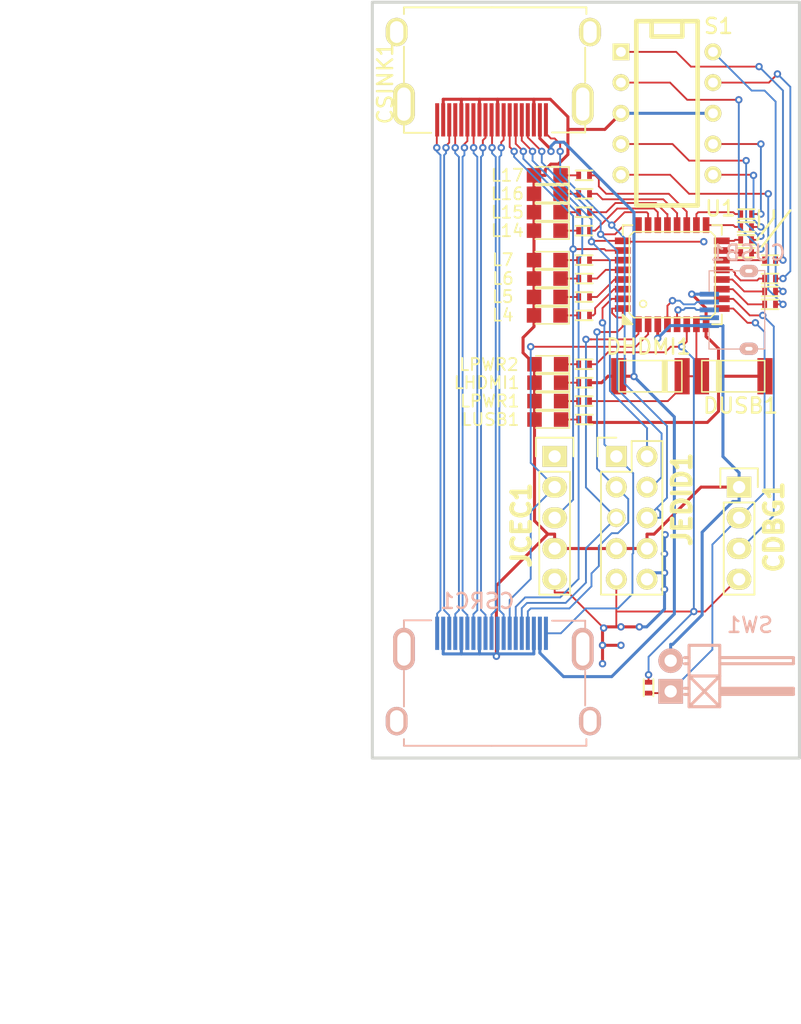
<source format=kicad_pcb>
(kicad_pcb (version 20171130) (host pcbnew "(5.1.12)-1")

  (general
    (thickness 1.6)
    (drawings 28)
    (tracks 705)
    (zones 0)
    (modules 44)
    (nets 65)
  )

  (page A4)
  (layers
    (0 F.Cu signal)
    (31 B.Cu signal)
    (32 B.Adhes user hide)
    (33 F.Adhes user hide)
    (34 B.Paste user hide)
    (35 F.Paste user hide)
    (36 B.SilkS user)
    (37 F.SilkS user)
    (38 B.Mask user hide)
    (39 F.Mask user hide)
    (40 Dwgs.User user)
    (41 Cmts.User user hide)
    (42 Eco1.User user hide)
    (43 Eco2.User user hide)
    (44 Edge.Cuts user)
    (45 Margin user hide)
    (46 B.CrtYd user hide)
    (47 F.CrtYd user hide)
    (48 B.Fab user)
    (49 F.Fab user hide)
  )

  (setup
    (last_trace_width 0.1524)
    (trace_clearance 0.1524)
    (zone_clearance 0.25)
    (zone_45_only no)
    (trace_min 0.1524)
    (via_size 0.6096)
    (via_drill 0.3048)
    (via_min_size 0.6096)
    (via_min_drill 0.3048)
    (user_via 0.6096 0.3048)
    (uvia_size 0.5)
    (uvia_drill 0.127)
    (uvias_allowed no)
    (uvia_min_size 0)
    (uvia_min_drill 0)
    (edge_width 0.25)
    (segment_width 0.3)
    (pcb_text_width 0.3)
    (pcb_text_size 1.5 1.5)
    (mod_edge_width 0.15)
    (mod_text_size 1 1)
    (mod_text_width 0.15)
    (pad_size 1.2 1.2)
    (pad_drill 0)
    (pad_to_mask_clearance 0)
    (aux_axis_origin 0 0)
    (grid_origin 99.187 71.7296)
    (visible_elements 7FFFFE7F)
    (pcbplotparams
      (layerselection 0x00030_80000001)
      (usegerberextensions false)
      (usegerberattributes true)
      (usegerberadvancedattributes true)
      (creategerberjobfile true)
      (excludeedgelayer true)
      (linewidth 0.100000)
      (plotframeref false)
      (viasonmask false)
      (mode 1)
      (useauxorigin false)
      (hpglpennumber 1)
      (hpglpenspeed 20)
      (hpglpendiameter 15.000000)
      (psnegative false)
      (psa4output false)
      (plotreference true)
      (plotvalue true)
      (plotinvisibletext false)
      (padsonsilk false)
      (subtractmaskfromsilk false)
      (outputformat 1)
      (mirror false)
      (drillshape 1)
      (scaleselection 1)
      (outputdirectory ""))
  )

  (net 0 "")
  (net 1 "Net-(CDBG1-Pad2)")
  (net 2 /CLK+)
  (net 3 /D0-)
  (net 4 GND)
  (net 5 /D0+)
  (net 6 /D1-)
  (net 7 /D1+)
  (net 8 /D2-)
  (net 9 /D2+)
  (net 10 /CLK-)
  (net 11 /SINK_CEC)
  (net 12 /SINK_SCL)
  (net 13 /SINK_SDA)
  (net 14 /VHDMI)
  (net 15 /SINK_HPD)
  (net 16 /SRC_CEC)
  (net 17 /SRC_SCL)
  (net 18 /SRC_SDA)
  (net 19 /SRC_HPD)
  (net 20 /D+)
  (net 21 /D-)
  (net 22 /VUSB)
  (net 23 "Net-(L4-Pad1)")
  (net 24 "Net-(L5-Pad1)")
  (net 25 "Net-(L6-Pad1)")
  (net 26 "Net-(L7-Pad1)")
  (net 27 "Net-(L14-Pad1)")
  (net 28 "Net-(L15-Pad1)")
  (net 29 "Net-(L16-Pad1)")
  (net 30 "Net-(L17-Pad1)")
  (net 31 "Net-(LHDMI1-Pad1)")
  (net 32 "Net-(LPWR1-Pad1)")
  (net 33 "Net-(LUSB1-Pad1)")
  (net 34 "Net-(RL4-Pad1)")
  (net 35 "Net-(RL5-Pad1)")
  (net 36 "Net-(RL6-Pad1)")
  (net 37 "Net-(RL7-Pad1)")
  (net 38 "Net-(RL14-Pad1)")
  (net 39 "Net-(RL15-Pad1)")
  (net 40 "Net-(RL16-Pad1)")
  (net 41 "Net-(RL17-Pad1)")
  (net 42 /VCC5V0)
  (net 43 /VCC3V3)
  (net 44 "Net-(RSEGA1-Pad1)")
  (net 45 "Net-(RSEGA1-Pad2)")
  (net 46 "Net-(RSEGB1-Pad1)")
  (net 47 "Net-(RSEGB1-Pad2)")
  (net 48 "Net-(RSEGC1-Pad1)")
  (net 49 "Net-(RSEGC1-Pad2)")
  (net 50 "Net-(RSEGD1-Pad1)")
  (net 51 "Net-(RSEGD1-Pad2)")
  (net 52 "Net-(RSEGE1-Pad1)")
  (net 53 "Net-(RSEGE1-Pad2)")
  (net 54 "Net-(RSEGF1-Pad1)")
  (net 55 "Net-(RSEGF1-Pad2)")
  (net 56 "Net-(RSEGG1-Pad1)")
  (net 57 "Net-(RSEGG1-Pad2)")
  (net 58 "Net-(RSEGP1-Pad1)")
  (net 59 "Net-(RSEGP1-Pad2)")
  (net 60 "Net-(CUSB1-Pad4)")
  (net 61 "Net-(CDBG1-Pad3)")
  (net 62 /RES)
  (net 63 "Net-(JCEC1-Pad1)")
  (net 64 "Net-(LPWR2-Pad1)")

  (net_class Default "This is the default net class."
    (clearance 0.1524)
    (trace_width 0.1524)
    (via_dia 0.6096)
    (via_drill 0.3048)
    (uvia_dia 0.5)
    (uvia_drill 0.127)
    (add_net /RES)
    (add_net /SINK_CEC)
    (add_net /SINK_HPD)
    (add_net /SINK_SCL)
    (add_net /SINK_SDA)
    (add_net /SRC_CEC)
    (add_net /SRC_HPD)
    (add_net /SRC_SCL)
    (add_net /SRC_SDA)
    (add_net /VCC3V3)
    (add_net /VCC5V0)
    (add_net "Net-(CDBG1-Pad2)")
    (add_net "Net-(CDBG1-Pad3)")
    (add_net "Net-(CUSB1-Pad4)")
    (add_net "Net-(JCEC1-Pad1)")
    (add_net "Net-(L14-Pad1)")
    (add_net "Net-(L15-Pad1)")
    (add_net "Net-(L16-Pad1)")
    (add_net "Net-(L17-Pad1)")
    (add_net "Net-(L4-Pad1)")
    (add_net "Net-(L5-Pad1)")
    (add_net "Net-(L6-Pad1)")
    (add_net "Net-(L7-Pad1)")
    (add_net "Net-(LHDMI1-Pad1)")
    (add_net "Net-(LPWR1-Pad1)")
    (add_net "Net-(LPWR2-Pad1)")
    (add_net "Net-(LUSB1-Pad1)")
    (add_net "Net-(RL14-Pad1)")
    (add_net "Net-(RL15-Pad1)")
    (add_net "Net-(RL16-Pad1)")
    (add_net "Net-(RL17-Pad1)")
    (add_net "Net-(RL4-Pad1)")
    (add_net "Net-(RL5-Pad1)")
    (add_net "Net-(RL6-Pad1)")
    (add_net "Net-(RL7-Pad1)")
    (add_net "Net-(RSEGA1-Pad1)")
    (add_net "Net-(RSEGA1-Pad2)")
    (add_net "Net-(RSEGB1-Pad1)")
    (add_net "Net-(RSEGB1-Pad2)")
    (add_net "Net-(RSEGC1-Pad1)")
    (add_net "Net-(RSEGC1-Pad2)")
    (add_net "Net-(RSEGD1-Pad1)")
    (add_net "Net-(RSEGD1-Pad2)")
    (add_net "Net-(RSEGE1-Pad1)")
    (add_net "Net-(RSEGE1-Pad2)")
    (add_net "Net-(RSEGF1-Pad1)")
    (add_net "Net-(RSEGF1-Pad2)")
    (add_net "Net-(RSEGG1-Pad1)")
    (add_net "Net-(RSEGG1-Pad2)")
    (add_net "Net-(RSEGP1-Pad1)")
    (add_net "Net-(RSEGP1-Pad2)")
  )

  (net_class HighSpeed ""
    (clearance 0.1524)
    (trace_width 0.1524)
    (via_dia 0.6096)
    (via_drill 0.3048)
    (uvia_dia 0.5)
    (uvia_drill 0.127)
    (add_net /CLK+)
    (add_net /CLK-)
    (add_net /D+)
    (add_net /D-)
    (add_net /D0+)
    (add_net /D0-)
    (add_net /D1+)
    (add_net /D1-)
    (add_net /D2+)
    (add_net /D2-)
  )

  (net_class PWR ""
    (clearance 0.2032)
    (trace_width 0.25)
    (via_dia 0.6096)
    (via_drill 0.3048)
    (uvia_dia 0.5)
    (uvia_drill 0.127)
    (add_net /VHDMI)
    (add_net /VUSB)
    (add_net GND)
  )

  (module hdmi:hdmi (layer F.Cu) (tedit 58633722) (tstamp 5469A64F)
    (at 103.718 68.1252 180)
    (path /540C3D1D)
    (fp_text reference CSINK1 (at 8.7982 1.7296 270) (layer F.SilkS)
      (effects (font (size 1.25 1.25) (thickness 0.2)))
    )
    (fp_text value HDMI (at 0 3.556 180) (layer F.SilkS) hide
      (effects (font (size 1.27 1.27) (thickness 0.254)))
    )
    (fp_line (start 7.25 8) (end 7.25 7.45) (layer F.SilkS) (width 0.15))
    (fp_line (start 0 8) (end 7.25 8) (layer F.SilkS) (width 0.15))
    (fp_line (start -7.85 8) (end -7.85 7.45) (layer F.SilkS) (width 0.15))
    (fp_line (start 0 8) (end -7.85 8) (layer F.SilkS) (width 0.15))
    (fp_line (start 7.25 4.75) (end 7.25 1.8) (layer F.SilkS) (width 0.15))
    (fp_line (start -7.75 4.66952) (end -7.75 1.81952) (layer F.SilkS) (width 0.15))
    (fp_line (start -7.75 -2.342) (end -5.01 -2.342) (layer F.SilkS) (width 0.15))
    (fp_line (start -7.75 -1.75) (end -7.75 -2.342) (layer F.SilkS) (width 0.15))
    (fp_line (start 7.25 -2.372) (end 5 -2.372) (layer F.SilkS) (width 0.15))
    (fp_line (start 7.25 -1.75) (end 7.25 -2.372) (layer F.SilkS) (width 0.15))
    (pad 10 smd rect (at 0 -1.3 180) (size 0.3302 2.75) (layers F.Cu F.Paste F.Mask)
      (net 2 /CLK+))
    (pad 9 smd rect (at 0.5 -1.3 180) (size 0.3302 2.75) (layers F.Cu F.Paste F.Mask)
      (net 3 /D0-))
    (pad 8 smd rect (at 1 -1.3 180) (size 0.3302 2.75) (layers F.Cu F.Paste F.Mask)
      (net 4 GND))
    (pad 7 smd rect (at 1.5 -1.3 180) (size 0.3302 2.75) (layers F.Cu F.Paste F.Mask)
      (net 5 /D0+))
    (pad 6 smd rect (at 2 -1.3 180) (size 0.3302 2.75) (layers F.Cu F.Paste F.Mask)
      (net 6 /D1-))
    (pad 5 smd rect (at 2.5 -1.3 180) (size 0.3302 2.75) (layers F.Cu F.Paste F.Mask)
      (net 4 GND))
    (pad 4 smd rect (at 3 -1.3 180) (size 0.3302 2.75) (layers F.Cu F.Paste F.Mask)
      (net 7 /D1+))
    (pad 3 smd rect (at 3.5 -1.3 180) (size 0.3302 2.75) (layers F.Cu F.Paste F.Mask)
      (net 8 /D2-))
    (pad 2 smd rect (at 4 -1.3 180) (size 0.3302 2.75) (layers F.Cu F.Paste F.Mask)
      (net 4 GND))
    (pad 1 smd rect (at 4.5 -1.3 180) (size 0.3302 2.75) (layers F.Cu F.Paste F.Mask)
      (net 9 /D2+))
    (pad 11 smd rect (at -0.5 -1.3 180) (size 0.3302 2.75) (layers F.Cu F.Paste F.Mask)
      (net 4 GND))
    (pad 12 smd rect (at -1 -1.3 180) (size 0.3302 2.75) (layers F.Cu F.Paste F.Mask)
      (net 10 /CLK-))
    (pad 13 smd rect (at -1.5 -1.3 180) (size 0.3302 2.75) (layers F.Cu F.Paste F.Mask)
      (net 11 /SINK_CEC))
    (pad 14 smd rect (at -2 -1.3 180) (size 0.3302 2.75) (layers F.Cu F.Paste F.Mask)
      (net 62 /RES))
    (pad 15 smd rect (at -2.5 -1.3 180) (size 0.3302 2.75) (layers F.Cu F.Paste F.Mask)
      (net 12 /SINK_SCL))
    (pad 16 smd rect (at -3 -1.3 180) (size 0.3302 2.75) (layers F.Cu F.Paste F.Mask)
      (net 13 /SINK_SDA))
    (pad 17 smd rect (at -3.5 -1.3 180) (size 0.3302 2.75) (layers F.Cu F.Paste F.Mask)
      (net 4 GND))
    (pad 18 smd rect (at -4 -1.3 180) (size 0.3302 2.75) (layers F.Cu F.Paste F.Mask)
      (net 14 /VHDMI))
    (pad 19 smd rect (at -4.5 -1.3 180) (size 0.3302 2.75) (layers F.Cu F.Paste F.Mask)
      (net 15 /SINK_HPD))
    (pad 0 thru_hole oval (at -7.55 0 180) (size 1.8 3.5) (drill oval 1.1 2.75) (layers *.Cu *.Mask F.SilkS))
    (pad 0 thru_hole oval (at 7.25 0 180) (size 1.8 3.5) (drill oval 1.1 2.75) (layers *.Cu *.Mask F.SilkS))
    (pad 0 thru_hole oval (at -8.15 5.96 180) (size 1.8 2.35) (drill oval 1.1 1.8) (layers *.Cu *.Mask F.SilkS))
    (pad 0 thru_hole oval (at 7.85 5.96 180) (size 1.8 2.35) (drill oval 1.1 1.8) (layers *.Cu *.Mask F.SilkS))
  )

  (module hdmi:hdmi (layer B.Cu) (tedit 58633C21) (tstamp 546A43A2)
    (at 103.718 113.186 180)
    (path /540C3E12)
    (fp_text reference CSRC1 (at 1.1782 3.966 180) (layer B.SilkS)
      (effects (font (size 1.25 1.25) (thickness 0.2)) (justify mirror))
    )
    (fp_text value HDMI (at 0 -3.556 180) (layer B.SilkS) hide
      (effects (font (size 1.27 1.27) (thickness 0.254)) (justify mirror))
    )
    (fp_line (start 7.25 -8) (end 7.25 -7.45) (layer B.SilkS) (width 0.15))
    (fp_line (start 0 -8) (end 7.25 -8) (layer B.SilkS) (width 0.15))
    (fp_line (start -7.85 -8) (end -7.85 -7.45) (layer B.SilkS) (width 0.15))
    (fp_line (start 0 -8) (end -7.85 -8) (layer B.SilkS) (width 0.15))
    (fp_line (start 7.25 -4.75) (end 7.25 -1.8) (layer B.SilkS) (width 0.15))
    (fp_line (start -7.75 -4.66952) (end -7.75 -1.81952) (layer B.SilkS) (width 0.15))
    (fp_line (start -7.75 2.342) (end -5.01 2.342) (layer B.SilkS) (width 0.15))
    (fp_line (start -7.75 1.75) (end -7.75 2.342) (layer B.SilkS) (width 0.15))
    (fp_line (start 7.25 2.372) (end 5 2.372) (layer B.SilkS) (width 0.15))
    (fp_line (start 7.25 1.75) (end 7.25 2.372) (layer B.SilkS) (width 0.15))
    (pad 10 smd rect (at 0 1.3 180) (size 0.3302 2.75) (layers B.Cu B.Paste B.Mask)
      (net 2 /CLK+))
    (pad 9 smd rect (at 0.5 1.3 180) (size 0.3302 2.75) (layers B.Cu B.Paste B.Mask)
      (net 3 /D0-))
    (pad 8 smd rect (at 1 1.3 180) (size 0.3302 2.75) (layers B.Cu B.Paste B.Mask)
      (net 4 GND))
    (pad 7 smd rect (at 1.5 1.3 180) (size 0.3302 2.75) (layers B.Cu B.Paste B.Mask)
      (net 5 /D0+))
    (pad 6 smd rect (at 2 1.3 180) (size 0.3302 2.75) (layers B.Cu B.Paste B.Mask)
      (net 6 /D1-))
    (pad 5 smd rect (at 2.5 1.3 180) (size 0.3302 2.75) (layers B.Cu B.Paste B.Mask)
      (net 4 GND))
    (pad 4 smd rect (at 3 1.3 180) (size 0.3302 2.75) (layers B.Cu B.Paste B.Mask)
      (net 7 /D1+))
    (pad 3 smd rect (at 3.5 1.3 180) (size 0.3302 2.75) (layers B.Cu B.Paste B.Mask)
      (net 8 /D2-))
    (pad 2 smd rect (at 4 1.3 180) (size 0.3302 2.75) (layers B.Cu B.Paste B.Mask)
      (net 4 GND))
    (pad 1 smd rect (at 4.5 1.3 180) (size 0.3302 2.75) (layers B.Cu B.Paste B.Mask)
      (net 9 /D2+))
    (pad 11 smd rect (at -0.5 1.3 180) (size 0.3302 2.75) (layers B.Cu B.Paste B.Mask)
      (net 4 GND))
    (pad 12 smd rect (at -1 1.3 180) (size 0.3302 2.75) (layers B.Cu B.Paste B.Mask)
      (net 10 /CLK-))
    (pad 13 smd rect (at -1.5 1.3 180) (size 0.3302 2.75) (layers B.Cu B.Paste B.Mask)
      (net 16 /SRC_CEC))
    (pad 14 smd rect (at -2 1.3 180) (size 0.3302 2.75) (layers B.Cu B.Paste B.Mask)
      (net 62 /RES))
    (pad 15 smd rect (at -2.5 1.3 180) (size 0.3302 2.75) (layers B.Cu B.Paste B.Mask)
      (net 17 /SRC_SCL))
    (pad 16 smd rect (at -3 1.3 180) (size 0.3302 2.75) (layers B.Cu B.Paste B.Mask)
      (net 18 /SRC_SDA))
    (pad 17 smd rect (at -3.5 1.3 180) (size 0.3302 2.75) (layers B.Cu B.Paste B.Mask)
      (net 4 GND))
    (pad 18 smd rect (at -4 1.3 180) (size 0.3302 2.75) (layers B.Cu B.Paste B.Mask)
      (net 14 /VHDMI))
    (pad 19 smd rect (at -4.5 1.3 180) (size 0.3302 2.75) (layers B.Cu B.Paste B.Mask)
      (net 19 /SRC_HPD))
    (pad 0 thru_hole oval (at -7.55 0 180) (size 1.8 3.5) (drill oval 1.1 2.75) (layers *.Cu *.Mask B.SilkS))
    (pad 0 thru_hole oval (at 7.25 0 180) (size 1.8 3.5) (drill oval 1.1 2.75) (layers *.Cu *.Mask B.SilkS))
    (pad 0 thru_hole oval (at -8.15 -5.96 180) (size 1.8 2.35) (drill oval 1.1 1.8) (layers *.Cu *.Mask B.SilkS))
    (pad 0 thru_hole oval (at 7.85 -5.96 180) (size 1.8 2.35) (drill oval 1.1 1.8) (layers *.Cu *.Mask B.SilkS))
  )

  (module micro-usb:micro-usb (layer B.Cu) (tedit 586432EC) (tstamp 547AE35F)
    (at 125.017 85.1408 270)
    (path /540E505A)
    (fp_text reference CUSB1 (at -4.7244 0.0746) (layer B.SilkS)
      (effects (font (size 1.25 1.25) (thickness 0.2)) (justify mirror))
    )
    (fp_text value USB-MINI-B2 (at -0.0254 -0.5842 270) (layer Eco1.User)
      (effects (font (size 0.5 0.5) (thickness 0.1)))
    )
    (fp_line (start 3.23 -1.31) (end 3.23 -0.81) (layer B.SilkS) (width 0.1))
    (fp_line (start -3.25 -1.31) (end 3.23 -1.31) (layer B.SilkS) (width 0.1))
    (fp_line (start -3.25 -0.8) (end -3.25 -1.31) (layer B.SilkS) (width 0.1))
    (fp_line (start 3.24 3.3) (end 1.52 3.3) (layer B.SilkS) (width 0.1))
    (fp_line (start 3.24 0.8) (end 3.24 3.3) (layer B.SilkS) (width 0.1))
    (fp_line (start -3.23 3.29) (end -1.53 3.29) (layer B.SilkS) (width 0.1))
    (fp_line (start -3.23 0.76) (end -3.23 3.29) (layer B.SilkS) (width 0.1))
    (pad "" thru_hole oval (at -3.215 0 270) (size 1 1.524) (drill oval 0.31 0.61) (layers *.Cu *.Mask B.SilkS)
      (clearance 0.01))
    (pad "" thru_hole oval (at 3.215 0 270) (size 1 1.524) (drill oval 0.31 0.61) (layers *.Cu *.Mask B.SilkS)
      (clearance 0.01))
    (pad 3 smd rect (at 0 3.275 270) (size 0.4 1.6) (layers B.Cu B.Paste B.Mask)
      (net 21 /D-))
    (pad 4 smd rect (at 0.65 3.275 270) (size 0.4 1.6) (layers B.Cu B.Paste B.Mask)
      (net 60 "Net-(CUSB1-Pad4)"))
    (pad 2 smd rect (at -0.65 3.275 270) (size 0.4 1.6) (layers B.Cu B.Paste B.Mask)
      (net 20 /D+))
    (pad 5 smd rect (at 1.3 3.275 270) (size 0.4 1.6) (layers B.Cu B.Paste B.Mask)
      (net 4 GND))
    (pad 1 smd rect (at -1.3 3.275 270) (size 0.4 1.6) (layers B.Cu B.Paste B.Mask)
      (net 22 /VUSB))
  )

  (module sod323:sod323 (layer F.Cu) (tedit 5864350E) (tstamp 5478857F)
    (at 116.865 90.6272)
    (descr Melf)
    (path /540C4BBB)
    (fp_text reference DHDMI1 (at -0.1524 -2.4384) (layer F.SilkS)
      (effects (font (size 1.25 1.25) (thickness 0.2)))
    )
    (fp_text value DIODE (at 0 -2.54) (layer Eco1.User) hide
      (effects (font (size 1.524 1.524) (thickness 0.3048)))
    )
    (fp_line (start 2.6035 -1.2954) (end -2.6035 -1.2954) (layer F.SilkS) (width 0.127))
    (fp_line (start 2.6035 1.2954) (end 2.6035 -1.2954) (layer F.SilkS) (width 0.127))
    (fp_line (start -2.6035 1.2954) (end 2.6035 1.2954) (layer F.SilkS) (width 0.127))
    (fp_line (start -2.6035 -1.2954) (end -2.6035 1.2954) (layer F.SilkS) (width 0.127))
    (fp_line (start 1.0033 -1.2954) (end 1.0033 1.2954) (layer F.SilkS) (width 0.127))
    (fp_line (start 1.2573 -1.2954) (end 1.2573 1.2954) (layer F.SilkS) (width 0.127))
    (fp_line (start 1.1303 1.2954) (end 1.1303 -1.2954) (layer F.SilkS) (width 0.127))
    (fp_line (start 1.3716 -1.2954) (end 1.3716 1.2954) (layer F.SilkS) (width 0.127))
    (pad 1 smd rect (at -2.62382 0) (size 1.24968 2.99974) (layers F.Cu F.Paste F.Mask)
      (net 14 /VHDMI))
    (pad 2 smd rect (at 2.62382 0) (size 1.24968 2.99974) (layers F.Cu F.Paste F.Mask)
      (net 42 /VCC5V0))
    (model walter/smd_diode/melf.wrl
      (at (xyz 0 0 0))
      (scale (xyz 1 1 1))
      (rotate (xyz 0 0 0))
    )
  )

  (module sod323:sod323 (layer F.Cu) (tedit 586434F2) (tstamp 54786420)
    (at 123.723 90.6272 180)
    (descr Melf)
    (path /540C4C46)
    (fp_text reference DUSB1 (at -0.6096 -2.4384 180) (layer F.SilkS)
      (effects (font (size 1.25 1.25) (thickness 0.2)))
    )
    (fp_text value DIODE (at 0 2.54 180) (layer Eco1.User) hide
      (effects (font (size 1.524 1.524) (thickness 0.3048)))
    )
    (fp_line (start 2.6035 -1.2954) (end -2.6035 -1.2954) (layer F.SilkS) (width 0.127))
    (fp_line (start 2.6035 1.2954) (end 2.6035 -1.2954) (layer F.SilkS) (width 0.127))
    (fp_line (start -2.6035 1.2954) (end 2.6035 1.2954) (layer F.SilkS) (width 0.127))
    (fp_line (start -2.6035 -1.2954) (end -2.6035 1.2954) (layer F.SilkS) (width 0.127))
    (fp_line (start 1.0033 -1.2954) (end 1.0033 1.2954) (layer F.SilkS) (width 0.127))
    (fp_line (start 1.2573 -1.2954) (end 1.2573 1.2954) (layer F.SilkS) (width 0.127))
    (fp_line (start 1.1303 1.2954) (end 1.1303 -1.2954) (layer F.SilkS) (width 0.127))
    (fp_line (start 1.3716 -1.2954) (end 1.3716 1.2954) (layer F.SilkS) (width 0.127))
    (pad 1 smd rect (at -2.62382 0 180) (size 1.24968 2.99974) (layers F.Cu F.Paste F.Mask)
      (net 22 /VUSB))
    (pad 2 smd rect (at 2.62382 0 180) (size 1.24968 2.99974) (layers F.Cu F.Paste F.Mask)
      (net 42 /VCC5V0))
    (model walter/smd_diode/melf.wrl
      (at (xyz 0 0 0))
      (scale (xyz 1 1 1))
      (rotate (xyz 0 0 0))
    )
  )

  (module Pin_Headers:Pin_Header_Angled_1x02 (layer B.Cu) (tedit 58633C33) (tstamp 5)
    (at 118.542 115.418 90)
    (descr "1 pin")
    (tags "CONN DEV")
    (path /540DA65A)
    (fp_text reference SW1 (at 4.2164 6.5532 180) (layer B.SilkS)
      (effects (font (size 1.25 1.25) (thickness 0.2)) (justify mirror))
    )
    (fp_text value SW_PUSH (at 0 0 90) (layer B.SilkS) hide
      (effects (font (size 1.27 1.27) (thickness 0.2032)) (justify mirror))
    )
    (fp_line (start -2.54 1.524) (end 0 1.524) (layer B.SilkS) (width 0.254))
    (fp_line (start 0 1.524) (end 0 4.064) (layer B.SilkS) (width 0.254))
    (fp_line (start -1.524 4.064) (end -1.524 10.16) (layer B.SilkS) (width 0.254))
    (fp_line (start -1.524 10.16) (end -1.016 10.16) (layer B.SilkS) (width 0.254))
    (fp_line (start -1.016 10.16) (end -1.016 4.064) (layer B.SilkS) (width 0.254))
    (fp_line (start 0 4.064) (end -2.54 4.064) (layer B.SilkS) (width 0.254))
    (fp_line (start 2.54 4.064) (end 0 4.064) (layer B.SilkS) (width 0.254))
    (fp_line (start 1.524 10.16) (end 1.524 4.064) (layer B.SilkS) (width 0.254))
    (fp_line (start 1.016 10.16) (end 1.524 10.16) (layer B.SilkS) (width 0.254))
    (fp_line (start 1.016 4.064) (end 1.016 10.16) (layer B.SilkS) (width 0.254))
    (fp_line (start 2.54 1.524) (end 2.54 4.064) (layer B.SilkS) (width 0.254))
    (fp_line (start 0 1.524) (end 2.54 1.524) (layer B.SilkS) (width 0.254))
    (fp_line (start 0 1.524) (end 0 4.064) (layer B.SilkS) (width 0.254))
    (fp_line (start -2.54 1.524) (end -2.54 4.064) (layer B.SilkS) (width 0.254))
    (fp_line (start 1.524 1.524) (end 1.524 1.143) (layer B.SilkS) (width 0.254))
    (fp_line (start 1.016 1.524) (end 1.016 1.143) (layer B.SilkS) (width 0.254))
    (fp_line (start -1.016 1.524) (end -1.016 1.143) (layer B.SilkS) (width 0.254))
    (fp_line (start -1.524 1.524) (end -1.524 1.143) (layer B.SilkS) (width 0.254))
    (fp_line (start -1.27 4.191) (end -1.27 10.033) (layer B.SilkS) (width 0.254))
    (fp_line (start -1.143 4.191) (end -1.27 4.191) (layer B.SilkS) (width 0.254))
    (fp_line (start -1.143 10.033) (end -1.143 4.191) (layer B.SilkS) (width 0.254))
    (fp_line (start -1.397 10.033) (end -1.143 10.033) (layer B.SilkS) (width 0.254))
    (fp_line (start -1.397 4.191) (end -1.397 10.033) (layer B.SilkS) (width 0.254))
    (fp_line (start -2.54 4.064) (end 0 1.524) (layer B.SilkS) (width 0.254))
    (fp_line (start 0 4.064) (end -2.54 1.524) (layer B.SilkS) (width 0.254))
    (pad 1 thru_hole rect (at -1.27 0 90) (size 2.032 2.032) (drill 1.016) (layers *.Cu *.Mask B.SilkS)
      (net 1 "Net-(CDBG1-Pad2)"))
    (pad 2 thru_hole oval (at 1.27 0 90) (size 2.032 2.032) (drill 1.016) (layers *.Cu *.Mask B.SilkS)
      (net 4 GND))
    (model Pin_Headers/Pin_Header_Angled_1x02.wrl
      (at (xyz 0 0 0))
      (scale (xyz 1 1 1))
      (rotate (xyz 0 0 0))
    )
  )

  (module QFP:lqfp32 (layer F.Cu) (tedit 5864332E) (tstamp 547AC226)
    (at 118.674 82.23)
    (descr LQFP-32)
    (path /540CA3E0)
    (attr smd)
    (fp_text reference U1 (at 3.98272 -5.47116) (layer F.SilkS)
      (effects (font (size 1.25 1.25) (thickness 0.2)))
    )
    (fp_text value C8051F381/3/5/7/C-GQ (at 0 -1.143) (layer Eco1.User)
      (effects (font (size 0.7493 0.7493) (thickness 0.14986)))
    )
    (fp_circle (center -2.413 2.413) (end -2.667 2.54) (layer F.SilkS) (width 0.127))
    (fp_line (start 3.556 -3.175) (end 3.556 3.175) (layer F.SilkS) (width 0.127))
    (fp_line (start 3.175 -3.556) (end 3.556 -3.175) (layer F.SilkS) (width 0.127))
    (fp_line (start -3.175 -3.556) (end 3.175 -3.556) (layer F.SilkS) (width 0.127))
    (fp_line (start -3.556 -3.175) (end -3.175 -3.556) (layer F.SilkS) (width 0.127))
    (fp_line (start -3.556 3.175) (end -3.556 -3.175) (layer F.SilkS) (width 0.127))
    (fp_line (start -3.175 3.556) (end -3.556 3.175) (layer F.SilkS) (width 0.127))
    (fp_line (start 3.175 3.556) (end -3.175 3.556) (layer F.SilkS) (width 0.127))
    (fp_line (start 3.556 3.175) (end 3.175 3.556) (layer F.SilkS) (width 0.127))
    (fp_line (start -4.09956 -4.09956) (end -3.29946 -4.09956) (layer F.SilkS) (width 0.14986))
    (fp_line (start -4.09956 -3.29946) (end -4.09956 -4.09956) (layer F.SilkS) (width 0.14986))
    (fp_line (start 4.09956 -4.09956) (end 4.09956 -3.29946) (layer F.SilkS) (width 0.14986))
    (fp_line (start 3.29946 -4.09956) (end 4.09956 -4.09956) (layer F.SilkS) (width 0.14986))
    (fp_line (start 4.09956 4.09956) (end 3.29946 4.09956) (layer F.SilkS) (width 0.14986))
    (fp_line (start 4.09956 3.29946) (end 4.09956 4.09956) (layer F.SilkS) (width 0.14986))
    (fp_line (start -4.09956 3.29946) (end -3.29946 4.09956) (layer F.SilkS) (width 0.14986))
    (fp_line (start -4.09956 4.09956) (end -4.09956 3.29946) (layer F.SilkS) (width 0.14986))
    (fp_line (start -3.29946 4.09956) (end -4.09956 4.09956) (layer F.SilkS) (width 0.14986))
    (fp_line (start -3.50012 4.09956) (end -4.09956 3.50012) (layer F.SilkS) (width 0.14986))
    (fp_line (start -4.09956 3.70078) (end -3.70078 4.09956) (layer F.SilkS) (width 0.14986))
    (fp_line (start -3.8989 4.09956) (end -4.09956 3.8989) (layer F.SilkS) (width 0.14986))
    (pad 4 smd rect (at -0.39878 4.09956) (size 0.55118 1.30048) (layers F.Cu F.Paste F.Mask)
      (net 20 /D+))
    (pad 5 smd rect (at 0.39878 4.09956) (size 0.55118 1.30048) (layers F.Cu F.Paste F.Mask)
      (net 21 /D-))
    (pad 6 smd rect (at 1.19888 4.09956) (size 0.55118 1.30048) (layers F.Cu F.Paste F.Mask)
      (net 43 /VCC3V3))
    (pad 7 smd rect (at 1.99898 4.09956) (size 0.55118 1.30048) (layers F.Cu F.Paste F.Mask)
      (net 42 /VCC5V0))
    (pad 8 smd rect (at 2.79908 4.09956) (size 0.55118 1.30048) (layers F.Cu F.Paste F.Mask)
      (net 22 /VUSB))
    (pad 1 smd rect (at -2.79908 4.09956) (size 0.55118 1.30048) (layers F.Cu F.Paste F.Mask)
      (net 17 /SRC_SCL))
    (pad 2 smd rect (at -1.99898 4.09956) (size 0.55118 1.30048) (layers F.Cu F.Paste F.Mask)
      (net 16 /SRC_CEC))
    (pad 3 smd rect (at -1.19888 4.09956) (size 0.55118 1.30048) (layers F.Cu F.Paste F.Mask)
      (net 4 GND))
    (pad 9 smd rect (at 4.09956 2.79908) (size 1.30048 0.55118) (layers F.Cu F.Paste F.Mask)
      (net 1 "Net-(CDBG1-Pad2)"))
    (pad 10 smd rect (at 4.09956 1.99898) (size 1.30048 0.55118) (layers F.Cu F.Paste F.Mask)
      (net 61 "Net-(CDBG1-Pad3)"))
    (pad 11 smd rect (at 4.09956 1.19888) (size 1.30048 0.55118) (layers F.Cu F.Paste F.Mask)
      (net 58 "Net-(RSEGP1-Pad1)"))
    (pad 12 smd rect (at 4.09956 0.39878) (size 1.30048 0.55118) (layers F.Cu F.Paste F.Mask)
      (net 56 "Net-(RSEGG1-Pad1)"))
    (pad 13 smd rect (at 4.09956 -0.39878) (size 1.30048 0.55118) (layers F.Cu F.Paste F.Mask)
      (net 54 "Net-(RSEGF1-Pad1)"))
    (pad 14 smd rect (at 4.09956 -1.19888) (size 1.30048 0.55118) (layers F.Cu F.Paste F.Mask)
      (net 52 "Net-(RSEGE1-Pad1)"))
    (pad 15 smd rect (at 4.09956 -1.99898) (size 1.30048 0.55118) (layers F.Cu F.Paste F.Mask)
      (net 50 "Net-(RSEGD1-Pad1)"))
    (pad 16 smd rect (at 4.09956 -2.79908) (size 1.30048 0.55118) (layers F.Cu F.Paste F.Mask)
      (net 48 "Net-(RSEGC1-Pad1)"))
    (pad 17 smd rect (at 2.79908 -4.09956) (size 0.55118 1.30048) (layers F.Cu F.Paste F.Mask)
      (net 46 "Net-(RSEGB1-Pad1)"))
    (pad 18 smd rect (at 1.99898 -4.09956) (size 0.55118 1.30048) (layers F.Cu F.Paste F.Mask)
      (net 44 "Net-(RSEGA1-Pad1)"))
    (pad 19 smd rect (at 1.19888 -4.09956) (size 0.55118 1.30048) (layers F.Cu F.Paste F.Mask)
      (net 41 "Net-(RL17-Pad1)"))
    (pad 20 smd rect (at 0.39878 -4.09956) (size 0.55118 1.30048) (layers F.Cu F.Paste F.Mask)
      (net 40 "Net-(RL16-Pad1)"))
    (pad 21 smd rect (at -0.39878 -4.09956) (size 0.55118 1.30048) (layers F.Cu F.Paste F.Mask)
      (net 39 "Net-(RL15-Pad1)"))
    (pad 22 smd rect (at -1.19888 -4.09956) (size 0.55118 1.30048) (layers F.Cu F.Paste F.Mask)
      (net 38 "Net-(RL14-Pad1)"))
    (pad 23 smd rect (at -1.99898 -4.09956) (size 0.55118 1.30048) (layers F.Cu F.Paste F.Mask)
      (net 15 /SINK_HPD))
    (pad 24 smd rect (at -2.79908 -4.09956) (size 0.55118 1.30048) (layers F.Cu F.Paste F.Mask)
      (net 13 /SINK_SDA))
    (pad 25 smd rect (at -4.09956 -2.79908) (size 1.30048 0.55118) (layers F.Cu F.Paste F.Mask)
      (net 12 /SINK_SCL))
    (pad 26 smd rect (at -4.09956 -1.99898) (size 1.30048 0.55118) (layers F.Cu F.Paste F.Mask)
      (net 11 /SINK_CEC))
    (pad 27 smd rect (at -4.09956 -1.19888) (size 1.30048 0.55118) (layers F.Cu F.Paste F.Mask)
      (net 37 "Net-(RL7-Pad1)"))
    (pad 28 smd rect (at -4.09956 -0.39878) (size 1.30048 0.55118) (layers F.Cu F.Paste F.Mask)
      (net 36 "Net-(RL6-Pad1)"))
    (pad 29 smd rect (at -4.09956 0.39878) (size 1.30048 0.55118) (layers F.Cu F.Paste F.Mask)
      (net 35 "Net-(RL5-Pad1)"))
    (pad 30 smd rect (at -4.09956 1.19888) (size 1.30048 0.55118) (layers F.Cu F.Paste F.Mask)
      (net 34 "Net-(RL4-Pad1)"))
    (pad 31 smd rect (at -4.09956 1.99898) (size 1.30048 0.55118) (layers F.Cu F.Paste F.Mask)
      (net 19 /SRC_HPD))
    (pad 32 smd rect (at -4.09956 2.79908) (size 1.30048 0.55118) (layers F.Cu F.Paste F.Mask)
      (net 18 /SRC_SDA))
    (model smd\smd_lqfp\lqfp-32.wrl
      (at (xyz 0 0 0))
      (scale (xyz 1 1 1))
      (rotate (xyz 0 0 0))
    )
  )

  (module Sockets_DIP:DIP-10__300 (layer F.Cu) (tedit 58643649) (tstamp 54670143)
    (at 118.237 68.8848 270)
    (descr "10 pins DIL package, round pads")
    (tags DIL)
    (path /540D17D2)
    (fp_text reference S1 (at -7.2136 -4.2672) (layer F.SilkS)
      (effects (font (size 1.25 1.25) (thickness 0.2)))
    )
    (fp_text value 7SEGM (at 0 1.27 270) (layer Eco1.User)
      (effects (font (size 1.524 1.143) (thickness 0.28575)))
    )
    (fp_line (start -7.62 -2.54) (end -7.62 2.54) (layer F.SilkS) (width 0.381))
    (fp_line (start -6.35 1.27) (end -7.62 1.27) (layer F.SilkS) (width 0.381))
    (fp_line (start -6.35 -1.27) (end -6.35 1.27) (layer F.SilkS) (width 0.381))
    (fp_line (start -7.62 -1.27) (end -6.35 -1.27) (layer F.SilkS) (width 0.381))
    (fp_line (start 7.62 -2.54) (end -7.62 -2.54) (layer F.SilkS) (width 0.381))
    (fp_line (start 7.62 2.54) (end 7.62 -2.54) (layer F.SilkS) (width 0.381))
    (fp_line (start -7.62 2.54) (end 7.62 2.54) (layer F.SilkS) (width 0.381))
    (pad 1 thru_hole rect (at -5.08 3.81 270) (size 1.397 1.397) (drill 0.8128) (layers *.Cu *.Mask F.SilkS)
      (net 53 "Net-(RSEGE1-Pad2)"))
    (pad 2 thru_hole circle (at -2.54 3.81 270) (size 1.397 1.397) (drill 0.8128) (layers *.Cu *.Mask F.SilkS)
      (net 51 "Net-(RSEGD1-Pad2)"))
    (pad 3 thru_hole circle (at 0 3.81 270) (size 1.397 1.397) (drill 0.8128) (layers *.Cu *.Mask F.SilkS)
      (net 4 GND))
    (pad 4 thru_hole circle (at 2.54 3.81 270) (size 1.397 1.397) (drill 0.8128) (layers *.Cu *.Mask F.SilkS)
      (net 49 "Net-(RSEGC1-Pad2)"))
    (pad 5 thru_hole circle (at 5.08 3.81 270) (size 1.397 1.397) (drill 0.8128) (layers *.Cu *.Mask F.SilkS)
      (net 59 "Net-(RSEGP1-Pad2)"))
    (pad 6 thru_hole circle (at 5.08 -3.81 270) (size 1.397 1.397) (drill 0.8128) (layers *.Cu *.Mask F.SilkS)
      (net 47 "Net-(RSEGB1-Pad2)"))
    (pad 7 thru_hole circle (at 2.54 -3.81 270) (size 1.397 1.397) (drill 0.8128) (layers *.Cu *.Mask F.SilkS)
      (net 45 "Net-(RSEGA1-Pad2)"))
    (pad 8 thru_hole circle (at 0 -3.81 270) (size 1.397 1.397) (drill 0.8128) (layers *.Cu *.Mask F.SilkS)
      (net 4 GND))
    (pad 9 thru_hole circle (at -2.54 -3.81 270) (size 1.397 1.397) (drill 0.8128) (layers *.Cu *.Mask F.SilkS)
      (net 55 "Net-(RSEGF1-Pad2)"))
    (pad 10 thru_hole circle (at -5.08 -3.81 270) (size 1.397 1.397) (drill 0.8128) (layers *.Cu *.Mask F.SilkS)
      (net 57 "Net-(RSEGG1-Pad2)"))
    (model dil/dil_10.wrl
      (at (xyz 0 0 0))
      (scale (xyz 1 1 1))
      (rotate (xyz 0 0 0))
    )
  )

  (module Pin_Headers:Pin_Header_Straight_1x04 (layer F.Cu) (tedit 586439C1) (tstamp 585F82A4)
    (at 124.206 99.7966)
    (descr "Through hole pin header")
    (tags "pin header")
    (path /585FD175)
    (fp_text reference CDBG1 (at 2.8956 3.302 90) (layer F.SilkS)
      (effects (font (size 1.5 1.5) (thickness 0.375)))
    )
    (fp_text value CONN_01X04 (at 0 -3.1) (layer Eco1.User)
      (effects (font (size 1 1) (thickness 0.15)))
    )
    (fp_line (start -1.55 -1.55) (end 1.55 -1.55) (layer F.SilkS) (width 0.15))
    (fp_line (start -1.55 0) (end -1.55 -1.55) (layer F.SilkS) (width 0.15))
    (fp_line (start 1.27 1.27) (end -1.27 1.27) (layer F.SilkS) (width 0.15))
    (fp_line (start -1.27 8.89) (end 1.27 8.89) (layer F.SilkS) (width 0.15))
    (fp_line (start 1.55 -1.55) (end 1.55 0) (layer F.SilkS) (width 0.15))
    (fp_line (start 1.27 1.27) (end 1.27 8.89) (layer F.SilkS) (width 0.15))
    (fp_line (start -1.27 1.27) (end -1.27 8.89) (layer F.SilkS) (width 0.15))
    (fp_line (start -1.75 9.4) (end 1.75 9.4) (layer F.CrtYd) (width 0.05))
    (fp_line (start -1.75 -1.75) (end 1.75 -1.75) (layer F.CrtYd) (width 0.05))
    (fp_line (start 1.75 -1.75) (end 1.75 9.4) (layer F.CrtYd) (width 0.05))
    (fp_line (start -1.75 -1.75) (end -1.75 9.4) (layer F.CrtYd) (width 0.05))
    (pad 1 thru_hole rect (at 0 0) (size 2.032 1.7272) (drill 1.016) (layers *.Cu *.Mask F.SilkS)
      (net 4 GND))
    (pad 2 thru_hole oval (at 0 2.54) (size 2.032 1.7272) (drill 1.016) (layers *.Cu *.Mask F.SilkS)
      (net 1 "Net-(CDBG1-Pad2)"))
    (pad 3 thru_hole oval (at 0 5.08) (size 2.032 1.7272) (drill 1.016) (layers *.Cu *.Mask F.SilkS)
      (net 61 "Net-(CDBG1-Pad3)"))
    (pad 4 thru_hole oval (at 0 7.62) (size 2.032 1.7272) (drill 1.016) (layers *.Cu *.Mask F.SilkS)
      (net 43 /VCC3V3))
    (model Pin_Headers.3dshapes/Pin_Header_Straight_1x04.wrl
      (offset (xyz 0 -3.809999942779541 0))
      (scale (xyz 1 1 1))
      (rotate (xyz 0 0 90))
    )
  )

  (module Pin_Headers:Pin_Header_Straight_1x05 (layer F.Cu) (tedit 58643987) (tstamp 585F82AB)
    (at 108.941 97.2566)
    (descr "Through hole pin header")
    (tags "pin header")
    (path /585FB1BA)
    (fp_text reference JCEC1 (at -2.7432 5.6896 90) (layer F.SilkS)
      (effects (font (size 1.5 1.5) (thickness 0.375)))
    )
    (fp_text value CONN_01X05 (at 0 -3.1) (layer Eco1.User)
      (effects (font (size 1 1) (thickness 0.15)))
    )
    (fp_line (start 1.27 1.27) (end -1.27 1.27) (layer F.SilkS) (width 0.15))
    (fp_line (start -1.27 11.43) (end -1.27 1.27) (layer F.SilkS) (width 0.15))
    (fp_line (start 1.27 11.43) (end -1.27 11.43) (layer F.SilkS) (width 0.15))
    (fp_line (start 1.27 1.27) (end 1.27 11.43) (layer F.SilkS) (width 0.15))
    (fp_line (start -1.75 11.95) (end 1.75 11.95) (layer F.CrtYd) (width 0.05))
    (fp_line (start -1.75 -1.75) (end 1.75 -1.75) (layer F.CrtYd) (width 0.05))
    (fp_line (start 1.75 -1.75) (end 1.75 11.95) (layer F.CrtYd) (width 0.05))
    (fp_line (start -1.75 -1.75) (end -1.75 11.95) (layer F.CrtYd) (width 0.05))
    (fp_line (start 1.55 -1.55) (end 1.55 0) (layer F.SilkS) (width 0.15))
    (fp_line (start -1.55 -1.55) (end 1.55 -1.55) (layer F.SilkS) (width 0.15))
    (fp_line (start -1.55 0) (end -1.55 -1.55) (layer F.SilkS) (width 0.15))
    (pad 1 thru_hole rect (at 0 0) (size 2.032 1.7272) (drill 1.016) (layers *.Cu *.Mask F.SilkS)
      (net 63 "Net-(JCEC1-Pad1)"))
    (pad 2 thru_hole oval (at 0 2.54) (size 2.032 1.7272) (drill 1.016) (layers *.Cu *.Mask F.SilkS)
      (net 16 /SRC_CEC))
    (pad 3 thru_hole oval (at 0 5.08) (size 2.032 1.7272) (drill 1.016) (layers *.Cu *.Mask F.SilkS)
      (net 11 /SINK_CEC))
    (pad 4 thru_hole oval (at 0 7.62) (size 2.032 1.7272) (drill 1.016) (layers *.Cu *.Mask F.SilkS)
      (net 4 GND))
    (pad 5 thru_hole oval (at 0 10.16) (size 2.032 1.7272) (drill 1.016) (layers *.Cu *.Mask F.SilkS)
      (net 43 /VCC3V3))
    (model Pin_Headers.3dshapes/Pin_Header_Straight_1x05.wrl
      (offset (xyz 0 -5.079999923706055 0))
      (scale (xyz 1 1 1))
      (rotate (xyz 0 0 90))
    )
  )

  (module Pin_Headers:Pin_Header_Straight_2x05 (layer F.Cu) (tedit 5864399F) (tstamp 585F82B3)
    (at 114.046 97.2566)
    (descr "Through hole pin header")
    (tags "pin header")
    (path /585F9832)
    (fp_text reference JEDID1 (at 5.4356 3.556 90) (layer F.SilkS)
      (effects (font (size 1.5 1.5) (thickness 0.375)))
    )
    (fp_text value CONN_02X05 (at 0 -3.1) (layer Eco1.User)
      (effects (font (size 1 1) (thickness 0.15)))
    )
    (fp_line (start -1.55 -1.55) (end -1.55 0) (layer F.SilkS) (width 0.15))
    (fp_line (start 1.27 1.27) (end -1.27 1.27) (layer F.SilkS) (width 0.15))
    (fp_line (start 1.27 -1.27) (end 1.27 1.27) (layer F.SilkS) (width 0.15))
    (fp_line (start 0 -1.55) (end -1.55 -1.55) (layer F.SilkS) (width 0.15))
    (fp_line (start 3.81 -1.27) (end 1.27 -1.27) (layer F.SilkS) (width 0.15))
    (fp_line (start -1.27 11.43) (end -1.27 1.27) (layer F.SilkS) (width 0.15))
    (fp_line (start 3.81 11.43) (end -1.27 11.43) (layer F.SilkS) (width 0.15))
    (fp_line (start 3.81 -1.27) (end 3.81 11.43) (layer F.SilkS) (width 0.15))
    (fp_line (start -1.75 11.95) (end 4.3 11.95) (layer F.CrtYd) (width 0.05))
    (fp_line (start -1.75 -1.75) (end 4.3 -1.75) (layer F.CrtYd) (width 0.05))
    (fp_line (start 4.3 -1.75) (end 4.3 11.95) (layer F.CrtYd) (width 0.05))
    (fp_line (start -1.75 -1.75) (end -1.75 11.95) (layer F.CrtYd) (width 0.05))
    (pad 1 thru_hole rect (at 0 0) (size 1.7272 1.7272) (drill 1.016) (layers *.Cu *.Mask F.SilkS)
      (net 19 /SRC_HPD))
    (pad 2 thru_hole oval (at 2.54 0) (size 1.7272 1.7272) (drill 1.016) (layers *.Cu *.Mask F.SilkS)
      (net 12 /SINK_SCL))
    (pad 3 thru_hole oval (at 0 2.54) (size 1.7272 1.7272) (drill 1.016) (layers *.Cu *.Mask F.SilkS)
      (net 18 /SRC_SDA))
    (pad 4 thru_hole oval (at 2.54 2.54) (size 1.7272 1.7272) (drill 1.016) (layers *.Cu *.Mask F.SilkS)
      (net 13 /SINK_SDA))
    (pad 5 thru_hole oval (at 0 5.08) (size 1.516 1.516) (drill 1.016) (layers *.Cu *.Mask F.SilkS)
      (net 17 /SRC_SCL))
    (pad 6 thru_hole oval (at 2.54 5.08) (size 1.7272 1.7272) (drill 1.016) (layers *.Cu *.Mask F.SilkS)
      (net 15 /SINK_HPD))
    (pad 7 thru_hole oval (at 0 7.62) (size 1.7272 1.7272) (drill 1.016) (layers *.Cu *.Mask F.SilkS)
      (net 4 GND))
    (pad 8 thru_hole oval (at 2.54 7.62) (size 1.7272 1.7272) (drill 1.016) (layers *.Cu *.Mask F.SilkS)
      (net 4 GND))
    (pad 9 thru_hole oval (at 0 10.16) (size 1.7272 1.7272) (drill 1.016) (layers *.Cu *.Mask F.SilkS)
      (net 43 /VCC3V3))
    (pad 10 thru_hole oval (at 2.54 10.16) (size 1.7272 1.7272) (drill 1.016) (layers *.Cu *.Mask F.SilkS)
      (net 43 /VCC3V3))
    (model Pin_Headers.3dshapes/Pin_Header_Straight_2x05.wrl
      (offset (xyz 1.269999980926514 -5.079999923706055 0))
      (scale (xyz 1 1 1))
      (rotate (xyz 0 0 90))
    )
  )

  (module LEDs:LED_0805 (layer F.Cu) (tedit 57FE93EC) (tstamp 58F0577A)
    (at 108.331 85.598 180)
    (descr "LED 0805 smd package")
    (tags "LED led 0805 SMD smd SMT smt smdled SMDLED smtled SMTLED")
    (path /540D5A4C)
    (attr smd)
    (fp_text reference L4 (at 3.683 0.0254 180) (layer F.SilkS)
      (effects (font (size 1 1) (thickness 0.15)))
    )
    (fp_text value LED (at 0 1.55 180) (layer F.Fab)
      (effects (font (size 1 1) (thickness 0.15)))
    )
    (fp_line (start -1.95 -0.85) (end 1.95 -0.85) (layer F.CrtYd) (width 0.05))
    (fp_line (start -1.95 0.85) (end -1.95 -0.85) (layer F.CrtYd) (width 0.05))
    (fp_line (start 1.95 0.85) (end -1.95 0.85) (layer F.CrtYd) (width 0.05))
    (fp_line (start 1.95 -0.85) (end 1.95 0.85) (layer F.CrtYd) (width 0.05))
    (fp_line (start -1.8 -0.7) (end 1 -0.7) (layer F.SilkS) (width 0.12))
    (fp_line (start -1.8 0.7) (end 1 0.7) (layer F.SilkS) (width 0.12))
    (fp_line (start -1 0.6) (end -1 -0.6) (layer F.Fab) (width 0.1))
    (fp_line (start -1 -0.6) (end 1 -0.6) (layer F.Fab) (width 0.1))
    (fp_line (start 1 -0.6) (end 1 0.6) (layer F.Fab) (width 0.1))
    (fp_line (start 1 0.6) (end -1 0.6) (layer F.Fab) (width 0.1))
    (fp_line (start 0.2 -0.4) (end 0.2 0.4) (layer F.Fab) (width 0.1))
    (fp_line (start 0.2 0.4) (end -0.4 0) (layer F.Fab) (width 0.1))
    (fp_line (start -0.4 0) (end 0.2 -0.4) (layer F.Fab) (width 0.1))
    (fp_line (start -0.4 -0.4) (end -0.4 0.4) (layer F.Fab) (width 0.1))
    (fp_line (start -1.8 -0.7) (end -1.8 0.7) (layer F.SilkS) (width 0.12))
    (pad 2 smd rect (at 1.1 0) (size 1.2 1.2) (layers F.Cu F.Paste F.Mask)
      (net 4 GND))
    (pad 1 smd rect (at -1.1 0) (size 1.2 1.2) (layers F.Cu F.Paste F.Mask)
      (net 23 "Net-(L4-Pad1)"))
    (model LEDs.3dshapes/LED_0805.wrl
      (at (xyz 0 0 0))
      (scale (xyz 1 1 1))
      (rotate (xyz 0 0 180))
    )
  )

  (module LEDs:LED_0805 (layer F.Cu) (tedit 58F0597D) (tstamp 58F0578E)
    (at 108.331 84.074 180)
    (descr "LED 0805 smd package")
    (tags "LED led 0805 SMD smd SMT smt smdled SMDLED smtled SMTLED")
    (path /540D5B4A)
    (attr smd)
    (fp_text reference L5 (at 3.683 0.0254 180) (layer F.SilkS)
      (effects (font (size 1 1) (thickness 0.15)))
    )
    (fp_text value LED (at 0 1.55 180) (layer F.Fab)
      (effects (font (size 1 1) (thickness 0.15)))
    )
    (fp_line (start -1.95 -0.85) (end 1.95 -0.85) (layer F.CrtYd) (width 0.05))
    (fp_line (start -1.95 0.85) (end -1.95 -0.85) (layer F.CrtYd) (width 0.05))
    (fp_line (start 1.95 0.85) (end -1.95 0.85) (layer F.CrtYd) (width 0.05))
    (fp_line (start 1.95 -0.85) (end 1.95 0.85) (layer F.CrtYd) (width 0.05))
    (fp_line (start -1.8 -0.7) (end 1 -0.7) (layer F.SilkS) (width 0.12))
    (fp_line (start -1.8 0.7) (end 1 0.7) (layer F.SilkS) (width 0.12))
    (fp_line (start -1 0.6) (end -1 -0.6) (layer F.Fab) (width 0.1))
    (fp_line (start -1 -0.6) (end 1 -0.6) (layer F.Fab) (width 0.1))
    (fp_line (start 1 -0.6) (end 1 0.6) (layer F.Fab) (width 0.1))
    (fp_line (start 1 0.6) (end -1 0.6) (layer F.Fab) (width 0.1))
    (fp_line (start 0.2 -0.4) (end 0.2 0.4) (layer F.Fab) (width 0.1))
    (fp_line (start 0.2 0.4) (end -0.4 0) (layer F.Fab) (width 0.1))
    (fp_line (start -0.4 0) (end 0.2 -0.4) (layer F.Fab) (width 0.1))
    (fp_line (start -0.4 -0.4) (end -0.4 0.4) (layer F.Fab) (width 0.1))
    (fp_line (start -1.8 -0.7) (end -1.8 0.7) (layer F.SilkS) (width 0.12))
    (pad 2 smd rect (at 1.1 0) (size 1.2 1.2) (layers F.Cu F.Paste F.Mask)
      (net 4 GND))
    (pad 1 smd rect (at -1.1 0) (size 1.2 1.2) (layers F.Cu F.Paste F.Mask)
      (net 24 "Net-(L5-Pad1)"))
    (model LEDs.3dshapes/LED_0805.wrl
      (at (xyz 0 0 0))
      (scale (xyz 1 1 1))
      (rotate (xyz 0 0 180))
    )
  )

  (module LEDs:LED_0805 (layer F.Cu) (tedit 58F05915) (tstamp 58F057B6)
    (at 108.331 81.026 180)
    (descr "LED 0805 smd package")
    (tags "LED led 0805 SMD smd SMT smt smdled SMDLED smtled SMTLED")
    (path /540D5CD2)
    (attr smd)
    (fp_text reference L7 (at 3.683 0.0254 180) (layer F.SilkS)
      (effects (font (size 1 1) (thickness 0.15)))
    )
    (fp_text value LED (at 0 1.55 180) (layer F.Fab)
      (effects (font (size 1 1) (thickness 0.15)))
    )
    (fp_line (start -1.95 -0.85) (end 1.95 -0.85) (layer F.CrtYd) (width 0.05))
    (fp_line (start -1.95 0.85) (end -1.95 -0.85) (layer F.CrtYd) (width 0.05))
    (fp_line (start 1.95 0.85) (end -1.95 0.85) (layer F.CrtYd) (width 0.05))
    (fp_line (start 1.95 -0.85) (end 1.95 0.85) (layer F.CrtYd) (width 0.05))
    (fp_line (start -1.8 -0.7) (end 1 -0.7) (layer F.SilkS) (width 0.12))
    (fp_line (start -1.8 0.7) (end 1 0.7) (layer F.SilkS) (width 0.12))
    (fp_line (start -1 0.6) (end -1 -0.6) (layer F.Fab) (width 0.1))
    (fp_line (start -1 -0.6) (end 1 -0.6) (layer F.Fab) (width 0.1))
    (fp_line (start 1 -0.6) (end 1 0.6) (layer F.Fab) (width 0.1))
    (fp_line (start 1 0.6) (end -1 0.6) (layer F.Fab) (width 0.1))
    (fp_line (start 0.2 -0.4) (end 0.2 0.4) (layer F.Fab) (width 0.1))
    (fp_line (start 0.2 0.4) (end -0.4 0) (layer F.Fab) (width 0.1))
    (fp_line (start -0.4 0) (end 0.2 -0.4) (layer F.Fab) (width 0.1))
    (fp_line (start -0.4 -0.4) (end -0.4 0.4) (layer F.Fab) (width 0.1))
    (fp_line (start -1.8 -0.7) (end -1.8 0.7) (layer F.SilkS) (width 0.12))
    (pad 2 smd rect (at 1.1 0) (size 1.2 1.2) (layers F.Cu F.Paste F.Mask)
      (net 4 GND))
    (pad 1 smd rect (at -1.1 0) (size 1.2 1.2) (layers F.Cu F.Paste F.Mask)
      (net 26 "Net-(L7-Pad1)"))
    (model LEDs.3dshapes/LED_0805.wrl
      (at (xyz 0 0 0))
      (scale (xyz 1 1 1))
      (rotate (xyz 0 0 180))
    )
  )

  (module LEDs:LED_0805 (layer F.Cu) (tedit 57FE93EC) (tstamp 58F057CA)
    (at 108.331 78.5876 180)
    (descr "LED 0805 smd package")
    (tags "LED led 0805 SMD smd SMT smt smdled SMDLED smtled SMTLED")
    (path /540D81E3)
    (attr smd)
    (fp_text reference L14 (at 3.302 0 180) (layer F.SilkS)
      (effects (font (size 1 1) (thickness 0.15)))
    )
    (fp_text value LED (at 0 1.55 180) (layer F.Fab)
      (effects (font (size 1 1) (thickness 0.15)))
    )
    (fp_line (start -1.95 -0.85) (end 1.95 -0.85) (layer F.CrtYd) (width 0.05))
    (fp_line (start -1.95 0.85) (end -1.95 -0.85) (layer F.CrtYd) (width 0.05))
    (fp_line (start 1.95 0.85) (end -1.95 0.85) (layer F.CrtYd) (width 0.05))
    (fp_line (start 1.95 -0.85) (end 1.95 0.85) (layer F.CrtYd) (width 0.05))
    (fp_line (start -1.8 -0.7) (end 1 -0.7) (layer F.SilkS) (width 0.12))
    (fp_line (start -1.8 0.7) (end 1 0.7) (layer F.SilkS) (width 0.12))
    (fp_line (start -1 0.6) (end -1 -0.6) (layer F.Fab) (width 0.1))
    (fp_line (start -1 -0.6) (end 1 -0.6) (layer F.Fab) (width 0.1))
    (fp_line (start 1 -0.6) (end 1 0.6) (layer F.Fab) (width 0.1))
    (fp_line (start 1 0.6) (end -1 0.6) (layer F.Fab) (width 0.1))
    (fp_line (start 0.2 -0.4) (end 0.2 0.4) (layer F.Fab) (width 0.1))
    (fp_line (start 0.2 0.4) (end -0.4 0) (layer F.Fab) (width 0.1))
    (fp_line (start -0.4 0) (end 0.2 -0.4) (layer F.Fab) (width 0.1))
    (fp_line (start -0.4 -0.4) (end -0.4 0.4) (layer F.Fab) (width 0.1))
    (fp_line (start -1.8 -0.7) (end -1.8 0.7) (layer F.SilkS) (width 0.12))
    (pad 2 smd rect (at 1.1 0) (size 1.2 1.2) (layers F.Cu F.Paste F.Mask)
      (net 4 GND))
    (pad 1 smd rect (at -1.1 0) (size 1.2 1.2) (layers F.Cu F.Paste F.Mask)
      (net 27 "Net-(L14-Pad1)"))
    (model LEDs.3dshapes/LED_0805.wrl
      (at (xyz 0 0 0))
      (scale (xyz 1 1 1))
      (rotate (xyz 0 0 180))
    )
  )

  (module LEDs:LED_0805 (layer F.Cu) (tedit 57FE93EC) (tstamp 58F057DE)
    (at 108.331 77.0636 180)
    (descr "LED 0805 smd package")
    (tags "LED led 0805 SMD smd SMT smt smdled SMDLED smtled SMTLED")
    (path /540D81E9)
    (attr smd)
    (fp_text reference L15 (at 3.302 0 180) (layer F.SilkS)
      (effects (font (size 1 1) (thickness 0.15)))
    )
    (fp_text value LED (at 0 1.55 180) (layer F.Fab)
      (effects (font (size 1 1) (thickness 0.15)))
    )
    (fp_line (start -1.95 -0.85) (end 1.95 -0.85) (layer F.CrtYd) (width 0.05))
    (fp_line (start -1.95 0.85) (end -1.95 -0.85) (layer F.CrtYd) (width 0.05))
    (fp_line (start 1.95 0.85) (end -1.95 0.85) (layer F.CrtYd) (width 0.05))
    (fp_line (start 1.95 -0.85) (end 1.95 0.85) (layer F.CrtYd) (width 0.05))
    (fp_line (start -1.8 -0.7) (end 1 -0.7) (layer F.SilkS) (width 0.12))
    (fp_line (start -1.8 0.7) (end 1 0.7) (layer F.SilkS) (width 0.12))
    (fp_line (start -1 0.6) (end -1 -0.6) (layer F.Fab) (width 0.1))
    (fp_line (start -1 -0.6) (end 1 -0.6) (layer F.Fab) (width 0.1))
    (fp_line (start 1 -0.6) (end 1 0.6) (layer F.Fab) (width 0.1))
    (fp_line (start 1 0.6) (end -1 0.6) (layer F.Fab) (width 0.1))
    (fp_line (start 0.2 -0.4) (end 0.2 0.4) (layer F.Fab) (width 0.1))
    (fp_line (start 0.2 0.4) (end -0.4 0) (layer F.Fab) (width 0.1))
    (fp_line (start -0.4 0) (end 0.2 -0.4) (layer F.Fab) (width 0.1))
    (fp_line (start -0.4 -0.4) (end -0.4 0.4) (layer F.Fab) (width 0.1))
    (fp_line (start -1.8 -0.7) (end -1.8 0.7) (layer F.SilkS) (width 0.12))
    (pad 2 smd rect (at 1.1 0) (size 1.2 1.2) (layers F.Cu F.Paste F.Mask)
      (net 4 GND))
    (pad 1 smd rect (at -1.1 0) (size 1.2 1.2) (layers F.Cu F.Paste F.Mask)
      (net 28 "Net-(L15-Pad1)"))
    (model LEDs.3dshapes/LED_0805.wrl
      (at (xyz 0 0 0))
      (scale (xyz 1 1 1))
      (rotate (xyz 0 0 180))
    )
  )

  (module LEDs:LED_0805 (layer F.Cu) (tedit 57FE93EC) (tstamp 58F057F2)
    (at 108.331 75.5396 180)
    (descr "LED 0805 smd package")
    (tags "LED led 0805 SMD smd SMT smt smdled SMDLED smtled SMTLED")
    (path /540D81EF)
    (attr smd)
    (fp_text reference L16 (at 3.302 0 180) (layer F.SilkS)
      (effects (font (size 1 1) (thickness 0.15)))
    )
    (fp_text value LED (at 0 1.55 180) (layer F.Fab)
      (effects (font (size 1 1) (thickness 0.15)))
    )
    (fp_line (start -1.95 -0.85) (end 1.95 -0.85) (layer F.CrtYd) (width 0.05))
    (fp_line (start -1.95 0.85) (end -1.95 -0.85) (layer F.CrtYd) (width 0.05))
    (fp_line (start 1.95 0.85) (end -1.95 0.85) (layer F.CrtYd) (width 0.05))
    (fp_line (start 1.95 -0.85) (end 1.95 0.85) (layer F.CrtYd) (width 0.05))
    (fp_line (start -1.8 -0.7) (end 1 -0.7) (layer F.SilkS) (width 0.12))
    (fp_line (start -1.8 0.7) (end 1 0.7) (layer F.SilkS) (width 0.12))
    (fp_line (start -1 0.6) (end -1 -0.6) (layer F.Fab) (width 0.1))
    (fp_line (start -1 -0.6) (end 1 -0.6) (layer F.Fab) (width 0.1))
    (fp_line (start 1 -0.6) (end 1 0.6) (layer F.Fab) (width 0.1))
    (fp_line (start 1 0.6) (end -1 0.6) (layer F.Fab) (width 0.1))
    (fp_line (start 0.2 -0.4) (end 0.2 0.4) (layer F.Fab) (width 0.1))
    (fp_line (start 0.2 0.4) (end -0.4 0) (layer F.Fab) (width 0.1))
    (fp_line (start -0.4 0) (end 0.2 -0.4) (layer F.Fab) (width 0.1))
    (fp_line (start -0.4 -0.4) (end -0.4 0.4) (layer F.Fab) (width 0.1))
    (fp_line (start -1.8 -0.7) (end -1.8 0.7) (layer F.SilkS) (width 0.12))
    (pad 2 smd rect (at 1.1 0) (size 1.2 1.2) (layers F.Cu F.Paste F.Mask)
      (net 4 GND))
    (pad 1 smd rect (at -1.1 0) (size 1.2 1.2) (layers F.Cu F.Paste F.Mask)
      (net 29 "Net-(L16-Pad1)"))
    (model LEDs.3dshapes/LED_0805.wrl
      (at (xyz 0 0 0))
      (scale (xyz 1 1 1))
      (rotate (xyz 0 0 180))
    )
  )

  (module LEDs:LED_0805 (layer F.Cu) (tedit 57FE93EC) (tstamp 58F05806)
    (at 108.331 74.0156 180)
    (descr "LED 0805 smd package")
    (tags "LED led 0805 SMD smd SMT smt smdled SMDLED smtled SMTLED")
    (path /540D81F5)
    (attr smd)
    (fp_text reference L17 (at 3.302 0 180) (layer F.SilkS)
      (effects (font (size 1 1) (thickness 0.15)))
    )
    (fp_text value LED (at 0 1.55 180) (layer F.Fab)
      (effects (font (size 1 1) (thickness 0.15)))
    )
    (fp_line (start -1.95 -0.85) (end 1.95 -0.85) (layer F.CrtYd) (width 0.05))
    (fp_line (start -1.95 0.85) (end -1.95 -0.85) (layer F.CrtYd) (width 0.05))
    (fp_line (start 1.95 0.85) (end -1.95 0.85) (layer F.CrtYd) (width 0.05))
    (fp_line (start 1.95 -0.85) (end 1.95 0.85) (layer F.CrtYd) (width 0.05))
    (fp_line (start -1.8 -0.7) (end 1 -0.7) (layer F.SilkS) (width 0.12))
    (fp_line (start -1.8 0.7) (end 1 0.7) (layer F.SilkS) (width 0.12))
    (fp_line (start -1 0.6) (end -1 -0.6) (layer F.Fab) (width 0.1))
    (fp_line (start -1 -0.6) (end 1 -0.6) (layer F.Fab) (width 0.1))
    (fp_line (start 1 -0.6) (end 1 0.6) (layer F.Fab) (width 0.1))
    (fp_line (start 1 0.6) (end -1 0.6) (layer F.Fab) (width 0.1))
    (fp_line (start 0.2 -0.4) (end 0.2 0.4) (layer F.Fab) (width 0.1))
    (fp_line (start 0.2 0.4) (end -0.4 0) (layer F.Fab) (width 0.1))
    (fp_line (start -0.4 0) (end 0.2 -0.4) (layer F.Fab) (width 0.1))
    (fp_line (start -0.4 -0.4) (end -0.4 0.4) (layer F.Fab) (width 0.1))
    (fp_line (start -1.8 -0.7) (end -1.8 0.7) (layer F.SilkS) (width 0.12))
    (pad 2 smd rect (at 1.1 0) (size 1.2 1.2) (layers F.Cu F.Paste F.Mask)
      (net 4 GND))
    (pad 1 smd rect (at -1.1 0) (size 1.2 1.2) (layers F.Cu F.Paste F.Mask)
      (net 30 "Net-(L17-Pad1)"))
    (model LEDs.3dshapes/LED_0805.wrl
      (at (xyz 0 0 0))
      (scale (xyz 1 1 1))
      (rotate (xyz 0 0 180))
    )
  )

  (module LEDs:LED_0805 (layer F.Cu) (tedit 57FE93EC) (tstamp 58F0581A)
    (at 108.374 91.1606 180)
    (descr "LED 0805 smd package")
    (tags "LED led 0805 SMD smd SMT smt smdled SMDLED smtled SMTLED")
    (path /540C999E)
    (attr smd)
    (fp_text reference LHDMI1 (at 5.0595 0 180) (layer F.SilkS)
      (effects (font (size 1 1) (thickness 0.15)))
    )
    (fp_text value LED (at 0 1.55 180) (layer F.Fab)
      (effects (font (size 1 1) (thickness 0.15)))
    )
    (fp_line (start -1.95 -0.85) (end 1.95 -0.85) (layer F.CrtYd) (width 0.05))
    (fp_line (start -1.95 0.85) (end -1.95 -0.85) (layer F.CrtYd) (width 0.05))
    (fp_line (start 1.95 0.85) (end -1.95 0.85) (layer F.CrtYd) (width 0.05))
    (fp_line (start 1.95 -0.85) (end 1.95 0.85) (layer F.CrtYd) (width 0.05))
    (fp_line (start -1.8 -0.7) (end 1 -0.7) (layer F.SilkS) (width 0.12))
    (fp_line (start -1.8 0.7) (end 1 0.7) (layer F.SilkS) (width 0.12))
    (fp_line (start -1 0.6) (end -1 -0.6) (layer F.Fab) (width 0.1))
    (fp_line (start -1 -0.6) (end 1 -0.6) (layer F.Fab) (width 0.1))
    (fp_line (start 1 -0.6) (end 1 0.6) (layer F.Fab) (width 0.1))
    (fp_line (start 1 0.6) (end -1 0.6) (layer F.Fab) (width 0.1))
    (fp_line (start 0.2 -0.4) (end 0.2 0.4) (layer F.Fab) (width 0.1))
    (fp_line (start 0.2 0.4) (end -0.4 0) (layer F.Fab) (width 0.1))
    (fp_line (start -0.4 0) (end 0.2 -0.4) (layer F.Fab) (width 0.1))
    (fp_line (start -0.4 -0.4) (end -0.4 0.4) (layer F.Fab) (width 0.1))
    (fp_line (start -1.8 -0.7) (end -1.8 0.7) (layer F.SilkS) (width 0.12))
    (pad 2 smd rect (at 1.1 0) (size 1.2 1.2) (layers F.Cu F.Paste F.Mask)
      (net 4 GND))
    (pad 1 smd rect (at -1.1 0) (size 1.2 1.2) (layers F.Cu F.Paste F.Mask)
      (net 31 "Net-(LHDMI1-Pad1)"))
    (model LEDs.3dshapes/LED_0805.wrl
      (at (xyz 0 0 0))
      (scale (xyz 1 1 1))
      (rotate (xyz 0 0 180))
    )
  )

  (module LEDs:LED_0805 (layer F.Cu) (tedit 57FE93EC) (tstamp 58F0582E)
    (at 108.374 92.6846 180)
    (descr "LED 0805 smd package")
    (tags "LED led 0805 SMD smd SMT smt smdled SMDLED smtled SMTLED")
    (path /540C7B7A)
    (attr smd)
    (fp_text reference LPWR1 (at 4.8055 0) (layer F.SilkS)
      (effects (font (size 1 1) (thickness 0.15)))
    )
    (fp_text value LED (at 0 1.55 180) (layer F.Fab)
      (effects (font (size 1 1) (thickness 0.15)))
    )
    (fp_line (start -1.95 -0.85) (end 1.95 -0.85) (layer F.CrtYd) (width 0.05))
    (fp_line (start -1.95 0.85) (end -1.95 -0.85) (layer F.CrtYd) (width 0.05))
    (fp_line (start 1.95 0.85) (end -1.95 0.85) (layer F.CrtYd) (width 0.05))
    (fp_line (start 1.95 -0.85) (end 1.95 0.85) (layer F.CrtYd) (width 0.05))
    (fp_line (start -1.8 -0.7) (end 1 -0.7) (layer F.SilkS) (width 0.12))
    (fp_line (start -1.8 0.7) (end 1 0.7) (layer F.SilkS) (width 0.12))
    (fp_line (start -1 0.6) (end -1 -0.6) (layer F.Fab) (width 0.1))
    (fp_line (start -1 -0.6) (end 1 -0.6) (layer F.Fab) (width 0.1))
    (fp_line (start 1 -0.6) (end 1 0.6) (layer F.Fab) (width 0.1))
    (fp_line (start 1 0.6) (end -1 0.6) (layer F.Fab) (width 0.1))
    (fp_line (start 0.2 -0.4) (end 0.2 0.4) (layer F.Fab) (width 0.1))
    (fp_line (start 0.2 0.4) (end -0.4 0) (layer F.Fab) (width 0.1))
    (fp_line (start -0.4 0) (end 0.2 -0.4) (layer F.Fab) (width 0.1))
    (fp_line (start -0.4 -0.4) (end -0.4 0.4) (layer F.Fab) (width 0.1))
    (fp_line (start -1.8 -0.7) (end -1.8 0.7) (layer F.SilkS) (width 0.12))
    (pad 2 smd rect (at 1.1 0) (size 1.2 1.2) (layers F.Cu F.Paste F.Mask)
      (net 4 GND))
    (pad 1 smd rect (at -1.1 0) (size 1.2 1.2) (layers F.Cu F.Paste F.Mask)
      (net 32 "Net-(LPWR1-Pad1)"))
    (model LEDs.3dshapes/LED_0805.wrl
      (at (xyz 0 0 0))
      (scale (xyz 1 1 1))
      (rotate (xyz 0 0 180))
    )
  )

  (module LEDs:LED_0805 (layer F.Cu) (tedit 57FE93EC) (tstamp 58F05842)
    (at 108.374 94.2086 180)
    (descr "LED 0805 smd package")
    (tags "LED led 0805 SMD smd SMT smt smdled SMDLED smtled SMTLED")
    (path /540C9A03)
    (attr smd)
    (fp_text reference LUSB1 (at 4.742 0 180) (layer F.SilkS)
      (effects (font (size 1 1) (thickness 0.15)))
    )
    (fp_text value LED (at 0 1.55 180) (layer F.Fab)
      (effects (font (size 1 1) (thickness 0.15)))
    )
    (fp_line (start -1.95 -0.85) (end 1.95 -0.85) (layer F.CrtYd) (width 0.05))
    (fp_line (start -1.95 0.85) (end -1.95 -0.85) (layer F.CrtYd) (width 0.05))
    (fp_line (start 1.95 0.85) (end -1.95 0.85) (layer F.CrtYd) (width 0.05))
    (fp_line (start 1.95 -0.85) (end 1.95 0.85) (layer F.CrtYd) (width 0.05))
    (fp_line (start -1.8 -0.7) (end 1 -0.7) (layer F.SilkS) (width 0.12))
    (fp_line (start -1.8 0.7) (end 1 0.7) (layer F.SilkS) (width 0.12))
    (fp_line (start -1 0.6) (end -1 -0.6) (layer F.Fab) (width 0.1))
    (fp_line (start -1 -0.6) (end 1 -0.6) (layer F.Fab) (width 0.1))
    (fp_line (start 1 -0.6) (end 1 0.6) (layer F.Fab) (width 0.1))
    (fp_line (start 1 0.6) (end -1 0.6) (layer F.Fab) (width 0.1))
    (fp_line (start 0.2 -0.4) (end 0.2 0.4) (layer F.Fab) (width 0.1))
    (fp_line (start 0.2 0.4) (end -0.4 0) (layer F.Fab) (width 0.1))
    (fp_line (start -0.4 0) (end 0.2 -0.4) (layer F.Fab) (width 0.1))
    (fp_line (start -0.4 -0.4) (end -0.4 0.4) (layer F.Fab) (width 0.1))
    (fp_line (start -1.8 -0.7) (end -1.8 0.7) (layer F.SilkS) (width 0.12))
    (pad 2 smd rect (at 1.1 0) (size 1.2 1.2) (layers F.Cu F.Paste F.Mask)
      (net 4 GND))
    (pad 1 smd rect (at -1.1 0) (size 1.2 1.2) (layers F.Cu F.Paste F.Mask)
      (net 33 "Net-(LUSB1-Pad1)"))
    (model LEDs.3dshapes/LED_0805.wrl
      (at (xyz 0 0 0))
      (scale (xyz 1 1 1))
      (rotate (xyz 0 0 180))
    )
  )

  (module LEDs:LED_0805 (layer F.Cu) (tedit 57FE93EC) (tstamp 585F8248)
    (at 108.374 89.6366 180)
    (descr "LED 0805 smd package")
    (tags "LED led 0805 SMD smd SMT smt smdled SMDLED smtled SMTLED")
    (path /585FC0FB)
    (attr smd)
    (fp_text reference LPWR2 (at 4.869 -0.028192 180) (layer F.SilkS)
      (effects (font (size 1 1) (thickness 0.15)))
    )
    (fp_text value LED (at 0 1.55 180) (layer F.Fab)
      (effects (font (size 1 1) (thickness 0.15)))
    )
    (fp_line (start -1.95 -0.85) (end 1.95 -0.85) (layer F.CrtYd) (width 0.05))
    (fp_line (start -1.95 0.85) (end -1.95 -0.85) (layer F.CrtYd) (width 0.05))
    (fp_line (start 1.95 0.85) (end -1.95 0.85) (layer F.CrtYd) (width 0.05))
    (fp_line (start 1.95 -0.85) (end 1.95 0.85) (layer F.CrtYd) (width 0.05))
    (fp_line (start -1.8 -0.7) (end 1 -0.7) (layer F.SilkS) (width 0.12))
    (fp_line (start -1.8 0.7) (end 1 0.7) (layer F.SilkS) (width 0.12))
    (fp_line (start -1 0.6) (end -1 -0.6) (layer F.Fab) (width 0.1))
    (fp_line (start -1 -0.6) (end 1 -0.6) (layer F.Fab) (width 0.1))
    (fp_line (start 1 -0.6) (end 1 0.6) (layer F.Fab) (width 0.1))
    (fp_line (start 1 0.6) (end -1 0.6) (layer F.Fab) (width 0.1))
    (fp_line (start 0.2 -0.4) (end 0.2 0.4) (layer F.Fab) (width 0.1))
    (fp_line (start 0.2 0.4) (end -0.4 0) (layer F.Fab) (width 0.1))
    (fp_line (start -0.4 0) (end 0.2 -0.4) (layer F.Fab) (width 0.1))
    (fp_line (start -0.4 -0.4) (end -0.4 0.4) (layer F.Fab) (width 0.1))
    (fp_line (start -1.8 -0.7) (end -1.8 0.7) (layer F.SilkS) (width 0.12))
    (pad 2 smd rect (at 1.1 0) (size 1.2 1.2) (layers F.Cu F.Paste F.Mask)
      (net 4 GND))
    (pad 1 smd rect (at -1.1 0) (size 1.2 1.2) (layers F.Cu F.Paste F.Mask)
      (net 64 "Net-(LPWR2-Pad1)"))
    (model LEDs.3dshapes/LED_0805.wrl
      (at (xyz 0 0 0))
      (scale (xyz 1 1 1))
      (rotate (xyz 0 0 180))
    )
  )

  (module LEDs:LED_0805 (layer F.Cu) (tedit 57FE93EC) (tstamp 58F05C70)
    (at 108.331 82.55 180)
    (descr "LED 0805 smd package")
    (tags "LED led 0805 SMD smd SMT smt smdled SMDLED smtled SMTLED")
    (path /540D5C5C)
    (attr smd)
    (fp_text reference L6 (at 3.6576 0 180) (layer F.SilkS)
      (effects (font (size 1 1) (thickness 0.15)))
    )
    (fp_text value LED (at 0 1.55 180) (layer F.Fab)
      (effects (font (size 1 1) (thickness 0.15)))
    )
    (fp_line (start -1.95 -0.85) (end 1.95 -0.85) (layer F.CrtYd) (width 0.05))
    (fp_line (start -1.95 0.85) (end -1.95 -0.85) (layer F.CrtYd) (width 0.05))
    (fp_line (start 1.95 0.85) (end -1.95 0.85) (layer F.CrtYd) (width 0.05))
    (fp_line (start 1.95 -0.85) (end 1.95 0.85) (layer F.CrtYd) (width 0.05))
    (fp_line (start -1.8 -0.7) (end 1 -0.7) (layer F.SilkS) (width 0.12))
    (fp_line (start -1.8 0.7) (end 1 0.7) (layer F.SilkS) (width 0.12))
    (fp_line (start -1 0.6) (end -1 -0.6) (layer F.Fab) (width 0.1))
    (fp_line (start -1 -0.6) (end 1 -0.6) (layer F.Fab) (width 0.1))
    (fp_line (start 1 -0.6) (end 1 0.6) (layer F.Fab) (width 0.1))
    (fp_line (start 1 0.6) (end -1 0.6) (layer F.Fab) (width 0.1))
    (fp_line (start 0.2 -0.4) (end 0.2 0.4) (layer F.Fab) (width 0.1))
    (fp_line (start 0.2 0.4) (end -0.4 0) (layer F.Fab) (width 0.1))
    (fp_line (start -0.4 0) (end 0.2 -0.4) (layer F.Fab) (width 0.1))
    (fp_line (start -0.4 -0.4) (end -0.4 0.4) (layer F.Fab) (width 0.1))
    (fp_line (start -1.8 -0.7) (end -1.8 0.7) (layer F.SilkS) (width 0.12))
    (pad 2 smd rect (at 1.1 0) (size 1.2 1.2) (layers F.Cu F.Paste F.Mask)
      (net 4 GND))
    (pad 1 smd rect (at -1.1 0) (size 1.2 1.2) (layers F.Cu F.Paste F.Mask)
      (net 25 "Net-(L6-Pad1)"))
    (model LEDs.3dshapes/LED_0805.wrl
      (at (xyz 0 0 0))
      (scale (xyz 1 1 1))
      (rotate (xyz 0 0 180))
    )
  )

  (module random:R_0402 (layer F.Cu) (tedit 58F05A9C) (tstamp 54699F8E)
    (at 111.379 91.1606)
    (path /540C98ED)
    (attr smd)
    (fp_text reference RHDMI1 (at -4.1148 -1.3716) (layer F.SilkS) hide
      (effects (font (size 1.25 1.25) (thickness 0.2)))
    )
    (fp_text value R (at 0 0.8) (layer F.SilkS) hide
      (effects (font (size 0.3 0.3) (thickness 0.07)))
    )
    (fp_circle (center 0 0) (end 0.05 0) (layer F.Adhes) (width 0.2))
    (fp_line (start 0.7 0.4) (end -0.7 0.4) (layer F.SilkS) (width 0.15))
    (fp_line (start 0.7 -0.4) (end -0.7 -0.4) (layer F.SilkS) (width 0.15))
    (pad 1 smd rect (at -0.44958 0) (size 0.39878 0.59944) (layers F.Cu F.Paste F.Mask)
      (net 31 "Net-(LHDMI1-Pad1)"))
    (pad 2 smd rect (at 0.44958 0) (size 0.39878 0.59944) (layers F.Cu F.Paste F.Mask)
      (net 14 /VHDMI))
    (model smd/resistors/R0402.wrl
      (at (xyz 0 0 0))
      (scale (xyz 0.27 0.27 0.27))
      (rotate (xyz 0 0 0))
    )
  )

  (module random:R_0402 (layer F.Cu) (tedit 58F05A9C) (tstamp 540D301F)
    (at 111.387 94.2086)
    (path /540C9968)
    (attr smd)
    (fp_text reference RUSB1 (at -4.1148 -1.3716) (layer F.SilkS) hide
      (effects (font (size 1.25 1.25) (thickness 0.2)))
    )
    (fp_text value R (at 0 0.8) (layer F.SilkS) hide
      (effects (font (size 0.3 0.3) (thickness 0.07)))
    )
    (fp_circle (center 0 0) (end 0.05 0) (layer F.Adhes) (width 0.2))
    (fp_line (start 0.7 0.4) (end -0.7 0.4) (layer F.SilkS) (width 0.15))
    (fp_line (start 0.7 -0.4) (end -0.7 -0.4) (layer F.SilkS) (width 0.15))
    (pad 1 smd rect (at -0.44958 0) (size 0.39878 0.59944) (layers F.Cu F.Paste F.Mask)
      (net 33 "Net-(LUSB1-Pad1)"))
    (pad 2 smd rect (at 0.44958 0) (size 0.39878 0.59944) (layers F.Cu F.Paste F.Mask)
      (net 22 /VUSB))
    (model smd/resistors/R0402.wrl
      (at (xyz 0 0 0))
      (scale (xyz 0.27 0.27 0.27))
      (rotate (xyz 0 0 0))
    )
  )

  (module random:R_0402 (layer F.Cu) (tedit 58F05A9C) (tstamp 540D3019)
    (at 126.771 84.6836)
    (path /540D1FDD)
    (attr smd)
    (fp_text reference RSEGP1 (at -4.1148 -1.3716) (layer F.SilkS) hide
      (effects (font (size 1.25 1.25) (thickness 0.2)))
    )
    (fp_text value R (at 0 0.8) (layer F.SilkS) hide
      (effects (font (size 0.3 0.3) (thickness 0.07)))
    )
    (fp_circle (center 0 0) (end 0.05 0) (layer F.Adhes) (width 0.2))
    (fp_line (start 0.7 0.4) (end -0.7 0.4) (layer F.SilkS) (width 0.15))
    (fp_line (start 0.7 -0.4) (end -0.7 -0.4) (layer F.SilkS) (width 0.15))
    (pad 1 smd rect (at -0.44958 0) (size 0.39878 0.59944) (layers F.Cu F.Paste F.Mask)
      (net 58 "Net-(RSEGP1-Pad1)"))
    (pad 2 smd rect (at 0.44958 0) (size 0.39878 0.59944) (layers F.Cu F.Paste F.Mask)
      (net 59 "Net-(RSEGP1-Pad2)"))
    (model smd/resistors/R0402.wrl
      (at (xyz 0 0 0))
      (scale (xyz 0.27 0.27 0.27))
      (rotate (xyz 0 0 0))
    )
  )

  (module random:R_0402 (layer F.Cu) (tedit 58F05A9C) (tstamp 540D3013)
    (at 126.771 83.6168)
    (path /540D1FB0)
    (attr smd)
    (fp_text reference RSEGG1 (at -4.1148 -1.3716) (layer F.SilkS) hide
      (effects (font (size 1.25 1.25) (thickness 0.2)))
    )
    (fp_text value R (at 0 0.8) (layer F.SilkS) hide
      (effects (font (size 0.3 0.3) (thickness 0.07)))
    )
    (fp_circle (center 0 0) (end 0.05 0) (layer F.Adhes) (width 0.2))
    (fp_line (start 0.7 0.4) (end -0.7 0.4) (layer F.SilkS) (width 0.15))
    (fp_line (start 0.7 -0.4) (end -0.7 -0.4) (layer F.SilkS) (width 0.15))
    (pad 1 smd rect (at -0.44958 0) (size 0.39878 0.59944) (layers F.Cu F.Paste F.Mask)
      (net 56 "Net-(RSEGG1-Pad1)"))
    (pad 2 smd rect (at 0.44958 0) (size 0.39878 0.59944) (layers F.Cu F.Paste F.Mask)
      (net 57 "Net-(RSEGG1-Pad2)"))
    (model smd/resistors/R0402.wrl
      (at (xyz 0 0 0))
      (scale (xyz 0.27 0.27 0.27))
      (rotate (xyz 0 0 0))
    )
  )

  (module random:R_0402 (layer F.Cu) (tedit 58F05A9C) (tstamp 540D300D)
    (at 126.771 82.55)
    (path /540D1F80)
    (attr smd)
    (fp_text reference RSEGF1 (at -4.1148 -1.3716) (layer F.SilkS) hide
      (effects (font (size 1.25 1.25) (thickness 0.2)))
    )
    (fp_text value R (at 0 0.8) (layer F.SilkS) hide
      (effects (font (size 0.3 0.3) (thickness 0.07)))
    )
    (fp_circle (center 0 0) (end 0.05 0) (layer F.Adhes) (width 0.2))
    (fp_line (start 0.7 0.4) (end -0.7 0.4) (layer F.SilkS) (width 0.15))
    (fp_line (start 0.7 -0.4) (end -0.7 -0.4) (layer F.SilkS) (width 0.15))
    (pad 1 smd rect (at -0.44958 0) (size 0.39878 0.59944) (layers F.Cu F.Paste F.Mask)
      (net 54 "Net-(RSEGF1-Pad1)"))
    (pad 2 smd rect (at 0.44958 0) (size 0.39878 0.59944) (layers F.Cu F.Paste F.Mask)
      (net 55 "Net-(RSEGF1-Pad2)"))
    (model smd/resistors/R0402.wrl
      (at (xyz 0 0 0))
      (scale (xyz 0.27 0.27 0.27))
      (rotate (xyz 0 0 0))
    )
  )

  (module random:R_0402 (layer F.Cu) (tedit 58F05A9C) (tstamp 54698AC5)
    (at 126.771 81.026)
    (path /540D1F4D)
    (attr smd)
    (fp_text reference RSEGE1 (at -4.1148 -1.3716) (layer F.SilkS) hide
      (effects (font (size 1.25 1.25) (thickness 0.2)))
    )
    (fp_text value R (at 0 0.8) (layer F.SilkS) hide
      (effects (font (size 0.3 0.3) (thickness 0.07)))
    )
    (fp_circle (center 0 0) (end 0.05 0) (layer F.Adhes) (width 0.2))
    (fp_line (start 0.7 0.4) (end -0.7 0.4) (layer F.SilkS) (width 0.15))
    (fp_line (start 0.7 -0.4) (end -0.7 -0.4) (layer F.SilkS) (width 0.15))
    (pad 1 smd rect (at -0.44958 0) (size 0.39878 0.59944) (layers F.Cu F.Paste F.Mask)
      (net 52 "Net-(RSEGE1-Pad1)"))
    (pad 2 smd rect (at 0.44958 0) (size 0.39878 0.59944) (layers F.Cu F.Paste F.Mask)
      (net 53 "Net-(RSEGE1-Pad2)"))
    (model smd/resistors/R0402.wrl
      (at (xyz 0 0 0))
      (scale (xyz 0.27 0.27 0.27))
      (rotate (xyz 0 0 0))
    )
  )

  (module random:R_0402 (layer F.Cu) (tedit 58F05A9C) (tstamp 540D3001)
    (at 124.79 80.4164)
    (path /540D1F17)
    (attr smd)
    (fp_text reference RSEGD1 (at -4.1148 -1.3716) (layer F.SilkS) hide
      (effects (font (size 1.25 1.25) (thickness 0.2)))
    )
    (fp_text value R (at 0 0.8) (layer F.SilkS) hide
      (effects (font (size 0.3 0.3) (thickness 0.07)))
    )
    (fp_circle (center 0 0) (end 0.05 0) (layer F.Adhes) (width 0.2))
    (fp_line (start 0.7 0.4) (end -0.7 0.4) (layer F.SilkS) (width 0.15))
    (fp_line (start 0.7 -0.4) (end -0.7 -0.4) (layer F.SilkS) (width 0.15))
    (pad 1 smd rect (at -0.44958 0) (size 0.39878 0.59944) (layers F.Cu F.Paste F.Mask)
      (net 50 "Net-(RSEGD1-Pad1)"))
    (pad 2 smd rect (at 0.44958 0) (size 0.39878 0.59944) (layers F.Cu F.Paste F.Mask)
      (net 51 "Net-(RSEGD1-Pad2)"))
    (model smd/resistors/R0402.wrl
      (at (xyz 0 0 0))
      (scale (xyz 0.27 0.27 0.27))
      (rotate (xyz 0 0 0))
    )
  )

  (module random:R_0402 (layer F.Cu) (tedit 58F05A9C) (tstamp 540D2FFB)
    (at 124.79 79.3496)
    (path /540D1EAF)
    (attr smd)
    (fp_text reference RSEGC1 (at -4.1148 -1.3716) (layer F.SilkS) hide
      (effects (font (size 1.25 1.25) (thickness 0.2)))
    )
    (fp_text value R (at 0 0.8) (layer F.SilkS) hide
      (effects (font (size 0.3 0.3) (thickness 0.07)))
    )
    (fp_circle (center 0 0) (end 0.05 0) (layer F.Adhes) (width 0.2))
    (fp_line (start 0.7 0.4) (end -0.7 0.4) (layer F.SilkS) (width 0.15))
    (fp_line (start 0.7 -0.4) (end -0.7 -0.4) (layer F.SilkS) (width 0.15))
    (pad 1 smd rect (at -0.44958 0) (size 0.39878 0.59944) (layers F.Cu F.Paste F.Mask)
      (net 48 "Net-(RSEGC1-Pad1)"))
    (pad 2 smd rect (at 0.44958 0) (size 0.39878 0.59944) (layers F.Cu F.Paste F.Mask)
      (net 49 "Net-(RSEGC1-Pad2)"))
    (model smd/resistors/R0402.wrl
      (at (xyz 0 0 0))
      (scale (xyz 0.27 0.27 0.27))
      (rotate (xyz 0 0 0))
    )
  )

  (module random:R_0402 (layer F.Cu) (tedit 58F05A9C) (tstamp 540D2FF5)
    (at 124.783 78.2828)
    (path /540D1E07)
    (attr smd)
    (fp_text reference RSEGB1 (at -4.1148 -1.3716) (layer F.SilkS) hide
      (effects (font (size 1.25 1.25) (thickness 0.2)))
    )
    (fp_text value R (at 0 0.8) (layer F.SilkS) hide
      (effects (font (size 0.3 0.3) (thickness 0.07)))
    )
    (fp_circle (center 0 0) (end 0.05 0) (layer F.Adhes) (width 0.2))
    (fp_line (start 0.7 0.4) (end -0.7 0.4) (layer F.SilkS) (width 0.15))
    (fp_line (start 0.7 -0.4) (end -0.7 -0.4) (layer F.SilkS) (width 0.15))
    (pad 1 smd rect (at -0.44958 0) (size 0.39878 0.59944) (layers F.Cu F.Paste F.Mask)
      (net 46 "Net-(RSEGB1-Pad1)"))
    (pad 2 smd rect (at 0.44958 0) (size 0.39878 0.59944) (layers F.Cu F.Paste F.Mask)
      (net 47 "Net-(RSEGB1-Pad2)"))
    (model smd/resistors/R0402.wrl
      (at (xyz 0 0 0))
      (scale (xyz 0.27 0.27 0.27))
      (rotate (xyz 0 0 0))
    )
  )

  (module random:R_0402 (layer F.Cu) (tedit 58F05A9C) (tstamp 540D2FEF)
    (at 124.79 77.216)
    (path /540D1AF4)
    (attr smd)
    (fp_text reference RSEGA1 (at -4.1148 -1.3716) (layer F.SilkS) hide
      (effects (font (size 1.25 1.25) (thickness 0.2)))
    )
    (fp_text value R (at 0 0.8) (layer F.SilkS) hide
      (effects (font (size 0.3 0.3) (thickness 0.07)))
    )
    (fp_circle (center 0 0) (end 0.05 0) (layer F.Adhes) (width 0.2))
    (fp_line (start 0.7 0.4) (end -0.7 0.4) (layer F.SilkS) (width 0.15))
    (fp_line (start 0.7 -0.4) (end -0.7 -0.4) (layer F.SilkS) (width 0.15))
    (pad 1 smd rect (at -0.44958 0) (size 0.39878 0.59944) (layers F.Cu F.Paste F.Mask)
      (net 44 "Net-(RSEGA1-Pad1)"))
    (pad 2 smd rect (at 0.44958 0) (size 0.39878 0.59944) (layers F.Cu F.Paste F.Mask)
      (net 45 "Net-(RSEGA1-Pad2)"))
    (model smd/resistors/R0402.wrl
      (at (xyz 0 0 0))
      (scale (xyz 0.27 0.27 0.27))
      (rotate (xyz 0 0 0))
    )
  )

  (module random:R_0402 (layer F.Cu) (tedit 58F05A9C) (tstamp 540D2FE9)
    (at 116.713 116.383 90)
    (path /540DA1F9)
    (attr smd)
    (fp_text reference RRST1 (at -4.1148 -1.3716 90) (layer F.SilkS) hide
      (effects (font (size 1.25 1.25) (thickness 0.2)))
    )
    (fp_text value R (at 0 0.8 90) (layer F.SilkS) hide
      (effects (font (size 0.3 0.3) (thickness 0.07)))
    )
    (fp_circle (center 0 0) (end 0.05 0) (layer F.Adhes) (width 0.2))
    (fp_line (start 0.7 0.4) (end -0.7 0.4) (layer F.SilkS) (width 0.15))
    (fp_line (start 0.7 -0.4) (end -0.7 -0.4) (layer F.SilkS) (width 0.15))
    (pad 1 smd rect (at -0.44958 0 90) (size 0.39878 0.59944) (layers F.Cu F.Paste F.Mask)
      (net 1 "Net-(CDBG1-Pad2)"))
    (pad 2 smd rect (at 0.44958 0 90) (size 0.39878 0.59944) (layers F.Cu F.Paste F.Mask)
      (net 43 /VCC3V3))
    (model smd/resistors/R0402.wrl
      (at (xyz 0 0 0))
      (scale (xyz 0.27 0.27 0.27))
      (rotate (xyz 0 0 0))
    )
  )

  (module random:R_0402 (layer F.Cu) (tedit 58F05A9C) (tstamp 540D2FE3)
    (at 111.379 92.6846 180)
    (path /540C7B25)
    (attr smd)
    (fp_text reference RPWR1 (at -4.1148 -1.3716 180) (layer F.SilkS) hide
      (effects (font (size 1.25 1.25) (thickness 0.2)))
    )
    (fp_text value R (at 0 0.8 180) (layer F.SilkS) hide
      (effects (font (size 0.3 0.3) (thickness 0.07)))
    )
    (fp_circle (center 0 0) (end 0.05 0) (layer F.Adhes) (width 0.2))
    (fp_line (start 0.7 0.4) (end -0.7 0.4) (layer F.SilkS) (width 0.15))
    (fp_line (start 0.7 -0.4) (end -0.7 -0.4) (layer F.SilkS) (width 0.15))
    (pad 1 smd rect (at -0.44958 0 180) (size 0.39878 0.59944) (layers F.Cu F.Paste F.Mask)
      (net 42 /VCC5V0))
    (pad 2 smd rect (at 0.44958 0 180) (size 0.39878 0.59944) (layers F.Cu F.Paste F.Mask)
      (net 32 "Net-(LPWR1-Pad1)"))
    (model smd/resistors/R0402.wrl
      (at (xyz 0 0 0))
      (scale (xyz 0.27 0.27 0.27))
      (rotate (xyz 0 0 0))
    )
  )

  (module random:R_0402 (layer F.Cu) (tedit 58F05A9C) (tstamp 546A69CC)
    (at 111.379 74.0156 180)
    (path /540D81D9)
    (attr smd)
    (fp_text reference RL17 (at -4.1148 -1.3716 180) (layer F.SilkS) hide
      (effects (font (size 1.25 1.25) (thickness 0.2)))
    )
    (fp_text value R (at 0 0.8 180) (layer F.SilkS) hide
      (effects (font (size 0.3 0.3) (thickness 0.07)))
    )
    (fp_circle (center 0 0) (end 0.05 0) (layer F.Adhes) (width 0.2))
    (fp_line (start 0.7 0.4) (end -0.7 0.4) (layer F.SilkS) (width 0.15))
    (fp_line (start 0.7 -0.4) (end -0.7 -0.4) (layer F.SilkS) (width 0.15))
    (pad 1 smd rect (at -0.44958 0 180) (size 0.39878 0.59944) (layers F.Cu F.Paste F.Mask)
      (net 41 "Net-(RL17-Pad1)"))
    (pad 2 smd rect (at 0.44958 0 180) (size 0.39878 0.59944) (layers F.Cu F.Paste F.Mask)
      (net 30 "Net-(L17-Pad1)"))
    (model smd/resistors/R0402.wrl
      (at (xyz 0 0 0))
      (scale (xyz 0.27 0.27 0.27))
      (rotate (xyz 0 0 0))
    )
  )

  (module random:R_0402 (layer F.Cu) (tedit 58F05A9C) (tstamp 546A69D6)
    (at 111.379 75.5396 180)
    (path /540D81D3)
    (attr smd)
    (fp_text reference RL16 (at -4.1148 -1.3716 180) (layer F.SilkS) hide
      (effects (font (size 1.25 1.25) (thickness 0.2)))
    )
    (fp_text value R (at 0 0.8 180) (layer F.SilkS) hide
      (effects (font (size 0.3 0.3) (thickness 0.07)))
    )
    (fp_circle (center 0 0) (end 0.05 0) (layer F.Adhes) (width 0.2))
    (fp_line (start 0.7 0.4) (end -0.7 0.4) (layer F.SilkS) (width 0.15))
    (fp_line (start 0.7 -0.4) (end -0.7 -0.4) (layer F.SilkS) (width 0.15))
    (pad 1 smd rect (at -0.44958 0 180) (size 0.39878 0.59944) (layers F.Cu F.Paste F.Mask)
      (net 40 "Net-(RL16-Pad1)"))
    (pad 2 smd rect (at 0.44958 0 180) (size 0.39878 0.59944) (layers F.Cu F.Paste F.Mask)
      (net 29 "Net-(L16-Pad1)"))
    (model smd/resistors/R0402.wrl
      (at (xyz 0 0 0))
      (scale (xyz 0.27 0.27 0.27))
      (rotate (xyz 0 0 0))
    )
  )

  (module random:R_0402 (layer F.Cu) (tedit 58F05A9C) (tstamp 546A69E0)
    (at 111.379 77.0636 180)
    (path /540D81CD)
    (attr smd)
    (fp_text reference RL15 (at -4.1148 -1.3716 180) (layer F.SilkS) hide
      (effects (font (size 1.25 1.25) (thickness 0.2)))
    )
    (fp_text value R (at 0 0.8 180) (layer F.SilkS) hide
      (effects (font (size 0.3 0.3) (thickness 0.07)))
    )
    (fp_circle (center 0 0) (end 0.05 0) (layer F.Adhes) (width 0.2))
    (fp_line (start 0.7 0.4) (end -0.7 0.4) (layer F.SilkS) (width 0.15))
    (fp_line (start 0.7 -0.4) (end -0.7 -0.4) (layer F.SilkS) (width 0.15))
    (pad 1 smd rect (at -0.44958 0 180) (size 0.39878 0.59944) (layers F.Cu F.Paste F.Mask)
      (net 39 "Net-(RL15-Pad1)"))
    (pad 2 smd rect (at 0.44958 0 180) (size 0.39878 0.59944) (layers F.Cu F.Paste F.Mask)
      (net 28 "Net-(L15-Pad1)"))
    (model smd/resistors/R0402.wrl
      (at (xyz 0 0 0))
      (scale (xyz 0.27 0.27 0.27))
      (rotate (xyz 0 0 0))
    )
  )

  (module random:R_0402 (layer F.Cu) (tedit 58F05A9C) (tstamp 546A69EA)
    (at 111.379 78.5876 180)
    (path /540D81C7)
    (attr smd)
    (fp_text reference RL14 (at -4.1148 -1.3716 180) (layer F.SilkS) hide
      (effects (font (size 1.25 1.25) (thickness 0.2)))
    )
    (fp_text value R (at 0 0.8 180) (layer F.SilkS) hide
      (effects (font (size 0.3 0.3) (thickness 0.07)))
    )
    (fp_circle (center 0 0) (end 0.05 0) (layer F.Adhes) (width 0.2))
    (fp_line (start 0.7 0.4) (end -0.7 0.4) (layer F.SilkS) (width 0.15))
    (fp_line (start 0.7 -0.4) (end -0.7 -0.4) (layer F.SilkS) (width 0.15))
    (pad 1 smd rect (at -0.44958 0 180) (size 0.39878 0.59944) (layers F.Cu F.Paste F.Mask)
      (net 38 "Net-(RL14-Pad1)"))
    (pad 2 smd rect (at 0.44958 0 180) (size 0.39878 0.59944) (layers F.Cu F.Paste F.Mask)
      (net 27 "Net-(L14-Pad1)"))
    (model smd/resistors/R0402.wrl
      (at (xyz 0 0 0))
      (scale (xyz 0.27 0.27 0.27))
      (rotate (xyz 0 0 0))
    )
  )

  (module random:R_0402 (layer F.Cu) (tedit 58F05A9C) (tstamp 540D2FC5)
    (at 111.379 81.026 180)
    (path /540D5784)
    (attr smd)
    (fp_text reference RL7 (at -4.1148 -1.3716 180) (layer F.SilkS) hide
      (effects (font (size 1.25 1.25) (thickness 0.2)))
    )
    (fp_text value R (at 0 0.8 180) (layer F.SilkS) hide
      (effects (font (size 0.3 0.3) (thickness 0.07)))
    )
    (fp_circle (center 0 0) (end 0.05 0) (layer F.Adhes) (width 0.2))
    (fp_line (start 0.7 0.4) (end -0.7 0.4) (layer F.SilkS) (width 0.15))
    (fp_line (start 0.7 -0.4) (end -0.7 -0.4) (layer F.SilkS) (width 0.15))
    (pad 1 smd rect (at -0.44958 0 180) (size 0.39878 0.59944) (layers F.Cu F.Paste F.Mask)
      (net 37 "Net-(RL7-Pad1)"))
    (pad 2 smd rect (at 0.44958 0 180) (size 0.39878 0.59944) (layers F.Cu F.Paste F.Mask)
      (net 26 "Net-(L7-Pad1)"))
    (model smd/resistors/R0402.wrl
      (at (xyz 0 0 0))
      (scale (xyz 0.27 0.27 0.27))
      (rotate (xyz 0 0 0))
    )
  )

  (module random:R_0402 (layer F.Cu) (tedit 58F05A9C) (tstamp 540D2FBF)
    (at 111.387 82.55 180)
    (path /540D572E)
    (attr smd)
    (fp_text reference RL6 (at -4.1148 -1.3716 180) (layer F.SilkS) hide
      (effects (font (size 1.25 1.25) (thickness 0.2)))
    )
    (fp_text value R (at 0 0.8 180) (layer F.SilkS) hide
      (effects (font (size 0.3 0.3) (thickness 0.07)))
    )
    (fp_circle (center 0 0) (end 0.05 0) (layer F.Adhes) (width 0.2))
    (fp_line (start 0.7 0.4) (end -0.7 0.4) (layer F.SilkS) (width 0.15))
    (fp_line (start 0.7 -0.4) (end -0.7 -0.4) (layer F.SilkS) (width 0.15))
    (pad 1 smd rect (at -0.44958 0 180) (size 0.39878 0.59944) (layers F.Cu F.Paste F.Mask)
      (net 36 "Net-(RL6-Pad1)"))
    (pad 2 smd rect (at 0.44958 0 180) (size 0.39878 0.59944) (layers F.Cu F.Paste F.Mask)
      (net 25 "Net-(L6-Pad1)"))
    (model smd/resistors/R0402.wrl
      (at (xyz 0 0 0))
      (scale (xyz 0.27 0.27 0.27))
      (rotate (xyz 0 0 0))
    )
  )

  (module random:R_0402 (layer F.Cu) (tedit 58F05A9C) (tstamp 540D2FB9)
    (at 111.379 84.074 180)
    (path /540D56DE)
    (attr smd)
    (fp_text reference RL5 (at -4.1148 -1.3716 180) (layer F.SilkS) hide
      (effects (font (size 1.25 1.25) (thickness 0.2)))
    )
    (fp_text value R (at 0 0.8 180) (layer F.SilkS) hide
      (effects (font (size 0.3 0.3) (thickness 0.07)))
    )
    (fp_circle (center 0 0) (end 0.05 0) (layer F.Adhes) (width 0.2))
    (fp_line (start 0.7 0.4) (end -0.7 0.4) (layer F.SilkS) (width 0.15))
    (fp_line (start 0.7 -0.4) (end -0.7 -0.4) (layer F.SilkS) (width 0.15))
    (pad 1 smd rect (at -0.44958 0 180) (size 0.39878 0.59944) (layers F.Cu F.Paste F.Mask)
      (net 35 "Net-(RL5-Pad1)"))
    (pad 2 smd rect (at 0.44958 0 180) (size 0.39878 0.59944) (layers F.Cu F.Paste F.Mask)
      (net 24 "Net-(L5-Pad1)"))
    (model smd/resistors/R0402.wrl
      (at (xyz 0 0 0))
      (scale (xyz 0.27 0.27 0.27))
      (rotate (xyz 0 0 0))
    )
  )

  (module random:R_0402 (layer F.Cu) (tedit 58F05A9C) (tstamp 540D2FB3)
    (at 111.379 85.598 180)
    (path /540D4B6A)
    (attr smd)
    (fp_text reference RL4 (at -4.1148 -1.3716 180) (layer F.SilkS) hide
      (effects (font (size 1.25 1.25) (thickness 0.2)))
    )
    (fp_text value R (at 0 0.8 180) (layer F.SilkS) hide
      (effects (font (size 0.3 0.3) (thickness 0.07)))
    )
    (fp_circle (center 0 0) (end 0.05 0) (layer F.Adhes) (width 0.2))
    (fp_line (start 0.7 0.4) (end -0.7 0.4) (layer F.SilkS) (width 0.15))
    (fp_line (start 0.7 -0.4) (end -0.7 -0.4) (layer F.SilkS) (width 0.15))
    (pad 1 smd rect (at -0.44958 0 180) (size 0.39878 0.59944) (layers F.Cu F.Paste F.Mask)
      (net 34 "Net-(RL4-Pad1)"))
    (pad 2 smd rect (at 0.44958 0 180) (size 0.39878 0.59944) (layers F.Cu F.Paste F.Mask)
      (net 23 "Net-(L4-Pad1)"))
    (model smd/resistors/R0402.wrl
      (at (xyz 0 0 0))
      (scale (xyz 0.27 0.27 0.27))
      (rotate (xyz 0 0 0))
    )
  )

  (module random:R_0402 (layer F.Cu) (tedit 58F05A9C) (tstamp 585F81DB)
    (at 111.379 89.6366)
    (path /585FBFCF)
    (attr smd)
    (fp_text reference RPWR2 (at -4.1148 -1.3716) (layer F.SilkS) hide
      (effects (font (size 1.25 1.25) (thickness 0.2)))
    )
    (fp_text value R (at 0 0.8) (layer F.SilkS) hide
      (effects (font (size 0.3 0.3) (thickness 0.07)))
    )
    (fp_circle (center 0 0) (end 0.05 0) (layer F.Adhes) (width 0.2))
    (fp_line (start 0.7 0.4) (end -0.7 0.4) (layer F.SilkS) (width 0.15))
    (fp_line (start 0.7 -0.4) (end -0.7 -0.4) (layer F.SilkS) (width 0.15))
    (pad 1 smd rect (at -0.44958 0) (size 0.39878 0.59944) (layers F.Cu F.Paste F.Mask)
      (net 64 "Net-(LPWR2-Pad1)"))
    (pad 2 smd rect (at 0.44958 0) (size 0.39878 0.59944) (layers F.Cu F.Paste F.Mask)
      (net 43 /VCC3V3))
    (model smd/resistors/R0402.wrl
      (at (xyz 0 0 0))
      (scale (xyz 0.27 0.27 0.27))
      (rotate (xyz 0 0 0))
    )
  )

  (gr_line (start 107.696 108.6866) (end 125.349 108.6866) (layer Dwgs.User) (width 0.3))
  (gr_line (start 73.787 121.8946) (end 74.422 118.0846) (layer B.Fab) (width 0.3))
  (gr_line (start 73.152 118.0846) (end 73.787 121.8946) (layer B.Fab) (width 0.3))
  (gr_line (start 73.787 59.6646) (end 74.422 64.1096) (layer B.Fab) (width 0.3))
  (gr_line (start 73.152 64.1096) (end 73.787 59.6646) (layer B.Fab) (width 0.3))
  (gr_line (start 129.032 141.5796) (end 126.492 142.2146) (layer B.Fab) (width 0.3))
  (gr_line (start 126.492 140.9446) (end 129.032 141.5796) (layer B.Fab) (width 0.3))
  (gr_line (start 94.107 141.5796) (end 97.282 142.2146) (layer B.Fab) (width 0.3))
  (gr_line (start 94.107 141.5796) (end 97.282 140.9446) (layer B.Fab) (width 0.3))
  (gr_line (start 73.787 59.6646) (end 73.787 88.8746) (layer B.Fab) (width 0.3))
  (gr_line (start 73.787 121.8946) (end 73.787 95.8596) (layer B.Fab) (width 0.3))
  (gr_line (start 129.032 141.5796) (end 123.952 141.5796) (layer B.Fab) (width 0.3))
  (gr_line (start 94.107 141.5796) (end 99.187 141.5796) (layer B.Fab) (width 0.3))
  (gr_line (start 129.2 123.1646) (end 129.2 142.8496) (layer B.Fab) (width 0.3))
  (gr_line (start 93.85 123.1646) (end 93.85 142.8496) (layer B.Fab) (width 0.3))
  (gr_line (start 92.837 122.2) (end 70.612 122.2) (layer B.Fab) (width 0.3))
  (gr_line (start 92.837 59.7) (end 71.247 59.7) (layer B.Fab) (width 0.3))
  (gr_line (start 127.0762 77.5208) (end 127.0762 76.9112) (layer F.SilkS) (width 0.2))
  (gr_line (start 125.7046 79.3496) (end 127.0762 77.5208) (layer F.SilkS) (width 0.2))
  (gr_line (start 125.7046 80.4164) (end 128.4478 76.9112) (layer F.SilkS) (width 0.2))
  (gr_line (start 125.857 76.9112) (end 125.857 78.2828) (layer F.SilkS) (width 0.2))
  (gr_line (start 129.2 59.7) (end 129.2 122.2) (layer Edge.Cuts) (width 0.25))
  (gr_line (start 93.85 59.7) (end 129.2 59.7) (layer Edge.Cuts) (width 0.25))
  (gr_line (start 93.85 122.2) (end 93.85 59.7) (layer Edge.Cuts) (width 0.25))
  (gr_line (start 129.2 122.2) (end 93.85 122.2) (layer Edge.Cuts) (width 0.25))
  (gr_text "35.35 mm" (at 111.252 141.5796) (layer B.Fab) (tstamp 58643845)
    (effects (font (size 3 3) (thickness 0.5)))
  )
  (gr_text "62.50 mm" (at 75.057 92.6846) (layer B.Fab)
    (effects (font (size 3 3) (thickness 0.5)))
  )
  (dimension 0.8 (width 0.3) (layer Eco1.User)
    (gr_text "0.800 mm" (at 99.687 71.798) (layer Eco1.User)
      (effects (font (size 1.5 1.5) (thickness 0.3)))
    )
    (feature1 (pts (xy 100.087 68.948) (xy 100.087 73.148)))
    (feature2 (pts (xy 99.287 68.948) (xy 99.287 73.148)))
    (crossbar (pts (xy 99.287 70.448) (xy 100.087 70.448)))
    (arrow1a (pts (xy 100.087 70.448) (xy 98.960496 71.034421)))
    (arrow1b (pts (xy 100.087 70.448) (xy 98.960496 69.861579)))
    (arrow2a (pts (xy 99.287 70.448) (xy 100.413504 71.034421)))
    (arrow2b (pts (xy 99.287 70.448) (xy 100.413504 69.861579)))
  )

  (segment (start 124.206 102.337) (end 121.996 104.546) (width 0.1524) (layer B.Cu) (net 1))
  (segment (start 121.996 104.546) (end 121.996 113.233) (width 0.1524) (layer B.Cu) (net 1))
  (segment (start 121.996 113.233) (end 118.542 116.688) (width 0.1524) (layer B.Cu) (net 1))
  (segment (start 125.552 86.2076) (end 126.314 86.9696) (width 0.1524) (layer B.Cu) (net 1))
  (segment (start 126.314 86.9696) (end 126.314 100.228) (width 0.1524) (layer B.Cu) (net 1))
  (segment (start 126.314 100.228) (end 124.206 102.337) (width 0.1524) (layer B.Cu) (net 1))
  (segment (start 124.206 102.3366) (end 124.206 102.337) (width 0.1524) (layer B.Cu) (net 1))
  (segment (start 116.713 116.8326) (end 116.713 116.832) (width 0.1524) (layer F.Cu) (net 1))
  (segment (start 122.7737 85.029) (end 122.7736 85.0291) (width 0.1524) (layer F.Cu) (net 1))
  (segment (start 125.552 86.2076) (end 124.902 86.2076) (width 0.1524) (layer F.Cu) (net 1))
  (segment (start 124.902 86.2076) (end 123.723 85.029) (width 0.1524) (layer F.Cu) (net 1))
  (segment (start 123.723 85.029) (end 122.7737 85.029) (width 0.1524) (layer F.Cu) (net 1))
  (segment (start 122.7737 85.029) (end 122.773 85.029) (width 0.1524) (layer F.Cu) (net 1))
  (segment (start 116.713 116.832) (end 118.397 116.832) (width 0.1524) (layer F.Cu) (net 1))
  (segment (start 118.397 116.832) (end 118.542 116.688) (width 0.1524) (layer F.Cu) (net 1))
  (via (at 125.552 86.2076) (size 0.6096) (layers F.Cu B.Cu) (net 1))
  (segment (start 103.759 71.7296) (end 103.759 69.4662) (width 0.1524) (layer F.Cu) (net 2))
  (segment (start 103.759 69.4662) (end 103.718 69.4252) (width 0.1524) (layer F.Cu) (net 2))
  (segment (start 103.759 71.8052) (end 103.759 71.7296) (width 0.1524) (layer F.Cu) (net 2))
  (segment (start 103.718 111.886) (end 103.718 110.328) (width 0.1524) (layer B.Cu) (net 2))
  (segment (start 103.718 110.328) (end 104.064 109.982) (width 0.1524) (layer B.Cu) (net 2))
  (segment (start 104.064 109.982) (end 104.064 72.4916) (width 0.1524) (layer B.Cu) (net 2))
  (segment (start 104.064 72.4916) (end 103.759 72.1868) (width 0.1524) (layer B.Cu) (net 2))
  (segment (start 103.759 72.1868) (end 103.759 71.7296) (width 0.1524) (layer B.Cu) (net 2))
  (via (at 103.759 71.7296) (size 0.6096) (layers F.Cu B.Cu) (net 2))
  (segment (start 102.997 71.7296) (end 102.997 71.12) (width 0.1524) (layer F.Cu) (net 3))
  (segment (start 102.997 71.12) (end 103.218 70.899) (width 0.1524) (layer F.Cu) (net 3))
  (segment (start 103.218 70.899) (end 103.218 69.4252) (width 0.1524) (layer F.Cu) (net 3))
  (segment (start 102.997 71.8052) (end 102.997 71.7296) (width 0.1524) (layer F.Cu) (net 3))
  (segment (start 102.997 71.7296) (end 102.997 72.3392) (width 0.1524) (layer B.Cu) (net 3))
  (segment (start 102.997 72.3392) (end 102.845 72.4916) (width 0.1524) (layer B.Cu) (net 3))
  (segment (start 102.845 72.4916) (end 102.845 109.982) (width 0.1524) (layer B.Cu) (net 3))
  (segment (start 102.845 109.982) (end 103.218 110.355) (width 0.1524) (layer B.Cu) (net 3))
  (segment (start 103.218 110.355) (end 103.218 111.886) (width 0.1524) (layer B.Cu) (net 3))
  (via (at 102.997 71.7296) (size 0.6096) (layers F.Cu B.Cu) (net 3))
  (segment (start 108.3755 103.6847) (end 108.941 103.6847) (width 0.25) (layer F.Cu) (net 4))
  (segment (start 107.274 94.2086) (end 107.274 102.5832) (width 0.25) (layer F.Cu) (net 4))
  (segment (start 107.274 102.5832) (end 108.3755 103.6847) (width 0.25) (layer F.Cu) (net 4))
  (segment (start 108.3755 103.6847) (end 104.1188 107.9414) (width 0.25) (layer F.Cu) (net 4))
  (segment (start 104.1188 107.9414) (end 104.1188 113.7832) (width 0.25) (layer F.Cu) (net 4))
  (segment (start 104.1188 113.5893) (end 102.718 113.5893) (width 0.25) (layer B.Cu) (net 4))
  (segment (start 104.218 113.5893) (end 104.1188 113.5893) (width 0.25) (layer B.Cu) (net 4))
  (segment (start 104.1188 113.5893) (end 104.1188 113.7832) (width 0.25) (layer B.Cu) (net 4))
  (segment (start 101.218 67.7219) (end 102.718 67.7219) (width 0.25) (layer F.Cu) (net 4))
  (segment (start 101.218 67.8352) (end 101.218 67.7219) (width 0.25) (layer F.Cu) (net 4))
  (segment (start 101.218 69.4252) (end 101.218 67.8352) (width 0.25) (layer F.Cu) (net 4))
  (segment (start 99.718 69.4252) (end 99.718 67.7219) (width 0.25) (layer F.Cu) (net 4))
  (segment (start 99.718 67.7219) (end 101.218 67.7219) (width 0.25) (layer F.Cu) (net 4))
  (segment (start 102.718 69.4252) (end 102.718 67.7219) (width 0.25) (layer F.Cu) (net 4))
  (segment (start 104.218 67.7219) (end 102.718 67.7219) (width 0.25) (layer F.Cu) (net 4))
  (segment (start 104.218 67.8352) (end 104.218 67.7219) (width 0.25) (layer F.Cu) (net 4))
  (segment (start 104.218 69.4252) (end 104.218 67.8352) (width 0.25) (layer F.Cu) (net 4))
  (segment (start 107.218 67.7219) (end 104.218 67.7219) (width 0.25) (layer F.Cu) (net 4))
  (segment (start 110.0396 70.2161) (end 110.0396 69.1776) (width 0.25) (layer F.Cu) (net 4))
  (segment (start 110.0396 69.1776) (end 108.5839 67.7219) (width 0.25) (layer F.Cu) (net 4))
  (segment (start 108.5839 67.7219) (end 107.218 67.7219) (width 0.25) (layer F.Cu) (net 4))
  (segment (start 107.218 111.886) (end 107.218 113.5893) (width 0.25) (layer B.Cu) (net 4))
  (segment (start 104.218 113.5893) (end 107.218 113.5893) (width 0.25) (layer B.Cu) (net 4))
  (segment (start 104.218 113.4759) (end 104.218 113.5893) (width 0.25) (layer B.Cu) (net 4))
  (segment (start 104.218 111.886) (end 104.218 113.4759) (width 0.25) (layer B.Cu) (net 4))
  (segment (start 101.218 111.886) (end 101.218 113.5893) (width 0.25) (layer B.Cu) (net 4))
  (segment (start 101.218 113.5893) (end 102.718 113.5893) (width 0.25) (layer B.Cu) (net 4))
  (segment (start 99.718 113.5893) (end 101.218 113.5893) (width 0.25) (layer B.Cu) (net 4))
  (segment (start 99.718 111.886) (end 99.718 113.5893) (width 0.25) (layer B.Cu) (net 4))
  (segment (start 102.718 111.886) (end 102.718 113.5893) (width 0.25) (layer B.Cu) (net 4))
  (segment (start 108.1593 74.0156) (end 108.1593 73.5514) (width 0.25) (layer F.Cu) (net 4))
  (segment (start 108.1593 73.5514) (end 108.6234 73.0873) (width 0.25) (layer F.Cu) (net 4))
  (segment (start 108.6234 73.0873) (end 109.2431 73.0873) (width 0.25) (layer F.Cu) (net 4))
  (segment (start 109.2431 73.0873) (end 110.0396 72.2908) (width 0.25) (layer F.Cu) (net 4))
  (segment (start 110.0396 72.2908) (end 110.0396 70.2161) (width 0.25) (layer F.Cu) (net 4))
  (segment (start 114.427 68.8848) (end 113.0957 70.2161) (width 0.25) (layer F.Cu) (net 4))
  (segment (start 113.0957 70.2161) (end 110.0396 70.2161) (width 0.25) (layer F.Cu) (net 4))
  (segment (start 107.218 69.4252) (end 107.218 67.7219) (width 0.25) (layer F.Cu) (net 4))
  (segment (start 124.206 99.7966) (end 124.206 100.9885) (width 0.25) (layer B.Cu) (net 4))
  (segment (start 118.542 114.148) (end 118.542 112.8037) (width 0.25) (layer B.Cu) (net 4))
  (segment (start 118.542 112.8037) (end 118.71 112.8037) (width 0.25) (layer B.Cu) (net 4))
  (segment (start 118.71 112.8037) (end 121.1477 110.366) (width 0.25) (layer B.Cu) (net 4))
  (segment (start 121.1477 110.366) (end 121.1477 103.5253) (width 0.25) (layer B.Cu) (net 4))
  (segment (start 121.1477 103.5253) (end 123.6845 100.9885) (width 0.25) (layer B.Cu) (net 4))
  (segment (start 123.6845 100.9885) (end 124.206 100.9885) (width 0.25) (layer B.Cu) (net 4))
  (segment (start 117.4751 87.3081) (end 117.4751 87.4889) (width 0.25) (layer F.Cu) (net 4))
  (segment (start 121.742 86.4408) (end 118.5232 86.4408) (width 0.25) (layer B.Cu) (net 4))
  (segment (start 118.5232 86.4408) (end 117.4751 87.4889) (width 0.25) (layer B.Cu) (net 4))
  (segment (start 117.4751 86.3296) (end 117.4751 87.3081) (width 0.25) (layer F.Cu) (net 4))
  (segment (start 107.231 74.0156) (end 108.1593 74.0156) (width 0.25) (layer F.Cu) (net 4))
  (segment (start 122.047 68.8848) (end 114.427 68.8848) (width 0.25) (layer B.Cu) (net 4))
  (segment (start 121.742 86.4408) (end 122.8703 86.4408) (width 0.25) (layer B.Cu) (net 4))
  (segment (start 124.206 99.7966) (end 124.206 98.6047) (width 0.25) (layer B.Cu) (net 4))
  (segment (start 124.206 98.6047) (end 122.8703 97.269) (width 0.25) (layer B.Cu) (net 4))
  (segment (start 122.8703 97.269) (end 122.8703 86.4408) (width 0.25) (layer B.Cu) (net 4))
  (segment (start 116.586 104.8766) (end 116.586 103.6847) (width 0.25) (layer F.Cu) (net 4))
  (segment (start 116.586 103.6847) (end 117.1684 103.6847) (width 0.25) (layer F.Cu) (net 4))
  (segment (start 117.1684 103.6847) (end 121.0565 99.7966) (width 0.25) (layer F.Cu) (net 4))
  (segment (start 121.0565 99.7966) (end 124.206 99.7966) (width 0.25) (layer F.Cu) (net 4))
  (segment (start 116.586 104.8766) (end 114.046 104.8766) (width 0.25) (layer F.Cu) (net 4))
  (segment (start 114.046 104.8766) (end 108.941 104.8766) (width 0.25) (layer F.Cu) (net 4))
  (segment (start 108.941 104.8766) (end 108.941 103.6847) (width 0.25) (layer F.Cu) (net 4))
  (segment (start 107.274 92.6846) (end 107.274 94.2086) (width 0.25) (layer F.Cu) (net 4))
  (segment (start 107.231 84.074) (end 107.231 85.598) (width 0.25) (layer F.Cu) (net 4))
  (segment (start 107.231 82.55) (end 107.231 84.074) (width 0.25) (layer F.Cu) (net 4))
  (segment (start 107.231 81.026) (end 107.231 82.55) (width 0.25) (layer F.Cu) (net 4))
  (segment (start 107.231 78.5876) (end 107.231 81.026) (width 0.25) (layer F.Cu) (net 4))
  (segment (start 107.231 77.0636) (end 107.231 78.5876) (width 0.25) (layer F.Cu) (net 4))
  (segment (start 107.231 75.5396) (end 107.231 77.0636) (width 0.25) (layer F.Cu) (net 4))
  (segment (start 107.231 74.0156) (end 107.231 75.5396) (width 0.25) (layer F.Cu) (net 4))
  (segment (start 107.274 89.6366) (end 106.3258 88.6884) (width 0.25) (layer F.Cu) (net 4))
  (segment (start 106.3258 88.6884) (end 106.3258 87.4315) (width 0.25) (layer F.Cu) (net 4))
  (segment (start 106.3258 87.4315) (end 107.231 86.5263) (width 0.25) (layer F.Cu) (net 4))
  (segment (start 107.274 89.6366) (end 107.274 91.1606) (width 0.25) (layer F.Cu) (net 4))
  (segment (start 107.231 85.598) (end 107.231 86.5263) (width 0.25) (layer F.Cu) (net 4))
  (segment (start 107.274 92.6846) (end 107.274 91.1606) (width 0.25) (layer F.Cu) (net 4))
  (via (at 104.1188 113.7832) (size 0.6096) (layers F.Cu B.Cu) (net 4))
  (via (at 117.4751 87.4889) (size 0.6096) (layers F.Cu B.Cu) (net 4))
  (segment (start 102.235 71.7296) (end 102.235 69.4422) (width 0.1524) (layer F.Cu) (net 5))
  (segment (start 102.235 69.4422) (end 102.218 69.4252) (width 0.1524) (layer F.Cu) (net 5))
  (segment (start 102.235 71.8052) (end 102.235 71.7296) (width 0.1524) (layer F.Cu) (net 5))
  (segment (start 102.235 71.7296) (end 102.235 72.1868) (width 0.1524) (layer B.Cu) (net 5))
  (segment (start 102.235 72.1868) (end 102.54 72.4916) (width 0.1524) (layer B.Cu) (net 5))
  (segment (start 102.54 72.4916) (end 102.54 109.982) (width 0.1524) (layer B.Cu) (net 5))
  (segment (start 102.54 109.982) (end 102.218 110.304) (width 0.1524) (layer B.Cu) (net 5))
  (segment (start 102.218 110.304) (end 102.218 111.886) (width 0.1524) (layer B.Cu) (net 5))
  (via (at 102.235 71.7296) (size 0.6096) (layers F.Cu B.Cu) (net 5))
  (segment (start 101.473 71.7296) (end 101.473 71.4248) (width 0.1524) (layer F.Cu) (net 6))
  (segment (start 101.473 71.4248) (end 101.718 71.1798) (width 0.1524) (layer F.Cu) (net 6))
  (segment (start 101.718 71.1798) (end 101.718 69.4252) (width 0.1524) (layer F.Cu) (net 6))
  (segment (start 101.473 71.8052) (end 101.473 71.7296) (width 0.1524) (layer F.Cu) (net 6))
  (segment (start 101.718 111.886) (end 101.718 110.379) (width 0.1524) (layer B.Cu) (net 6))
  (segment (start 101.718 110.379) (end 101.321 109.982) (width 0.1524) (layer B.Cu) (net 6))
  (segment (start 101.321 109.982) (end 101.321 72.4916) (width 0.1524) (layer B.Cu) (net 6))
  (segment (start 101.321 72.4916) (end 101.473 72.3392) (width 0.1524) (layer B.Cu) (net 6))
  (segment (start 101.473 72.3392) (end 101.473 71.7296) (width 0.1524) (layer B.Cu) (net 6))
  (via (at 101.473 71.7296) (size 0.6096) (layers F.Cu B.Cu) (net 6))
  (segment (start 100.711 71.7296) (end 100.711 69.4322) (width 0.1524) (layer F.Cu) (net 7))
  (segment (start 100.711 69.4322) (end 100.718 69.4252) (width 0.1524) (layer F.Cu) (net 7))
  (segment (start 100.711 71.8052) (end 100.711 71.7296) (width 0.1524) (layer F.Cu) (net 7))
  (segment (start 100.718 111.886) (end 100.718 110.28) (width 0.1524) (layer B.Cu) (net 7))
  (segment (start 100.718 110.28) (end 101.016 109.982) (width 0.1524) (layer B.Cu) (net 7))
  (segment (start 101.016 109.982) (end 101.016 72.4916) (width 0.1524) (layer B.Cu) (net 7))
  (segment (start 101.016 72.4916) (end 100.711 72.1868) (width 0.1524) (layer B.Cu) (net 7))
  (segment (start 100.711 72.1868) (end 100.711 71.7296) (width 0.1524) (layer B.Cu) (net 7))
  (via (at 100.711 71.7296) (size 0.6096) (layers F.Cu B.Cu) (net 7))
  (segment (start 99.949 71.9588) (end 99.949 71.7296) (width 0.1524) (layer B.Cu) (net 8))
  (segment (start 99.949 71.7296) (end 99.949 71.5772) (width 0.1524) (layer F.Cu) (net 8))
  (segment (start 99.949 71.5772) (end 100.218 71.3082) (width 0.1524) (layer F.Cu) (net 8))
  (segment (start 100.218 71.3082) (end 100.218 69.4252) (width 0.1524) (layer F.Cu) (net 8))
  (segment (start 99.949 71.8052) (end 99.949 71.7296) (width 0.1524) (layer F.Cu) (net 8))
  (segment (start 99.949 71.7296) (end 99.949 71.9588) (width 0.1524) (layer B.Cu) (net 8))
  (segment (start 100.218 111.886) (end 100.218 110.403) (width 0.1524) (layer B.Cu) (net 8))
  (segment (start 100.218 110.403) (end 99.7966 109.982) (width 0.1524) (layer B.Cu) (net 8))
  (segment (start 99.7966 109.982) (end 99.7966 72.3392) (width 0.1524) (layer B.Cu) (net 8))
  (segment (start 99.7966 72.3392) (end 99.949 72.1868) (width 0.1524) (layer B.Cu) (net 8))
  (segment (start 99.949 72.1868) (end 99.949 71.9588) (width 0.1524) (layer B.Cu) (net 8))
  (via (at 99.949 71.7296) (size 0.6096) (layers F.Cu B.Cu) (net 8))
  (segment (start 99.187 71.7296) (end 99.187 69.4562) (width 0.1524) (layer F.Cu) (net 9))
  (segment (start 99.187 69.4562) (end 99.218 69.4252) (width 0.1524) (layer F.Cu) (net 9))
  (segment (start 99.187 71.8052) (end 99.187 71.7296) (width 0.1524) (layer F.Cu) (net 9))
  (segment (start 99.218 111.886) (end 99.218 110.256) (width 0.1524) (layer B.Cu) (net 9))
  (segment (start 99.218 110.256) (end 99.4918 109.982) (width 0.1524) (layer B.Cu) (net 9))
  (segment (start 99.4918 109.982) (end 99.4918 72.3392) (width 0.1524) (layer B.Cu) (net 9))
  (segment (start 99.4918 72.3392) (end 99.187 72.0344) (width 0.1524) (layer B.Cu) (net 9))
  (segment (start 99.187 72.0344) (end 99.187 71.7296) (width 0.1524) (layer B.Cu) (net 9))
  (via (at 99.187 71.7296) (size 0.6096) (layers F.Cu B.Cu) (net 9))
  (segment (start 104.521 71.7296) (end 104.521 71.2724) (width 0.1524) (layer F.Cu) (net 10))
  (segment (start 104.521 71.2724) (end 104.718 71.0754) (width 0.1524) (layer F.Cu) (net 10))
  (segment (start 104.718 71.0754) (end 104.718 69.4252) (width 0.1524) (layer F.Cu) (net 10))
  (segment (start 104.521 71.8052) (end 104.521 71.7296) (width 0.1524) (layer F.Cu) (net 10))
  (segment (start 104.718 111.886) (end 104.718 110.331) (width 0.1524) (layer B.Cu) (net 10))
  (segment (start 104.718 110.331) (end 104.369 109.982) (width 0.1524) (layer B.Cu) (net 10))
  (segment (start 104.369 109.982) (end 104.369 72.4916) (width 0.1524) (layer B.Cu) (net 10))
  (segment (start 104.369 72.4916) (end 104.521 72.3392) (width 0.1524) (layer B.Cu) (net 10))
  (segment (start 104.521 72.3392) (end 104.521 71.7296) (width 0.1524) (layer B.Cu) (net 10))
  (via (at 104.521 71.7296) (size 0.6096) (layers F.Cu B.Cu) (net 10))
  (segment (start 108.9537 102.3493) (end 110.465 100.838) (width 0.1524) (layer B.Cu) (net 11))
  (segment (start 110.465 100.838) (end 110.465 80.1116) (width 0.1524) (layer B.Cu) (net 11))
  (segment (start 108.941 102.362) (end 108.9537 102.3493) (width 0.1524) (layer B.Cu) (net 11))
  (segment (start 108.941 102.3366) (end 108.9537 102.3493) (width 0.1524) (layer B.Cu) (net 11))
  (segment (start 114.574 80.231) (end 114.5744 80.231) (width 0.1524) (layer F.Cu) (net 11))
  (segment (start 114.574 80.231) (end 113.175 80.231) (width 0.1524) (layer F.Cu) (net 11))
  (segment (start 113.175 80.231) (end 113.055 80.1116) (width 0.1524) (layer F.Cu) (net 11))
  (segment (start 113.055 80.1116) (end 110.465 80.1116) (width 0.1524) (layer F.Cu) (net 11))
  (segment (start 105.218 69.4252) (end 105.218 71.6646) (width 0.1524) (layer F.Cu) (net 11))
  (segment (start 105.218 71.6646) (end 105.588 72.0344) (width 0.1524) (layer F.Cu) (net 11))
  (segment (start 105.588 72.0344) (end 105.588 72.4916) (width 0.1524) (layer B.Cu) (net 11))
  (segment (start 105.588 72.4916) (end 107.721 74.6252) (width 0.1524) (layer B.Cu) (net 11))
  (segment (start 107.721 74.6252) (end 110.465 77.3684) (width 0.1524) (layer B.Cu) (net 11))
  (segment (start 110.465 77.3684) (end 110.465 80.1116) (width 0.1524) (layer B.Cu) (net 11))
  (via (at 105.588 72.0344) (size 0.6096) (layers F.Cu B.Cu) (net 11))
  (via (at 110.465 80.1116) (size 0.6096) (layers F.Cu B.Cu) (net 11))
  (segment (start 114.5742 79.4311) (end 114.574 79.4309) (width 0.1524) (layer F.Cu) (net 12))
  (segment (start 114.574 79.4309) (end 112.06 79.4309) (width 0.1524) (layer F.Cu) (net 12))
  (segment (start 112.06 79.4309) (end 111.989 79.502) (width 0.1524) (layer F.Cu) (net 12))
  (segment (start 121.285 79.502) (end 114.645 79.502) (width 0.1524) (layer F.Cu) (net 12))
  (segment (start 114.645 79.502) (end 114.5742 79.4311) (width 0.1524) (layer F.Cu) (net 12))
  (segment (start 114.5744 79.4309) (end 114.5742 79.4311) (width 0.1524) (layer F.Cu) (net 12))
  (segment (start 107.112 72.0344) (end 107.112 72.7964) (width 0.1524) (layer B.Cu) (net 12))
  (segment (start 107.112 72.7964) (end 111.989 77.6732) (width 0.1524) (layer B.Cu) (net 12))
  (segment (start 111.989 77.6732) (end 111.989 79.502) (width 0.1524) (layer B.Cu) (net 12))
  (segment (start 106.218 69.4252) (end 106.218 71.1406) (width 0.1524) (layer F.Cu) (net 12))
  (segment (start 106.218 71.1406) (end 107.112 72.0344) (width 0.1524) (layer F.Cu) (net 12))
  (segment (start 116.586 97.2566) (end 116.586 94.9198) (width 0.1524) (layer B.Cu) (net 12))
  (segment (start 116.586 94.9198) (end 113.513 91.8464) (width 0.1524) (layer B.Cu) (net 12))
  (segment (start 113.513 91.8464) (end 113.513 81.026) (width 0.1524) (layer B.Cu) (net 12))
  (segment (start 113.513 81.026) (end 111.989 79.502) (width 0.1524) (layer B.Cu) (net 12))
  (via (at 107.112 72.0344) (size 0.6096) (layers F.Cu B.Cu) (net 12))
  (via (at 121.285 79.502) (size 0.6096) (layers F.Cu B.Cu) (net 12))
  (via (at 111.989 79.502) (size 0.6096) (layers F.Cu B.Cu) (net 12))
  (segment (start 115.8749 78.1304) (end 115.875 78.1304) (width 0.1524) (layer F.Cu) (net 13))
  (segment (start 112.751 78.8924) (end 113.932 78.8924) (width 0.1524) (layer F.Cu) (net 13))
  (segment (start 113.932 78.8924) (end 114.681 78.1431) (width 0.1524) (layer F.Cu) (net 13))
  (segment (start 114.681 78.1431) (end 115.862 78.1431) (width 0.1524) (layer F.Cu) (net 13))
  (segment (start 115.862 78.1431) (end 115.8749 78.1304) (width 0.1524) (layer F.Cu) (net 13))
  (segment (start 112.751 78.8924) (end 112.751 77.8256) (width 0.1524) (layer B.Cu) (net 13))
  (segment (start 112.751 77.8256) (end 107.874 72.9488) (width 0.1524) (layer B.Cu) (net 13))
  (segment (start 107.874 72.9488) (end 107.874 72.0344) (width 0.1524) (layer B.Cu) (net 13))
  (segment (start 106.718 69.4252) (end 106.718 70.8786) (width 0.1524) (layer F.Cu) (net 13))
  (segment (start 106.718 70.8786) (end 107.874 72.0344) (width 0.1524) (layer F.Cu) (net 13))
  (segment (start 116.586 99.7966) (end 116.967 99.7966) (width 0.1524) (layer B.Cu) (net 13))
  (segment (start 116.967 99.7966) (end 117.792 98.9711) (width 0.1524) (layer B.Cu) (net 13))
  (segment (start 117.792 98.9711) (end 117.792 95.3643) (width 0.1524) (layer B.Cu) (net 13))
  (segment (start 117.792 95.3643) (end 114.122 91.694) (width 0.1524) (layer B.Cu) (net 13))
  (segment (start 114.122 91.694) (end 114.122 80.264) (width 0.1524) (layer B.Cu) (net 13))
  (segment (start 114.122 80.264) (end 112.751 78.8924) (width 0.1524) (layer B.Cu) (net 13))
  (via (at 107.874 72.0344) (size 0.6096) (layers F.Cu B.Cu) (net 13))
  (via (at 112.751 78.8924) (size 0.6096) (layers F.Cu B.Cu) (net 13))
  (segment (start 111.829 91.1606) (end 111.8286 91.1606) (width 0.25) (layer F.Cu) (net 14))
  (segment (start 114.2412 90.6272) (end 113.36 90.6272) (width 0.25) (layer F.Cu) (net 14))
  (segment (start 113.36 90.6272) (end 112.827 91.1606) (width 0.25) (layer F.Cu) (net 14))
  (segment (start 112.827 91.1606) (end 111.829 91.1606) (width 0.25) (layer F.Cu) (net 14))
  (segment (start 107.718 69.4252) (end 107.718 70.9642) (width 0.25) (layer F.Cu) (net 14))
  (segment (start 107.718 70.9642) (end 108.636 71.882) (width 0.25) (layer F.Cu) (net 14))
  (segment (start 108.636 71.882) (end 108.636 72.0344) (width 0.25) (layer F.Cu) (net 14))
  (segment (start 108.636 72.0344) (end 108.636 71.6033) (width 0.25) (layer B.Cu) (net 14))
  (segment (start 108.636 71.6033) (end 108.967 71.2724) (width 0.25) (layer B.Cu) (net 14))
  (segment (start 108.967 71.2724) (end 109.703 71.2724) (width 0.25) (layer B.Cu) (net 14))
  (segment (start 109.703 71.2724) (end 115.506 77.0763) (width 0.25) (layer B.Cu) (net 14))
  (segment (start 115.506 77.0763) (end 115.506 90.6526) (width 0.25) (layer B.Cu) (net 14))
  (segment (start 107.718 111.886) (end 107.718 113.511) (width 0.25) (layer B.Cu) (net 14))
  (segment (start 107.718 113.511) (end 109.675 115.468) (width 0.25) (layer B.Cu) (net 14))
  (segment (start 109.675 115.468) (end 113.665 115.468) (width 0.25) (layer B.Cu) (net 14))
  (segment (start 113.665 115.468) (end 118.847 110.287) (width 0.25) (layer B.Cu) (net 14))
  (segment (start 118.847 110.287) (end 118.847 93.9927) (width 0.25) (layer B.Cu) (net 14))
  (segment (start 118.847 93.9927) (end 115.811 90.9574) (width 0.25) (layer B.Cu) (net 14))
  (segment (start 115.811 90.9574) (end 115.506 90.6526) (width 0.25) (layer B.Cu) (net 14))
  (segment (start 114.2412 90.6272) (end 115.481 90.6272) (width 0.25) (layer F.Cu) (net 14))
  (segment (start 115.481 90.6272) (end 115.506 90.6526) (width 0.25) (layer F.Cu) (net 14))
  (via (at 108.636 72.0344) (size 0.6096) (layers F.Cu B.Cu) (net 14))
  (via (at 115.506 90.6526) (size 0.6096) (layers F.Cu B.Cu) (net 14))
  (segment (start 116.586 102.3366) (end 117.6783 102.3366) (width 0.1524) (layer B.Cu) (net 15))
  (segment (start 117.3863 101.5367) (end 117.6783 101.8287) (width 0.1524) (layer B.Cu) (net 15))
  (segment (start 117.6783 101.8287) (end 117.6783 102.3366) (width 0.1524) (layer B.Cu) (net 15))
  (segment (start 117.3863 101.5367) (end 116.586 102.337) (width 0.1524) (layer B.Cu) (net 15))
  (segment (start 113.665 78.1304) (end 114.732 79.1972) (width 0.1524) (layer B.Cu) (net 15))
  (segment (start 114.732 79.1972) (end 114.732 91.2368) (width 0.1524) (layer B.Cu) (net 15))
  (segment (start 114.732 91.2368) (end 118.237 94.742) (width 0.1524) (layer B.Cu) (net 15))
  (segment (start 118.237 94.742) (end 118.237 100.686) (width 0.1524) (layer B.Cu) (net 15))
  (segment (start 118.237 100.686) (end 117.3863 101.5367) (width 0.1524) (layer B.Cu) (net 15))
  (segment (start 116.675 78.1304) (end 116.675 77.1779) (width 0.1524) (layer F.Cu) (net 15))
  (segment (start 116.675 77.1779) (end 116.561 77.0636) (width 0.1524) (layer F.Cu) (net 15))
  (segment (start 116.561 77.0636) (end 114.732 77.0636) (width 0.1524) (layer F.Cu) (net 15))
  (segment (start 114.732 77.0636) (end 113.665 78.1304) (width 0.1524) (layer F.Cu) (net 15))
  (segment (start 108.218 69.4252) (end 108.218 70.5498) (width 0.1524) (layer F.Cu) (net 15))
  (segment (start 108.218 70.5498) (end 108.636 70.9676) (width 0.1524) (layer F.Cu) (net 15))
  (segment (start 108.636 70.9676) (end 108.941 70.9676) (width 0.1524) (layer F.Cu) (net 15))
  (segment (start 108.941 70.9676) (end 109.398 71.4248) (width 0.1524) (layer F.Cu) (net 15))
  (segment (start 109.398 71.4248) (end 109.398 72.0344) (width 0.1524) (layer F.Cu) (net 15))
  (segment (start 109.398 72.0344) (end 109.398 73.8632) (width 0.1524) (layer B.Cu) (net 15))
  (segment (start 109.398 73.8632) (end 113.665 78.1304) (width 0.1524) (layer B.Cu) (net 15))
  (via (at 109.398 72.0344) (size 0.6096) (layers F.Cu B.Cu) (net 15))
  (via (at 113.665 78.1304) (size 0.6096) (layers F.Cu B.Cu) (net 15))
  (segment (start 116.675 86.3295) (end 116.675 86.3296) (width 0.1524) (layer F.Cu) (net 16))
  (segment (start 108.941 99.7966) (end 108.941 99.7712) (width 0.1524) (layer B.Cu) (net 16))
  (segment (start 108.941 99.7712) (end 106.959 97.79) (width 0.1524) (layer B.Cu) (net 16))
  (segment (start 106.959 97.79) (end 106.959 88.1888) (width 0.1524) (layer B.Cu) (net 16))
  (segment (start 116.675 86.3296) (end 116.675 87.1601) (width 0.1524) (layer F.Cu) (net 16))
  (segment (start 116.675 87.1601) (end 115.646 88.1888) (width 0.1524) (layer F.Cu) (net 16))
  (segment (start 115.646 88.1888) (end 106.959 88.1888) (width 0.1524) (layer F.Cu) (net 16))
  (segment (start 105.218 111.886) (end 105.218 109.133) (width 0.1524) (layer B.Cu) (net 16))
  (segment (start 105.218 109.133) (end 106.959 107.391) (width 0.1524) (layer B.Cu) (net 16))
  (segment (start 106.959 107.391) (end 106.959 101.752) (width 0.1524) (layer B.Cu) (net 16))
  (segment (start 106.959 101.752) (end 107.01 101.752) (width 0.1524) (layer B.Cu) (net 16))
  (segment (start 107.01 101.752) (end 108.941 99.822) (width 0.1524) (layer B.Cu) (net 16))
  (segment (start 108.941 99.822) (end 108.941 99.7966) (width 0.1524) (layer B.Cu) (net 16))
  (via (at 106.959 88.1888) (size 0.6096) (layers F.Cu B.Cu) (net 16))
  (segment (start 114.046 102.337) (end 111.531 99.822) (width 0.1524) (layer B.Cu) (net 17))
  (segment (start 111.531 99.822) (end 111.531 87.5792) (width 0.1524) (layer B.Cu) (net 17))
  (segment (start 106.218 111.886) (end 106.218 109.809) (width 0.1524) (layer B.Cu) (net 17))
  (segment (start 106.218 109.809) (end 106.655 109.372) (width 0.1524) (layer B.Cu) (net 17))
  (segment (start 106.655 109.372) (end 109.855 109.372) (width 0.1524) (layer B.Cu) (net 17))
  (segment (start 109.855 109.372) (end 111.531 107.696) (width 0.1524) (layer B.Cu) (net 17))
  (segment (start 111.531 107.696) (end 111.531 104.851) (width 0.1524) (layer B.Cu) (net 17))
  (segment (start 111.531 104.851) (end 112.522 103.861) (width 0.1524) (layer B.Cu) (net 17))
  (segment (start 112.522 103.861) (end 114.046 102.337) (width 0.1524) (layer B.Cu) (net 17))
  (segment (start 114.046 102.3366) (end 114.046 102.337) (width 0.1524) (layer B.Cu) (net 17))
  (segment (start 115.875 86.7257) (end 115.8749 86.7256) (width 0.1524) (layer F.Cu) (net 17))
  (segment (start 115.8749 86.7256) (end 115.8749 86.3296) (width 0.1524) (layer F.Cu) (net 17))
  (segment (start 115.875 86.7257) (end 115.875 86.3295) (width 0.1524) (layer F.Cu) (net 17))
  (segment (start 111.989 87.5792) (end 115.418 87.5792) (width 0.1524) (layer F.Cu) (net 17))
  (segment (start 115.418 87.5792) (end 115.875 87.122) (width 0.1524) (layer F.Cu) (net 17))
  (segment (start 115.875 87.122) (end 115.875 86.7257) (width 0.1524) (layer F.Cu) (net 17))
  (segment (start 111.684 87.5792) (end 111.989 87.5792) (width 0.1524) (layer F.Cu) (net 17))
  (segment (start 111.531 87.5792) (end 111.684 87.5792) (width 0.1524) (layer F.Cu) (net 17))
  (segment (start 111.684 87.5792) (end 111.989 87.5792) (width 0.1524) (layer F.Cu) (net 17))
  (via (at 111.531 87.5792) (size 0.6096) (layers F.Cu B.Cu) (net 17))
  (segment (start 114.478 100.2283) (end 114.4142 100.2283) (width 0.1524) (layer B.Cu) (net 18))
  (segment (start 114.4142 100.2283) (end 114.046 99.8601) (width 0.1524) (layer B.Cu) (net 18))
  (segment (start 114.478 100.2283) (end 114.046 99.7966) (width 0.1524) (layer B.Cu) (net 18))
  (segment (start 106.718 111.886) (end 106.718 110.071) (width 0.1524) (layer B.Cu) (net 18))
  (segment (start 106.718 110.071) (end 106.959 109.83) (width 0.1524) (layer B.Cu) (net 18))
  (segment (start 106.959 109.83) (end 110.16 109.83) (width 0.1524) (layer B.Cu) (net 18))
  (segment (start 110.16 109.83) (end 111.989 108.001) (width 0.1524) (layer B.Cu) (net 18))
  (segment (start 111.989 108.001) (end 111.989 106.934) (width 0.1524) (layer B.Cu) (net 18))
  (segment (start 111.989 106.934) (end 112.598 106.324) (width 0.1524) (layer B.Cu) (net 18))
  (segment (start 112.598 106.324) (end 112.598 104.673) (width 0.1524) (layer B.Cu) (net 18))
  (segment (start 112.598 104.673) (end 113.665 103.607) (width 0.1524) (layer B.Cu) (net 18))
  (segment (start 113.665 103.607) (end 114.173 103.607) (width 0.1524) (layer B.Cu) (net 18))
  (segment (start 114.173 103.607) (end 115.033 102.747) (width 0.1524) (layer B.Cu) (net 18))
  (segment (start 115.033 102.747) (end 115.033 100.783) (width 0.1524) (layer B.Cu) (net 18))
  (segment (start 115.033 100.783) (end 114.91 100.66) (width 0.1524) (layer B.Cu) (net 18))
  (segment (start 114.91 100.66) (end 114.478 100.2283) (width 0.1524) (layer B.Cu) (net 18))
  (segment (start 114.5744 85.0291) (end 113.6955 85.0291) (width 0.1524) (layer F.Cu) (net 18))
  (segment (start 114.574 85.7732) (end 114.0677 85.7732) (width 0.1524) (layer F.Cu) (net 18))
  (segment (start 114.0677 85.7732) (end 113.6955 85.401) (width 0.1524) (layer F.Cu) (net 18))
  (segment (start 113.6955 85.401) (end 113.6955 85.0291) (width 0.1524) (layer F.Cu) (net 18))
  (segment (start 114.574 85.7732) (end 114.574 85.029) (width 0.1524) (layer F.Cu) (net 18))
  (segment (start 112.446 86.9696) (end 114.122 86.9696) (width 0.1524) (layer F.Cu) (net 18))
  (segment (start 114.122 86.9696) (end 114.574 86.5175) (width 0.1524) (layer F.Cu) (net 18))
  (segment (start 114.574 86.5175) (end 114.574 85.7732) (width 0.1524) (layer F.Cu) (net 18))
  (segment (start 106.655 111.823) (end 106.718 111.886) (width 0.1524) (layer B.Cu) (net 18))
  (segment (start 114.046 99.8601) (end 112.446 98.2599) (width 0.1524) (layer B.Cu) (net 18))
  (segment (start 112.446 98.2599) (end 112.446 86.9696) (width 0.1524) (layer B.Cu) (net 18))
  (via (at 112.446 86.9696) (size 0.6096) (layers F.Cu B.Cu) (net 18))
  (segment (start 114.574 84.2289) (end 114.5743 84.2289) (width 0.1524) (layer F.Cu) (net 19))
  (segment (start 114.5743 84.2289) (end 114.5744 84.229) (width 0.1524) (layer F.Cu) (net 19))
  (segment (start 114.574 84.2289) (end 113.662 84.2289) (width 0.1524) (layer F.Cu) (net 19))
  (segment (start 113.662 84.2289) (end 112.903 84.9884) (width 0.1524) (layer F.Cu) (net 19))
  (segment (start 112.903 84.9884) (end 112.903 86.2076) (width 0.1524) (layer F.Cu) (net 19))
  (segment (start 114.046 97.2566) (end 113.055 96.266) (width 0.1524) (layer B.Cu) (net 19))
  (segment (start 113.055 96.266) (end 113.055 86.36) (width 0.1524) (layer B.Cu) (net 19))
  (segment (start 113.055 86.36) (end 112.903 86.2076) (width 0.1524) (layer B.Cu) (net 19))
  (segment (start 108.218 111.886) (end 109.45 111.886) (width 0.1524) (layer B.Cu) (net 19))
  (segment (start 109.45 111.886) (end 111.506 109.83) (width 0.1524) (layer B.Cu) (net 19))
  (segment (start 111.506 109.83) (end 114.173 109.83) (width 0.1524) (layer B.Cu) (net 19))
  (segment (start 114.173 109.83) (end 115.38 108.623) (width 0.1524) (layer B.Cu) (net 19))
  (segment (start 115.38 108.623) (end 115.38 105.335) (width 0.1524) (layer B.Cu) (net 19))
  (segment (start 115.38 105.335) (end 115.443 105.271) (width 0.1524) (layer B.Cu) (net 19))
  (segment (start 115.443 105.271) (end 115.443 98.6536) (width 0.1524) (layer B.Cu) (net 19))
  (segment (start 115.443 98.6536) (end 114.046 97.2566) (width 0.1524) (layer B.Cu) (net 19))
  (via (at 112.903 86.2076) (size 0.6096) (layers F.Cu B.Cu) (net 19))
  (segment (start 118.275 85.5637) (end 118.2752 85.5639) (width 0.1524) (layer F.Cu) (net 20))
  (segment (start 118.2752 85.5639) (end 118.2752 86.3296) (width 0.1524) (layer F.Cu) (net 20))
  (segment (start 118.275 85.5637) (end 118.275 84.7979) (width 0.1524) (layer F.Cu) (net 20))
  (segment (start 118.275 84.7979) (end 118.694 84.3788) (width 0.1524) (layer F.Cu) (net 20))
  (segment (start 118.275 86.3295) (end 118.275 85.5637) (width 0.1524) (layer F.Cu) (net 20))
  (segment (start 121.742 84.4908) (end 120.716 84.4908) (width 0.1524) (layer B.Cu) (net 20))
  (segment (start 120.716 84.4908) (end 120.523 84.6836) (width 0.1524) (layer B.Cu) (net 20))
  (segment (start 120.523 84.6836) (end 119.609 84.6836) (width 0.1524) (layer B.Cu) (net 20))
  (segment (start 119.609 84.6836) (end 119.304 84.3788) (width 0.1524) (layer B.Cu) (net 20))
  (segment (start 119.304 84.3788) (end 118.694 84.3788) (width 0.1524) (layer B.Cu) (net 20))
  (via (at 118.694 84.3788) (size 0.6096) (layers F.Cu B.Cu) (net 20))
  (segment (start 119.073 85.7745) (end 119.0728 85.7747) (width 0.1524) (layer F.Cu) (net 21))
  (segment (start 119.0728 85.7747) (end 119.0728 86.3296) (width 0.1524) (layer F.Cu) (net 21))
  (segment (start 119.073 85.7745) (end 119.073 85.2195) (width 0.1524) (layer F.Cu) (net 21))
  (segment (start 119.073 85.2195) (end 119.151 85.1408) (width 0.1524) (layer F.Cu) (net 21))
  (segment (start 119.073 86.3295) (end 119.073 85.7745) (width 0.1524) (layer F.Cu) (net 21))
  (segment (start 121.742 85.1408) (end 120.675 85.1408) (width 0.1524) (layer B.Cu) (net 21))
  (segment (start 120.675 85.1408) (end 120.523 84.9884) (width 0.1524) (layer B.Cu) (net 21))
  (segment (start 120.523 84.9884) (end 119.761 84.9884) (width 0.1524) (layer B.Cu) (net 21))
  (segment (start 119.761 84.9884) (end 119.609 85.1408) (width 0.1524) (layer B.Cu) (net 21))
  (segment (start 119.609 85.1408) (end 119.151 85.1408) (width 0.1524) (layer B.Cu) (net 21))
  (via (at 119.151 85.1408) (size 0.6096) (layers F.Cu B.Cu) (net 21))
  (segment (start 111.8366 94.4487) (end 111.836 94.4487) (width 0.25) (layer F.Cu) (net 22))
  (segment (start 122.504 90.6272) (end 122.504 93.5228) (width 0.25) (layer F.Cu) (net 22))
  (segment (start 122.504 93.5228) (end 121.578 94.4487) (width 0.25) (layer F.Cu) (net 22))
  (segment (start 121.578 94.4487) (end 111.8366 94.4487) (width 0.25) (layer F.Cu) (net 22))
  (segment (start 111.8366 94.2086) (end 111.8366 94.4487) (width 0.25) (layer F.Cu) (net 22))
  (segment (start 121.473 86.3759) (end 121.4731 86.3758) (width 0.25) (layer F.Cu) (net 22))
  (segment (start 121.4731 86.3758) (end 121.4731 86.3296) (width 0.25) (layer F.Cu) (net 22))
  (segment (start 121.473 86.3759) (end 121.473 87.3455) (width 0.25) (layer F.Cu) (net 22))
  (segment (start 121.473 87.3455) (end 121.59 87.4624) (width 0.25) (layer F.Cu) (net 22))
  (segment (start 121.59 87.4624) (end 121.625 87.4624) (width 0.25) (layer F.Cu) (net 22))
  (segment (start 121.625 87.4624) (end 122.504 88.3412) (width 0.25) (layer F.Cu) (net 22))
  (segment (start 122.504 88.3412) (end 122.504 90.6272) (width 0.25) (layer F.Cu) (net 22))
  (segment (start 120.29 83.8408) (end 121.473 85.024) (width 0.25) (layer F.Cu) (net 22))
  (segment (start 121.473 85.024) (end 121.473 86.3759) (width 0.25) (layer F.Cu) (net 22))
  (segment (start 126.3468 90.6272) (end 122.504 90.6272) (width 0.25) (layer F.Cu) (net 22))
  (segment (start 126.347 90.6272) (end 126.3468 90.6272) (width 0.25) (layer F.Cu) (net 22))
  (segment (start 121.742 83.8408) (end 120.29 83.8408) (width 0.25) (layer B.Cu) (net 22))
  (via (at 120.29 83.8408) (size 0.6096) (layers F.Cu B.Cu) (net 22))
  (segment (start 110.929 85.598) (end 110.9294 85.598) (width 0.1524) (layer F.Cu) (net 23))
  (segment (start 110.929 85.598) (end 109.431 85.598) (width 0.1524) (layer F.Cu) (net 23))
  (segment (start 109.431 85.598) (end 109.38 85.598) (width 0.1524) (layer F.Cu) (net 23))
  (segment (start 110.929 84.074) (end 110.9294 84.074) (width 0.1524) (layer F.Cu) (net 24))
  (segment (start 110.929 84.074) (end 109.431 84.074) (width 0.1524) (layer F.Cu) (net 24))
  (segment (start 109.431 84.074) (end 109.38 84.074) (width 0.1524) (layer F.Cu) (net 24))
  (segment (start 110.937 82.55) (end 110.9374 82.55) (width 0.1524) (layer F.Cu) (net 25))
  (segment (start 110.937 82.55) (end 109.431 82.55) (width 0.1524) (layer F.Cu) (net 25))
  (segment (start 109.431 82.55) (end 109.367 82.55) (width 0.1524) (layer F.Cu) (net 25))
  (segment (start 110.929 81.026) (end 110.9294 81.026) (width 0.1524) (layer F.Cu) (net 26))
  (segment (start 110.929 81.026) (end 109.431 81.026) (width 0.1524) (layer F.Cu) (net 26))
  (segment (start 109.431 81.026) (end 109.38 81.026) (width 0.1524) (layer F.Cu) (net 26))
  (segment (start 110.929 78.5876) (end 110.9294 78.5876) (width 0.1524) (layer F.Cu) (net 27))
  (segment (start 109.431 78.5876) (end 110.929 78.5876) (width 0.1524) (layer F.Cu) (net 27))
  (segment (start 109.38 78.5876) (end 109.431 78.5876) (width 0.1524) (layer F.Cu) (net 27))
  (segment (start 110.929 77.0636) (end 110.9294 77.0636) (width 0.1524) (layer F.Cu) (net 28))
  (segment (start 109.431 77.0636) (end 110.929 77.0636) (width 0.1524) (layer F.Cu) (net 28))
  (segment (start 109.38 77.0636) (end 109.431 77.0636) (width 0.1524) (layer F.Cu) (net 28))
  (segment (start 110.929 75.5396) (end 110.9294 75.5396) (width 0.1524) (layer F.Cu) (net 29))
  (segment (start 109.431 75.5396) (end 110.929 75.5396) (width 0.1524) (layer F.Cu) (net 29))
  (segment (start 109.38 75.5396) (end 109.431 75.5396) (width 0.1524) (layer F.Cu) (net 29))
  (segment (start 110.929 74.0156) (end 110.9294 74.0156) (width 0.1524) (layer F.Cu) (net 30))
  (segment (start 109.431 74.0156) (end 110.929 74.0156) (width 0.1524) (layer F.Cu) (net 30))
  (segment (start 109.38 74.0156) (end 109.431 74.0156) (width 0.1524) (layer F.Cu) (net 30))
  (segment (start 110.929 91.1606) (end 110.9294 91.1606) (width 0.1524) (layer F.Cu) (net 31))
  (segment (start 110.929 91.1606) (end 109.474 91.1606) (width 0.1524) (layer F.Cu) (net 31))
  (segment (start 110.929 92.6846) (end 110.9294 92.6846) (width 0.1524) (layer F.Cu) (net 32))
  (segment (start 110.929 92.6846) (end 109.474 92.6846) (width 0.1524) (layer F.Cu) (net 32))
  (segment (start 110.937 94.2086) (end 110.9374 94.2086) (width 0.1524) (layer F.Cu) (net 33))
  (segment (start 110.937 94.2086) (end 109.474 94.2086) (width 0.1524) (layer F.Cu) (net 33))
  (segment (start 114.574 83.4288) (end 114.5743 83.4288) (width 0.1524) (layer F.Cu) (net 34))
  (segment (start 114.5743 83.4288) (end 114.5744 83.4289) (width 0.1524) (layer F.Cu) (net 34))
  (segment (start 114.574 83.4288) (end 113.853 83.4288) (width 0.1524) (layer F.Cu) (net 34))
  (segment (start 113.853 83.4288) (end 112.293 84.9884) (width 0.1524) (layer F.Cu) (net 34))
  (segment (start 112.293 84.9884) (end 112.293 85.4456) (width 0.1524) (layer F.Cu) (net 34))
  (segment (start 112.293 85.4456) (end 112.141 85.598) (width 0.1524) (layer F.Cu) (net 34))
  (segment (start 112.141 85.598) (end 111.829 85.598) (width 0.1524) (layer F.Cu) (net 34))
  (segment (start 111.829 85.598) (end 111.8286 85.598) (width 0.1524) (layer F.Cu) (net 34))
  (segment (start 114.574 82.6287) (end 114.5743 82.6287) (width 0.1524) (layer F.Cu) (net 35))
  (segment (start 114.5743 82.6287) (end 114.5744 82.6288) (width 0.1524) (layer F.Cu) (net 35))
  (segment (start 114.574 82.6287) (end 113.891 82.6287) (width 0.1524) (layer F.Cu) (net 35))
  (segment (start 113.891 82.6287) (end 112.446 84.074) (width 0.1524) (layer F.Cu) (net 35))
  (segment (start 112.446 84.074) (end 111.829 84.074) (width 0.1524) (layer F.Cu) (net 35))
  (segment (start 111.829 84.074) (end 111.8286 84.074) (width 0.1524) (layer F.Cu) (net 35))
  (segment (start 114.574 81.8312) (end 114.5744 81.8312) (width 0.1524) (layer F.Cu) (net 36))
  (segment (start 114.574 81.8312) (end 113.165 81.8312) (width 0.1524) (layer F.Cu) (net 36))
  (segment (start 113.165 81.8312) (end 112.446 82.55) (width 0.1524) (layer F.Cu) (net 36))
  (segment (start 112.446 82.55) (end 111.8366 82.55) (width 0.1524) (layer F.Cu) (net 36))
  (segment (start 111.8366 82.55) (end 111.836 82.55) (width 0.1524) (layer F.Cu) (net 36))
  (segment (start 114.5744 81.0311) (end 114.574 81.0311) (width 0.1524) (layer F.Cu) (net 37))
  (segment (start 111.8286 81.026) (end 111.829 81.026) (width 0.1524) (layer F.Cu) (net 37))
  (segment (start 114.574 81.0311) (end 111.834 81.0311) (width 0.1524) (layer F.Cu) (net 37))
  (segment (start 111.834 81.0311) (end 111.829 81.026) (width 0.1524) (layer F.Cu) (net 37))
  (segment (start 111.8286 78.5876) (end 111.829 78.5876) (width 0.1524) (layer F.Cu) (net 38))
  (segment (start 117.475 77.597) (end 117.4751 77.5971) (width 0.1524) (layer F.Cu) (net 38))
  (segment (start 117.4751 77.5971) (end 117.4751 78.1304) (width 0.1524) (layer F.Cu) (net 38))
  (segment (start 117.475 77.597) (end 117.475 77.0636) (width 0.1524) (layer F.Cu) (net 38))
  (segment (start 117.475 77.0636) (end 117.17 76.7588) (width 0.1524) (layer F.Cu) (net 38))
  (segment (start 117.17 76.7588) (end 114.122 76.7588) (width 0.1524) (layer F.Cu) (net 38))
  (segment (start 114.122 76.7588) (end 112.293 78.5876) (width 0.1524) (layer F.Cu) (net 38))
  (segment (start 112.293 78.5876) (end 111.829 78.5876) (width 0.1524) (layer F.Cu) (net 38))
  (segment (start 117.475 78.1304) (end 117.475 77.597) (width 0.1524) (layer F.Cu) (net 38))
  (segment (start 111.8286 77.0636) (end 111.829 77.0636) (width 0.1524) (layer F.Cu) (net 39))
  (segment (start 118.275 77.6732) (end 118.2752 77.6734) (width 0.1524) (layer F.Cu) (net 39))
  (segment (start 118.2752 77.6734) (end 118.2752 78.1304) (width 0.1524) (layer F.Cu) (net 39))
  (segment (start 118.275 77.6732) (end 118.275 77.216) (width 0.1524) (layer F.Cu) (net 39))
  (segment (start 118.275 77.216) (end 118.237 77.216) (width 0.1524) (layer F.Cu) (net 39))
  (segment (start 118.237 77.216) (end 117.323 76.3016) (width 0.1524) (layer F.Cu) (net 39))
  (segment (start 117.323 76.3016) (end 113.97 76.3016) (width 0.1524) (layer F.Cu) (net 39))
  (segment (start 113.97 76.3016) (end 113.208 77.0636) (width 0.1524) (layer F.Cu) (net 39))
  (segment (start 113.208 77.0636) (end 111.829 77.0636) (width 0.1524) (layer F.Cu) (net 39))
  (segment (start 118.275 78.1304) (end 118.275 77.6732) (width 0.1524) (layer F.Cu) (net 39))
  (segment (start 111.8286 75.5396) (end 111.829 75.5396) (width 0.1524) (layer F.Cu) (net 40))
  (segment (start 119.073 77.6338) (end 119.0728 77.634) (width 0.1524) (layer F.Cu) (net 40))
  (segment (start 119.0728 77.634) (end 119.0728 78.1304) (width 0.1524) (layer F.Cu) (net 40))
  (segment (start 119.073 77.6338) (end 119.073 77.1373) (width 0.1524) (layer F.Cu) (net 40))
  (segment (start 119.073 77.1373) (end 117.932 75.9968) (width 0.1524) (layer F.Cu) (net 40))
  (segment (start 117.932 75.9968) (end 112.903 75.9968) (width 0.1524) (layer F.Cu) (net 40))
  (segment (start 112.903 75.9968) (end 112.446 75.5396) (width 0.1524) (layer F.Cu) (net 40))
  (segment (start 112.446 75.5396) (end 111.829 75.5396) (width 0.1524) (layer F.Cu) (net 40))
  (segment (start 119.073 78.1304) (end 119.073 77.6338) (width 0.1524) (layer F.Cu) (net 40))
  (segment (start 111.8286 74.0156) (end 111.829 74.0156) (width 0.1524) (layer F.Cu) (net 41))
  (segment (start 119.873 77.5767) (end 119.8729 77.5768) (width 0.1524) (layer F.Cu) (net 41))
  (segment (start 119.8729 77.5768) (end 119.8729 78.1304) (width 0.1524) (layer F.Cu) (net 41))
  (segment (start 119.873 77.5767) (end 119.873 77.023) (width 0.1524) (layer F.Cu) (net 41))
  (segment (start 119.873 77.023) (end 118.389 75.5396) (width 0.1524) (layer F.Cu) (net 41))
  (segment (start 118.389 75.5396) (end 113.208 75.5396) (width 0.1524) (layer F.Cu) (net 41))
  (segment (start 113.208 75.5396) (end 112.598 74.93) (width 0.1524) (layer F.Cu) (net 41))
  (segment (start 112.598 74.93) (end 112.598 74.3204) (width 0.1524) (layer F.Cu) (net 41))
  (segment (start 112.598 74.3204) (end 112.293 74.0156) (width 0.1524) (layer F.Cu) (net 41))
  (segment (start 112.293 74.0156) (end 111.829 74.0156) (width 0.1524) (layer F.Cu) (net 41))
  (segment (start 119.873 78.1304) (end 119.873 77.5767) (width 0.1524) (layer F.Cu) (net 41))
  (segment (start 111.8286 92.6846) (end 111.829 92.6846) (width 0.1524) (layer F.Cu) (net 42))
  (segment (start 120.2941 90.6272) (end 119.489 90.6272) (width 0.1524) (layer F.Cu) (net 42))
  (segment (start 119.489 90.6272) (end 119.489 91.5022) (width 0.1524) (layer F.Cu) (net 42))
  (segment (start 119.489 91.5022) (end 118.307 92.6846) (width 0.1524) (layer F.Cu) (net 42))
  (segment (start 118.307 92.6846) (end 111.829 92.6846) (width 0.1524) (layer F.Cu) (net 42))
  (segment (start 121.0992 90.6272) (end 120.2941 90.6272) (width 0.1524) (layer F.Cu) (net 42))
  (segment (start 120.2941 90.6272) (end 119.4888 90.6272) (width 0.1524) (layer F.Cu) (net 42))
  (segment (start 120.673 86.3296) (end 120.673 90.2005) (width 0.1524) (layer F.Cu) (net 42))
  (segment (start 120.673 90.2005) (end 121.1 90.6272) (width 0.1524) (layer F.Cu) (net 42))
  (segment (start 121.1 90.6272) (end 121.0992 90.6272) (width 0.1524) (layer F.Cu) (net 42))
  (segment (start 120.673 86.3295) (end 120.673 86.3296) (width 0.1524) (layer F.Cu) (net 42))
  (segment (start 124.206 107.4166) (end 124.206 107.417) (width 0.1524) (layer F.Cu) (net 43))
  (segment (start 108.941 107.4166) (end 108.941 108.5089) (width 0.1524) (layer F.Cu) (net 43))
  (segment (start 108.941 108.5089) (end 110.0589 108.5089) (width 0.1524) (layer F.Cu) (net 43))
  (segment (start 110.0589 108.5089) (end 112.999 111.449) (width 0.1524) (layer F.Cu) (net 43))
  (segment (start 114.046 111.354) (end 113.094 111.354) (width 0.25) (layer F.Cu) (net 43))
  (segment (start 113.094 111.354) (end 112.999 111.449) (width 0.25) (layer F.Cu) (net 43))
  (segment (start 114.427 111.354) (end 114.046 111.354) (width 0.25) (layer F.Cu) (net 43))
  (segment (start 114.046 107.4166) (end 114.046 111.354) (width 0.1524) (layer F.Cu) (net 43))
  (segment (start 118.034 110.084) (end 120.46 110.084) (width 0.1524) (layer F.Cu) (net 43))
  (segment (start 114.122 110.084) (end 118.034 110.084) (width 0.1524) (layer F.Cu) (net 43))
  (segment (start 118.034 108.255) (end 118.034 110.084) (width 0.1524) (layer F.Cu) (net 43))
  (segment (start 116.713 115.9334) (end 116.713 115.933) (width 0.1524) (layer F.Cu) (net 43))
  (segment (start 111.8286 89.6366) (end 111.829 89.6366) (width 0.1524) (layer F.Cu) (net 43))
  (segment (start 117.1196 106.883) (end 116.586 107.4166) (width 0.1524) (layer B.Cu) (net 43))
  (segment (start 117.1196 106.883) (end 118.034 106.883) (width 0.25) (layer B.Cu) (net 43))
  (segment (start 116.256 106.883) (end 117.1196 106.883) (width 0.25) (layer B.Cu) (net 43))
  (segment (start 119.873 87.0508) (end 119.8729 87.0507) (width 0.1524) (layer F.Cu) (net 43))
  (segment (start 119.8729 87.0507) (end 119.8729 86.3296) (width 0.1524) (layer F.Cu) (net 43))
  (segment (start 119.873 87.0508) (end 119.873 87.7722) (width 0.1524) (layer F.Cu) (net 43))
  (segment (start 119.873 87.7722) (end 119.456 88.1888) (width 0.1524) (layer F.Cu) (net 43))
  (segment (start 119.913 86.3702) (end 119.873 86.3295) (width 0.1524) (layer F.Cu) (net 43))
  (segment (start 119.873 86.3295) (end 119.873 87.0508) (width 0.1524) (layer F.Cu) (net 43))
  (segment (start 116.713 115.316) (end 116.713 115.933) (width 0.1524) (layer F.Cu) (net 43))
  (segment (start 119.456 88.1888) (end 118.542 88.1888) (width 0.1524) (layer F.Cu) (net 43))
  (segment (start 118.542 88.1888) (end 118.085 88.646) (width 0.1524) (layer F.Cu) (net 43))
  (segment (start 118.085 88.646) (end 113.36 88.646) (width 0.1524) (layer F.Cu) (net 43))
  (segment (start 113.36 88.646) (end 112.37 89.6366) (width 0.1524) (layer F.Cu) (net 43))
  (segment (start 112.37 89.6366) (end 111.829 89.6366) (width 0.1524) (layer F.Cu) (net 43))
  (segment (start 116.713 115.316) (end 116.713 113.83) (width 0.1524) (layer B.Cu) (net 43))
  (segment (start 116.713 113.83) (end 120.155 110.388) (width 0.1524) (layer B.Cu) (net 43))
  (segment (start 120.155 110.388) (end 120.46 110.084) (width 0.1524) (layer B.Cu) (net 43))
  (segment (start 124.206 107.417) (end 124.054 107.417) (width 0.1524) (layer F.Cu) (net 43))
  (segment (start 124.054 107.417) (end 121.387 110.084) (width 0.1524) (layer F.Cu) (net 43))
  (segment (start 121.387 110.084) (end 120.46 110.084) (width 0.1524) (layer F.Cu) (net 43))
  (segment (start 119.456 88.1888) (end 120.46 89.1921) (width 0.1524) (layer B.Cu) (net 43))
  (segment (start 120.46 89.1921) (end 120.46 110.084) (width 0.1524) (layer B.Cu) (net 43))
  (segment (start 118.034 106.883) (end 118.034 105.308) (width 0.25) (layer B.Cu) (net 43))
  (segment (start 118.034 105.308) (end 118.034 103.784) (width 0.25) (layer B.Cu) (net 43))
  (segment (start 118.034 103.784) (end 118.085 103.734) (width 0.25) (layer B.Cu) (net 43))
  (segment (start 118.034 106.883) (end 118.034 108.255) (width 0.25) (layer B.Cu) (net 43))
  (segment (start 118.034 108.255) (end 118.034 109.88) (width 0.25) (layer B.Cu) (net 43))
  (segment (start 118.034 109.88) (end 116.561 111.354) (width 0.25) (layer B.Cu) (net 43))
  (segment (start 116.561 111.354) (end 115.951 111.354) (width 0.25) (layer B.Cu) (net 43))
  (segment (start 115.951 111.354) (end 114.427 111.354) (width 0.25) (layer F.Cu) (net 43))
  (segment (start 112.903 112.878) (end 114.427 112.878) (width 0.25) (layer F.Cu) (net 43))
  (segment (start 112.903 112.878) (end 112.903 114.402) (width 0.25) (layer F.Cu) (net 43))
  (segment (start 112.903 112.878) (end 112.903 111.545) (width 0.25) (layer F.Cu) (net 43))
  (segment (start 112.903 111.545) (end 112.999 111.449) (width 0.25) (layer F.Cu) (net 43))
  (via (at 119.456 88.1888) (size 0.6096) (layers F.Cu B.Cu) (net 43))
  (via (at 116.713 115.316) (size 0.6096) (layers F.Cu B.Cu) (net 43))
  (via (at 120.46 110.084) (size 0.6096) (layers F.Cu B.Cu) (net 43))
  (via (at 118.034 106.883) (size 0.6096) (layers F.Cu B.Cu) (net 43))
  (via (at 118.034 105.308) (size 0.6096) (layers F.Cu B.Cu) (net 43))
  (via (at 118.085 103.734) (size 0.6096) (layers F.Cu B.Cu) (net 43))
  (via (at 118.034 108.255) (size 0.6096) (layers F.Cu B.Cu) (net 43))
  (via (at 115.951 111.354) (size 0.6096) (layers F.Cu B.Cu) (net 43))
  (via (at 114.427 111.354) (size 0.6096) (layers F.Cu B.Cu) (net 43))
  (via (at 112.903 112.878) (size 0.6096) (layers F.Cu B.Cu) (net 43))
  (via (at 114.427 112.878) (size 0.6096) (layers F.Cu B.Cu) (net 43))
  (via (at 112.903 114.402) (size 0.6096) (layers F.Cu B.Cu) (net 43))
  (via (at 112.999 111.449) (size 0.6096) (layers F.Cu B.Cu) (net 43))
  (segment (start 124.3404 77.216) (end 123.876 77.216) (width 0.1524) (layer F.Cu) (net 44))
  (segment (start 123.876 77.216) (end 123.723 77.0636) (width 0.1524) (layer F.Cu) (net 44))
  (segment (start 123.723 77.0636) (end 120.828 77.0636) (width 0.1524) (layer F.Cu) (net 44))
  (segment (start 120.828 77.0636) (end 120.673 77.2185) (width 0.1524) (layer F.Cu) (net 44))
  (segment (start 120.673 77.2185) (end 120.673 78.1304) (width 0.1524) (layer F.Cu) (net 44))
  (segment (start 124.341 77.216) (end 124.3404 77.216) (width 0.1524) (layer F.Cu) (net 44))
  (segment (start 125.24 77.216) (end 125.2396 77.216) (width 0.1524) (layer F.Cu) (net 45))
  (segment (start 125.24 77.216) (end 126.009 77.216) (width 0.1524) (layer F.Cu) (net 45))
  (segment (start 126.009 77.216) (end 126.009 71.4248) (width 0.1524) (layer B.Cu) (net 45))
  (segment (start 122.047 71.4248) (end 126.009 71.4248) (width 0.1524) (layer F.Cu) (net 45))
  (via (at 126.009 77.216) (size 0.6096) (layers F.Cu B.Cu) (net 45))
  (via (at 126.009 71.4248) (size 0.6096) (layers F.Cu B.Cu) (net 45))
  (segment (start 124.333 78.2828) (end 124.3334 78.2828) (width 0.1524) (layer F.Cu) (net 46))
  (segment (start 121.4731 78.1304) (end 123.723 78.1304) (width 0.1524) (layer F.Cu) (net 46))
  (segment (start 123.723 78.1304) (end 123.876 78.2828) (width 0.1524) (layer F.Cu) (net 46))
  (segment (start 123.876 78.2828) (end 124.333 78.2828) (width 0.1524) (layer F.Cu) (net 46))
  (segment (start 121.473 78.1304) (end 121.4731 78.1304) (width 0.1524) (layer F.Cu) (net 46))
  (segment (start 125.2326 78.2828) (end 126.009 78.2828) (width 0.1524) (layer F.Cu) (net 47))
  (segment (start 125.232 78.2828) (end 125.2326 78.2828) (width 0.1524) (layer F.Cu) (net 47))
  (segment (start 126.009 78.2828) (end 125.552 77.8256) (width 0.1524) (layer B.Cu) (net 47))
  (segment (start 125.552 77.8256) (end 125.4 77.6732) (width 0.1524) (layer B.Cu) (net 47))
  (segment (start 125.4 77.6732) (end 125.4 74.0156) (width 0.1524) (layer B.Cu) (net 47))
  (segment (start 122.047 73.9648) (end 125.349 73.9648) (width 0.1524) (layer F.Cu) (net 47))
  (segment (start 125.349 73.9648) (end 125.4 74.0156) (width 0.1524) (layer F.Cu) (net 47))
  (via (at 126.009 78.2828) (size 0.6096) (layers F.Cu B.Cu) (net 47))
  (via (at 125.4 74.0156) (size 0.6096) (layers F.Cu B.Cu) (net 47))
  (segment (start 124.3404 79.3496) (end 124.341 79.3496) (width 0.1524) (layer F.Cu) (net 48))
  (segment (start 122.7736 79.4309) (end 123.795 79.4309) (width 0.1524) (layer F.Cu) (net 48))
  (segment (start 123.795 79.4309) (end 123.876 79.3496) (width 0.1524) (layer F.Cu) (net 48))
  (segment (start 123.876 79.3496) (end 124.3404 79.3496) (width 0.1524) (layer F.Cu) (net 48))
  (segment (start 122.773 79.4309) (end 122.7736 79.4309) (width 0.1524) (layer F.Cu) (net 48))
  (segment (start 125.24 79.3496) (end 125.2396 79.3496) (width 0.1524) (layer F.Cu) (net 49))
  (segment (start 125.24 79.3496) (end 125.705 79.3496) (width 0.1524) (layer F.Cu) (net 49))
  (segment (start 125.705 79.3496) (end 126.009 79.0448) (width 0.1524) (layer F.Cu) (net 49))
  (segment (start 126.009 79.0448) (end 125.857 79.0448) (width 0.1524) (layer B.Cu) (net 49))
  (segment (start 125.857 79.0448) (end 124.79 77.978) (width 0.1524) (layer B.Cu) (net 49))
  (segment (start 124.79 77.978) (end 124.79 72.7964) (width 0.1524) (layer B.Cu) (net 49))
  (segment (start 124.79 72.7964) (end 120.066 72.7964) (width 0.1524) (layer F.Cu) (net 49))
  (segment (start 120.066 72.7964) (end 118.694 71.4248) (width 0.1524) (layer F.Cu) (net 49))
  (segment (start 118.694 71.4248) (end 114.427 71.4248) (width 0.1524) (layer F.Cu) (net 49))
  (via (at 126.009 79.0448) (size 0.6096) (layers F.Cu B.Cu) (net 49))
  (via (at 124.79 72.7964) (size 0.6096) (layers F.Cu B.Cu) (net 49))
  (segment (start 124.3404 80.4164) (end 124.341 80.4164) (width 0.1524) (layer F.Cu) (net 50))
  (segment (start 122.7736 80.231) (end 123.69 80.231) (width 0.1524) (layer F.Cu) (net 50))
  (segment (start 123.69 80.231) (end 123.876 80.4164) (width 0.1524) (layer F.Cu) (net 50))
  (segment (start 123.876 80.4164) (end 124.3404 80.4164) (width 0.1524) (layer F.Cu) (net 50))
  (segment (start 122.773 80.231) (end 122.7736 80.231) (width 0.1524) (layer F.Cu) (net 50))
  (segment (start 125.24 80.4164) (end 125.2396 80.4164) (width 0.1524) (layer F.Cu) (net 51))
  (segment (start 125.24 80.4164) (end 125.705 80.4164) (width 0.1524) (layer F.Cu) (net 51))
  (segment (start 125.705 80.4164) (end 126.009 80.1116) (width 0.1524) (layer F.Cu) (net 51))
  (segment (start 126.009 80.1116) (end 124.333 78.4352) (width 0.1524) (layer B.Cu) (net 51))
  (segment (start 124.333 78.4352) (end 124.181 78.2828) (width 0.1524) (layer B.Cu) (net 51))
  (segment (start 124.181 78.2828) (end 124.181 67.7672) (width 0.1524) (layer B.Cu) (net 51))
  (segment (start 124.181 67.7672) (end 119.913 67.7672) (width 0.1524) (layer F.Cu) (net 51))
  (segment (start 119.913 67.7672) (end 118.491 66.3448) (width 0.1524) (layer F.Cu) (net 51))
  (segment (start 118.491 66.3448) (end 114.427 66.3448) (width 0.1524) (layer F.Cu) (net 51))
  (via (at 126.009 80.1116) (size 0.6096) (layers F.Cu B.Cu) (net 51))
  (via (at 124.181 67.7672) (size 0.6096) (layers F.Cu B.Cu) (net 51))
  (segment (start 126.3217 81.0263) (end 126.322 81.026) (width 0.1524) (layer F.Cu) (net 52))
  (segment (start 123.723 81.0311) (end 126.317 81.0311) (width 0.1524) (layer F.Cu) (net 52))
  (segment (start 126.317 81.0311) (end 126.3217 81.0263) (width 0.1524) (layer F.Cu) (net 52))
  (segment (start 126.3214 81.026) (end 126.3217 81.0263) (width 0.1524) (layer F.Cu) (net 52))
  (segment (start 122.7736 81.0311) (end 123.723 81.0311) (width 0.1524) (layer F.Cu) (net 52))
  (segment (start 122.773 81.0311) (end 122.7736 81.0311) (width 0.1524) (layer F.Cu) (net 52))
  (segment (start 123.723 81.0311) (end 123.723 81.026) (width 0.1524) (layer F.Cu) (net 52))
  (segment (start 127.221 81.026) (end 127.2206 81.026) (width 0.1524) (layer F.Cu) (net 53))
  (segment (start 127.221 81.026) (end 127.838 81.026) (width 0.1524) (layer F.Cu) (net 53))
  (segment (start 125.857 65.024) (end 120.218 65.024) (width 0.1524) (layer F.Cu) (net 53))
  (segment (start 120.218 65.024) (end 118.999 63.8048) (width 0.1524) (layer F.Cu) (net 53))
  (segment (start 118.999 63.8048) (end 114.427 63.8048) (width 0.1524) (layer F.Cu) (net 53))
  (segment (start 127.838 81.026) (end 127.838 67.0052) (width 0.1524) (layer B.Cu) (net 53))
  (segment (start 127.838 67.0052) (end 125.857 65.024) (width 0.1524) (layer B.Cu) (net 53))
  (via (at 127.838 81.026) (size 0.6096) (layers F.Cu B.Cu) (net 53))
  (via (at 125.857 65.024) (size 0.6096) (layers F.Cu B.Cu) (net 53))
  (segment (start 126.3214 82.55) (end 126.322 82.55) (width 0.1524) (layer F.Cu) (net 54))
  (segment (start 122.7736 81.8312) (end 123.614 81.8312) (width 0.1524) (layer F.Cu) (net 54))
  (segment (start 123.614 81.8312) (end 123.876 82.0928) (width 0.1524) (layer F.Cu) (net 54))
  (segment (start 123.876 82.0928) (end 123.876 82.2452) (width 0.1524) (layer F.Cu) (net 54))
  (segment (start 123.876 82.2452) (end 124.333 82.7024) (width 0.1524) (layer F.Cu) (net 54))
  (segment (start 124.333 82.7024) (end 125.705 82.7024) (width 0.1524) (layer F.Cu) (net 54))
  (segment (start 125.705 82.7024) (end 125.857 82.55) (width 0.1524) (layer F.Cu) (net 54))
  (segment (start 125.857 82.55) (end 126.3214 82.55) (width 0.1524) (layer F.Cu) (net 54))
  (segment (start 122.773 81.8312) (end 122.7736 81.8312) (width 0.1524) (layer F.Cu) (net 54))
  (segment (start 127.221 82.55) (end 127.2206 82.55) (width 0.1524) (layer F.Cu) (net 55))
  (segment (start 127.221 82.55) (end 127.838 82.55) (width 0.1524) (layer F.Cu) (net 55))
  (segment (start 122.098 66.3956) (end 122.047 66.3448) (width 0.1524) (layer F.Cu) (net 55))
  (segment (start 127.838 82.55) (end 128.448 81.9404) (width 0.1524) (layer B.Cu) (net 55))
  (segment (start 128.448 81.9404) (end 128.448 66.7004) (width 0.1524) (layer B.Cu) (net 55))
  (segment (start 128.448 66.7004) (end 127.381 65.6336) (width 0.1524) (layer B.Cu) (net 55))
  (segment (start 122.047 66.3448) (end 126.67 66.3448) (width 0.1524) (layer F.Cu) (net 55))
  (segment (start 126.67 66.3448) (end 127.381 65.6336) (width 0.1524) (layer F.Cu) (net 55))
  (via (at 127.838 82.55) (size 0.6096) (layers F.Cu B.Cu) (net 55))
  (via (at 127.381 65.6336) (size 0.6096) (layers F.Cu B.Cu) (net 55))
  (segment (start 122.7737 82.6287) (end 122.7736 82.6288) (width 0.1524) (layer F.Cu) (net 56))
  (segment (start 122.7737 82.6287) (end 123.65 82.6287) (width 0.1524) (layer F.Cu) (net 56))
  (segment (start 123.65 82.6287) (end 124.638 83.6168) (width 0.1524) (layer F.Cu) (net 56))
  (segment (start 124.638 83.6168) (end 126.3214 83.6168) (width 0.1524) (layer F.Cu) (net 56))
  (segment (start 122.773 82.6287) (end 122.7737 82.6287) (width 0.1524) (layer F.Cu) (net 56))
  (segment (start 126.3214 83.6168) (end 126.322 83.6168) (width 0.1524) (layer F.Cu) (net 56))
  (segment (start 127.221 83.6168) (end 127.2206 83.6168) (width 0.1524) (layer F.Cu) (net 57))
  (segment (start 127.221 83.6168) (end 127.838 83.6168) (width 0.1524) (layer F.Cu) (net 57))
  (segment (start 127.838 83.6168) (end 127.229 83.0072) (width 0.1524) (layer B.Cu) (net 57))
  (segment (start 127.229 83.0072) (end 127.229 67.9196) (width 0.1524) (layer B.Cu) (net 57))
  (segment (start 127.229 67.9196) (end 126.314 67.0052) (width 0.1524) (layer B.Cu) (net 57))
  (segment (start 126.314 67.0052) (end 125.247 67.0052) (width 0.1524) (layer B.Cu) (net 57))
  (segment (start 125.247 67.0052) (end 122.047 63.8048) (width 0.1524) (layer B.Cu) (net 57))
  (via (at 127.838 83.6168) (size 0.6096) (layers F.Cu B.Cu) (net 57))
  (segment (start 122.7737 83.4288) (end 122.7736 83.4289) (width 0.1524) (layer F.Cu) (net 58))
  (segment (start 122.7737 83.4288) (end 123.688 83.4288) (width 0.1524) (layer F.Cu) (net 58))
  (segment (start 123.688 83.4288) (end 124.333 84.074) (width 0.1524) (layer F.Cu) (net 58))
  (segment (start 124.333 84.074) (end 124.943 84.6836) (width 0.1524) (layer F.Cu) (net 58))
  (segment (start 124.943 84.6836) (end 126.3214 84.6836) (width 0.1524) (layer F.Cu) (net 58))
  (segment (start 122.809 83.4644) (end 122.773 83.4288) (width 0.1524) (layer F.Cu) (net 58))
  (segment (start 122.773 83.4288) (end 122.7737 83.4288) (width 0.1524) (layer F.Cu) (net 58))
  (segment (start 126.3214 84.6836) (end 126.322 84.6836) (width 0.1524) (layer F.Cu) (net 58))
  (segment (start 127.221 84.6836) (end 127.2206 84.6836) (width 0.1524) (layer F.Cu) (net 59))
  (segment (start 127.221 84.6836) (end 127.838 84.6836) (width 0.1524) (layer F.Cu) (net 59))
  (segment (start 126.619 75.5396) (end 126.619 83.4644) (width 0.1524) (layer B.Cu) (net 59))
  (segment (start 126.619 83.4644) (end 127.838 84.6836) (width 0.1524) (layer B.Cu) (net 59))
  (segment (start 126.619 75.5396) (end 120.066 75.5396) (width 0.1524) (layer F.Cu) (net 59))
  (segment (start 120.066 75.5396) (end 118.491 73.9648) (width 0.1524) (layer F.Cu) (net 59))
  (segment (start 118.491 73.9648) (end 114.427 73.9648) (width 0.1524) (layer F.Cu) (net 59))
  (via (at 127.838 84.6836) (size 0.6096) (layers F.Cu B.Cu) (net 59))
  (via (at 126.619 75.5396) (size 0.6096) (layers F.Cu B.Cu) (net 59))
  (segment (start 124.206 104.8766) (end 124.206 104.877) (width 0.1524) (layer B.Cu) (net 61))
  (segment (start 124.0535 104.445) (end 124.206 104.5975) (width 0.1524) (layer B.Cu) (net 61))
  (segment (start 124.206 104.5975) (end 124.206 104.8766) (width 0.1524) (layer B.Cu) (net 61))
  (segment (start 124.0535 104.445) (end 124.079 104.445) (width 0.1524) (layer B.Cu) (net 61))
  (segment (start 124.028 104.445) (end 124.0535 104.445) (width 0.1524) (layer B.Cu) (net 61))
  (segment (start 122.7737 84.2289) (end 122.7736 84.229) (width 0.1524) (layer F.Cu) (net 61))
  (segment (start 122.7737 84.2289) (end 123.723 84.2289) (width 0.1524) (layer F.Cu) (net 61))
  (segment (start 123.723 84.2289) (end 125.092 85.598) (width 0.1524) (layer F.Cu) (net 61))
  (segment (start 125.092 85.598) (end 126.162 85.598) (width 0.1524) (layer F.Cu) (net 61))
  (segment (start 122.773 84.2289) (end 122.7737 84.2289) (width 0.1524) (layer F.Cu) (net 61))
  (segment (start 126.162 85.598) (end 127.076 86.5124) (width 0.1524) (layer B.Cu) (net 61))
  (segment (start 127.076 86.5124) (end 127.076 102.159) (width 0.1524) (layer B.Cu) (net 61))
  (segment (start 127.076 102.159) (end 124.358 104.877) (width 0.1524) (layer B.Cu) (net 61))
  (segment (start 124.358 104.877) (end 124.206 104.877) (width 0.1524) (layer B.Cu) (net 61))
  (via (at 126.162 85.598) (size 0.6096) (layers F.Cu B.Cu) (net 61))
  (segment (start 105.718 69.4252) (end 105.718 71.4026) (width 0.1524) (layer F.Cu) (net 62))
  (segment (start 105.718 71.4026) (end 106.35 72.0344) (width 0.1524) (layer F.Cu) (net 62))
  (segment (start 105.718 111.886) (end 105.718 109.699) (width 0.1524) (layer B.Cu) (net 62))
  (segment (start 105.718 109.699) (end 106.502 108.915) (width 0.1524) (layer B.Cu) (net 62))
  (segment (start 106.502 108.915) (end 109.398 108.915) (width 0.1524) (layer B.Cu) (net 62))
  (segment (start 109.398 108.915) (end 110.922 107.391) (width 0.1524) (layer B.Cu) (net 62))
  (segment (start 110.922 107.391) (end 110.922 80.8736) (width 0.1524) (layer B.Cu) (net 62))
  (segment (start 110.922 80.8736) (end 111.227 80.5688) (width 0.1524) (layer B.Cu) (net 62))
  (segment (start 111.227 80.5688) (end 111.227 77.5208) (width 0.1524) (layer B.Cu) (net 62))
  (segment (start 111.227 77.5208) (end 106.35 72.644) (width 0.1524) (layer B.Cu) (net 62))
  (segment (start 106.35 72.644) (end 106.35 72.0344) (width 0.1524) (layer B.Cu) (net 62))
  (via (at 106.35 72.0344) (size 0.6096) (layers F.Cu B.Cu) (net 62))
  (segment (start 110.929 89.6366) (end 110.9294 89.6366) (width 0.1524) (layer F.Cu) (net 64))
  (segment (start 110.929 89.6366) (end 109.474 89.6366) (width 0.1524) (layer F.Cu) (net 64))

)

</source>
